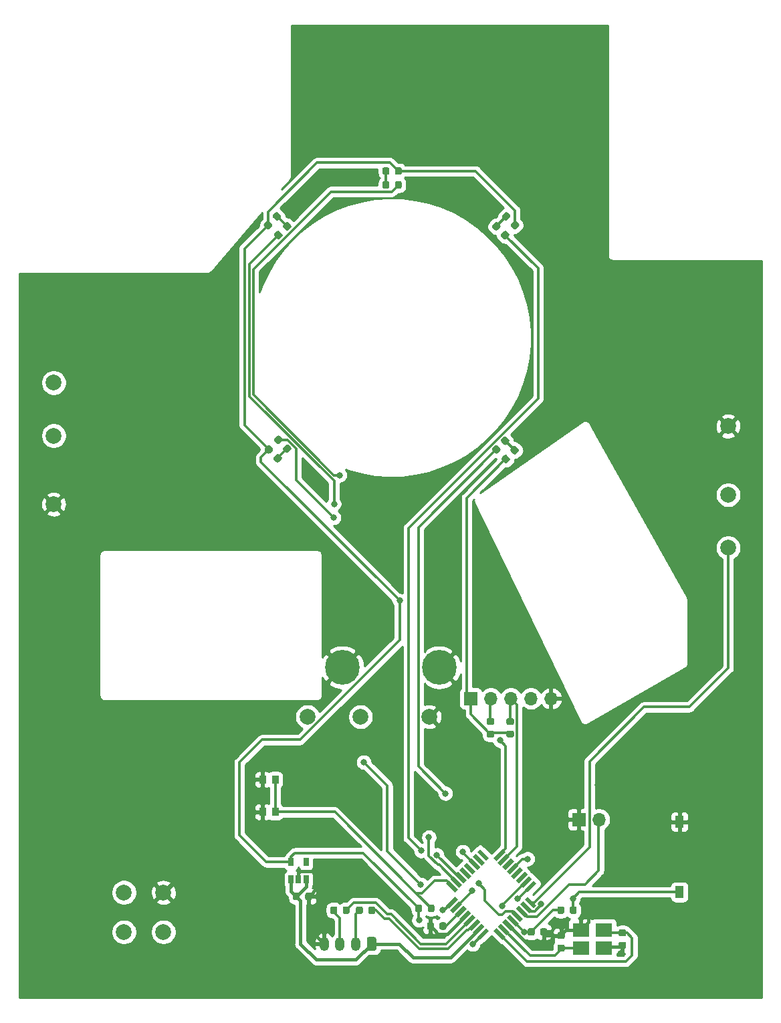
<source format=gbr>
G04 #@! TF.GenerationSoftware,KiCad,Pcbnew,5.1.7-a382d34a8~87~ubuntu20.04.1*
G04 #@! TF.CreationDate,2020-10-04T08:45:11+02:00*
G04 #@! TF.ProjectId,reform2-trackball,7265666f-726d-4322-9d74-7261636b6261,rev?*
G04 #@! TF.SameCoordinates,Original*
G04 #@! TF.FileFunction,Copper,L1,Top*
G04 #@! TF.FilePolarity,Positive*
%FSLAX46Y46*%
G04 Gerber Fmt 4.6, Leading zero omitted, Abs format (unit mm)*
G04 Created by KiCad (PCBNEW 5.1.7-a382d34a8~87~ubuntu20.04.1) date 2020-10-04 08:45:11*
%MOMM*%
%LPD*%
G01*
G04 APERTURE LIST*
G04 #@! TA.AperFunction,ComponentPad*
%ADD10O,1.200000X1.750000*%
G04 #@! TD*
G04 #@! TA.AperFunction,SMDPad,CuDef*
%ADD11R,0.650000X1.060000*%
G04 #@! TD*
G04 #@! TA.AperFunction,SMDPad,CuDef*
%ADD12R,1.100000X1.500000*%
G04 #@! TD*
G04 #@! TA.AperFunction,SMDPad,CuDef*
%ADD13R,0.900000X1.000000*%
G04 #@! TD*
G04 #@! TA.AperFunction,SMDPad,CuDef*
%ADD14R,2.100000X1.800000*%
G04 #@! TD*
G04 #@! TA.AperFunction,SMDPad,CuDef*
%ADD15C,0.100000*%
G04 #@! TD*
G04 #@! TA.AperFunction,ComponentPad*
%ADD16C,2.000000*%
G04 #@! TD*
G04 #@! TA.AperFunction,ComponentPad*
%ADD17R,1.700000X1.700000*%
G04 #@! TD*
G04 #@! TA.AperFunction,ComponentPad*
%ADD18O,1.700000X1.700000*%
G04 #@! TD*
G04 #@! TA.AperFunction,ComponentPad*
%ADD19C,4.400000*%
G04 #@! TD*
G04 #@! TA.AperFunction,ViaPad*
%ADD20C,0.800000*%
G04 #@! TD*
G04 #@! TA.AperFunction,Conductor*
%ADD21C,0.300000*%
G04 #@! TD*
G04 #@! TA.AperFunction,Conductor*
%ADD22C,0.400000*%
G04 #@! TD*
G04 #@! TA.AperFunction,Conductor*
%ADD23C,0.254000*%
G04 #@! TD*
G04 #@! TA.AperFunction,Conductor*
%ADD24C,0.100000*%
G04 #@! TD*
G04 APERTURE END LIST*
D10*
X103250000Y-160250000D03*
X105250000Y-160250000D03*
X107250000Y-160250000D03*
G04 #@! TA.AperFunction,ComponentPad*
G36*
G01*
X109850000Y-159624999D02*
X109850000Y-160875001D01*
G75*
G02*
X109600001Y-161125000I-249999J0D01*
G01*
X108899999Y-161125000D01*
G75*
G02*
X108650000Y-160875001I0J249999D01*
G01*
X108650000Y-159624999D01*
G75*
G02*
X108899999Y-159375000I249999J0D01*
G01*
X109600001Y-159375000D01*
G75*
G02*
X109850000Y-159624999I0J-249999D01*
G01*
G37*
G04 #@! TD.AperFunction*
G04 #@! TA.AperFunction,SMDPad,CuDef*
G36*
G01*
X126543750Y-133250000D02*
X127056250Y-133250000D01*
G75*
G02*
X127275000Y-133468750I0J-218750D01*
G01*
X127275000Y-133906250D01*
G75*
G02*
X127056250Y-134125000I-218750J0D01*
G01*
X126543750Y-134125000D01*
G75*
G02*
X126325000Y-133906250I0J218750D01*
G01*
X126325000Y-133468750D01*
G75*
G02*
X126543750Y-133250000I218750J0D01*
G01*
G37*
G04 #@! TD.AperFunction*
G04 #@! TA.AperFunction,SMDPad,CuDef*
G36*
G01*
X126543750Y-131675000D02*
X127056250Y-131675000D01*
G75*
G02*
X127275000Y-131893750I0J-218750D01*
G01*
X127275000Y-132331250D01*
G75*
G02*
X127056250Y-132550000I-218750J0D01*
G01*
X126543750Y-132550000D01*
G75*
G02*
X126325000Y-132331250I0J218750D01*
G01*
X126325000Y-131893750D01*
G75*
G02*
X126543750Y-131675000I218750J0D01*
G01*
G37*
G04 #@! TD.AperFunction*
G04 #@! TA.AperFunction,SMDPad,CuDef*
G36*
G01*
X124043750Y-133250000D02*
X124556250Y-133250000D01*
G75*
G02*
X124775000Y-133468750I0J-218750D01*
G01*
X124775000Y-133906250D01*
G75*
G02*
X124556250Y-134125000I-218750J0D01*
G01*
X124043750Y-134125000D01*
G75*
G02*
X123825000Y-133906250I0J218750D01*
G01*
X123825000Y-133468750D01*
G75*
G02*
X124043750Y-133250000I218750J0D01*
G01*
G37*
G04 #@! TD.AperFunction*
G04 #@! TA.AperFunction,SMDPad,CuDef*
G36*
G01*
X124043750Y-131675000D02*
X124556250Y-131675000D01*
G75*
G02*
X124775000Y-131893750I0J-218750D01*
G01*
X124775000Y-132331250D01*
G75*
G02*
X124556250Y-132550000I-218750J0D01*
G01*
X124043750Y-132550000D01*
G75*
G02*
X123825000Y-132331250I0J218750D01*
G01*
X123825000Y-131893750D01*
G75*
G02*
X124043750Y-131675000I218750J0D01*
G01*
G37*
G04 #@! TD.AperFunction*
G04 #@! TA.AperFunction,SMDPad,CuDef*
G36*
G01*
X108150000Y-155743750D02*
X108150000Y-156256250D01*
G75*
G02*
X107931250Y-156475000I-218750J0D01*
G01*
X107493750Y-156475000D01*
G75*
G02*
X107275000Y-156256250I0J218750D01*
G01*
X107275000Y-155743750D01*
G75*
G02*
X107493750Y-155525000I218750J0D01*
G01*
X107931250Y-155525000D01*
G75*
G02*
X108150000Y-155743750I0J-218750D01*
G01*
G37*
G04 #@! TD.AperFunction*
G04 #@! TA.AperFunction,SMDPad,CuDef*
G36*
G01*
X109725000Y-155743750D02*
X109725000Y-156256250D01*
G75*
G02*
X109506250Y-156475000I-218750J0D01*
G01*
X109068750Y-156475000D01*
G75*
G02*
X108850000Y-156256250I0J218750D01*
G01*
X108850000Y-155743750D01*
G75*
G02*
X109068750Y-155525000I218750J0D01*
G01*
X109506250Y-155525000D01*
G75*
G02*
X109725000Y-155743750I0J-218750D01*
G01*
G37*
G04 #@! TD.AperFunction*
G04 #@! TA.AperFunction,SMDPad,CuDef*
G36*
G01*
X105600000Y-156256250D02*
X105600000Y-155743750D01*
G75*
G02*
X105818750Y-155525000I218750J0D01*
G01*
X106256250Y-155525000D01*
G75*
G02*
X106475000Y-155743750I0J-218750D01*
G01*
X106475000Y-156256250D01*
G75*
G02*
X106256250Y-156475000I-218750J0D01*
G01*
X105818750Y-156475000D01*
G75*
G02*
X105600000Y-156256250I0J218750D01*
G01*
G37*
G04 #@! TD.AperFunction*
G04 #@! TA.AperFunction,SMDPad,CuDef*
G36*
G01*
X104025000Y-156256250D02*
X104025000Y-155743750D01*
G75*
G02*
X104243750Y-155525000I218750J0D01*
G01*
X104681250Y-155525000D01*
G75*
G02*
X104900000Y-155743750I0J-218750D01*
G01*
X104900000Y-156256250D01*
G75*
G02*
X104681250Y-156475000I-218750J0D01*
G01*
X104243750Y-156475000D01*
G75*
G02*
X104025000Y-156256250I0J218750D01*
G01*
G37*
G04 #@! TD.AperFunction*
D11*
X99050000Y-149900000D03*
X100950000Y-149900000D03*
X100950000Y-152100000D03*
X100000000Y-152100000D03*
X99050000Y-152100000D03*
G04 #@! TA.AperFunction,SMDPad,CuDef*
G36*
G01*
X100850000Y-154506250D02*
X100850000Y-153993750D01*
G75*
G02*
X101068750Y-153775000I218750J0D01*
G01*
X101506250Y-153775000D01*
G75*
G02*
X101725000Y-153993750I0J-218750D01*
G01*
X101725000Y-154506250D01*
G75*
G02*
X101506250Y-154725000I-218750J0D01*
G01*
X101068750Y-154725000D01*
G75*
G02*
X100850000Y-154506250I0J218750D01*
G01*
G37*
G04 #@! TD.AperFunction*
G04 #@! TA.AperFunction,SMDPad,CuDef*
G36*
G01*
X99275000Y-154506250D02*
X99275000Y-153993750D01*
G75*
G02*
X99493750Y-153775000I218750J0D01*
G01*
X99931250Y-153775000D01*
G75*
G02*
X100150000Y-153993750I0J-218750D01*
G01*
X100150000Y-154506250D01*
G75*
G02*
X99931250Y-154725000I-218750J0D01*
G01*
X99493750Y-154725000D01*
G75*
G02*
X99275000Y-154506250I0J218750D01*
G01*
G37*
G04 #@! TD.AperFunction*
G04 #@! TA.AperFunction,SMDPad,CuDef*
G36*
G01*
X126371316Y-98366291D02*
X126733709Y-98728684D01*
G75*
G02*
X126733709Y-99038044I-154680J-154680D01*
G01*
X126424350Y-99347403D01*
G75*
G02*
X126114990Y-99347403I-154680J154680D01*
G01*
X125752597Y-98985010D01*
G75*
G02*
X125752597Y-98675650I154680J154680D01*
G01*
X126061956Y-98366291D01*
G75*
G02*
X126371316Y-98366291I154680J-154680D01*
G01*
G37*
G04 #@! TD.AperFunction*
G04 #@! TA.AperFunction,SMDPad,CuDef*
G36*
G01*
X127485010Y-97252597D02*
X127847403Y-97614990D01*
G75*
G02*
X127847403Y-97924350I-154680J-154680D01*
G01*
X127538044Y-98233709D01*
G75*
G02*
X127228684Y-98233709I-154680J154680D01*
G01*
X126866291Y-97871316D01*
G75*
G02*
X126866291Y-97561956I154680J154680D01*
G01*
X127175650Y-97252597D01*
G75*
G02*
X127485010Y-97252597I154680J-154680D01*
G01*
G37*
G04 #@! TD.AperFunction*
G04 #@! TA.AperFunction,SMDPad,CuDef*
G36*
G01*
X126916291Y-69128684D02*
X127278684Y-68766291D01*
G75*
G02*
X127588044Y-68766291I154680J-154680D01*
G01*
X127897403Y-69075650D01*
G75*
G02*
X127897403Y-69385010I-154680J-154680D01*
G01*
X127535010Y-69747403D01*
G75*
G02*
X127225650Y-69747403I-154680J154680D01*
G01*
X126916291Y-69438044D01*
G75*
G02*
X126916291Y-69128684I154680J154680D01*
G01*
G37*
G04 #@! TD.AperFunction*
G04 #@! TA.AperFunction,SMDPad,CuDef*
G36*
G01*
X125802597Y-68014990D02*
X126164990Y-67652597D01*
G75*
G02*
X126474350Y-67652597I154680J-154680D01*
G01*
X126783709Y-67961956D01*
G75*
G02*
X126783709Y-68271316I-154680J-154680D01*
G01*
X126421316Y-68633709D01*
G75*
G02*
X126111956Y-68633709I-154680J154680D01*
G01*
X125802597Y-68324350D01*
G75*
G02*
X125802597Y-68014990I154680J154680D01*
G01*
G37*
G04 #@! TD.AperFunction*
G04 #@! TA.AperFunction,SMDPad,CuDef*
G36*
G01*
X112200000Y-62656250D02*
X112200000Y-62143750D01*
G75*
G02*
X112418750Y-61925000I218750J0D01*
G01*
X112856250Y-61925000D01*
G75*
G02*
X113075000Y-62143750I0J-218750D01*
G01*
X113075000Y-62656250D01*
G75*
G02*
X112856250Y-62875000I-218750J0D01*
G01*
X112418750Y-62875000D01*
G75*
G02*
X112200000Y-62656250I0J218750D01*
G01*
G37*
G04 #@! TD.AperFunction*
G04 #@! TA.AperFunction,SMDPad,CuDef*
G36*
G01*
X110625000Y-62656250D02*
X110625000Y-62143750D01*
G75*
G02*
X110843750Y-61925000I218750J0D01*
G01*
X111281250Y-61925000D01*
G75*
G02*
X111500000Y-62143750I0J-218750D01*
G01*
X111500000Y-62656250D01*
G75*
G02*
X111281250Y-62875000I-218750J0D01*
G01*
X110843750Y-62875000D01*
G75*
G02*
X110625000Y-62656250I0J218750D01*
G01*
G37*
G04 #@! TD.AperFunction*
G04 #@! TA.AperFunction,SMDPad,CuDef*
G36*
G01*
X96271316Y-68766291D02*
X96633709Y-69128684D01*
G75*
G02*
X96633709Y-69438044I-154680J-154680D01*
G01*
X96324350Y-69747403D01*
G75*
G02*
X96014990Y-69747403I-154680J154680D01*
G01*
X95652597Y-69385010D01*
G75*
G02*
X95652597Y-69075650I154680J154680D01*
G01*
X95961956Y-68766291D01*
G75*
G02*
X96271316Y-68766291I154680J-154680D01*
G01*
G37*
G04 #@! TD.AperFunction*
G04 #@! TA.AperFunction,SMDPad,CuDef*
G36*
G01*
X97385010Y-67652597D02*
X97747403Y-68014990D01*
G75*
G02*
X97747403Y-68324350I-154680J-154680D01*
G01*
X97438044Y-68633709D01*
G75*
G02*
X97128684Y-68633709I-154680J154680D01*
G01*
X96766291Y-68271316D01*
G75*
G02*
X96766291Y-67961956I154680J154680D01*
G01*
X97075650Y-67652597D01*
G75*
G02*
X97385010Y-67652597I154680J-154680D01*
G01*
G37*
G04 #@! TD.AperFunction*
G04 #@! TA.AperFunction,SMDPad,CuDef*
G36*
G01*
X96733709Y-97771316D02*
X96371316Y-98133709D01*
G75*
G02*
X96061956Y-98133709I-154680J154680D01*
G01*
X95752597Y-97824350D01*
G75*
G02*
X95752597Y-97514990I154680J154680D01*
G01*
X96114990Y-97152597D01*
G75*
G02*
X96424350Y-97152597I154680J-154680D01*
G01*
X96733709Y-97461956D01*
G75*
G02*
X96733709Y-97771316I-154680J-154680D01*
G01*
G37*
G04 #@! TD.AperFunction*
G04 #@! TA.AperFunction,SMDPad,CuDef*
G36*
G01*
X97847403Y-98885010D02*
X97485010Y-99247403D01*
G75*
G02*
X97175650Y-99247403I-154680J154680D01*
G01*
X96866291Y-98938044D01*
G75*
G02*
X96866291Y-98628684I154680J154680D01*
G01*
X97228684Y-98266291D01*
G75*
G02*
X97538044Y-98266291I154680J-154680D01*
G01*
X97847403Y-98575650D01*
G75*
G02*
X97847403Y-98885010I-154680J-154680D01*
G01*
G37*
G04 #@! TD.AperFunction*
G04 #@! TA.AperFunction,SMDPad,CuDef*
G36*
G01*
X133650000Y-155743750D02*
X133650000Y-156256250D01*
G75*
G02*
X133431250Y-156475000I-218750J0D01*
G01*
X132993750Y-156475000D01*
G75*
G02*
X132775000Y-156256250I0J218750D01*
G01*
X132775000Y-155743750D01*
G75*
G02*
X132993750Y-155525000I218750J0D01*
G01*
X133431250Y-155525000D01*
G75*
G02*
X133650000Y-155743750I0J-218750D01*
G01*
G37*
G04 #@! TD.AperFunction*
G04 #@! TA.AperFunction,SMDPad,CuDef*
G36*
G01*
X135225000Y-155743750D02*
X135225000Y-156256250D01*
G75*
G02*
X135006250Y-156475000I-218750J0D01*
G01*
X134568750Y-156475000D01*
G75*
G02*
X134350000Y-156256250I0J218750D01*
G01*
X134350000Y-155743750D01*
G75*
G02*
X134568750Y-155525000I218750J0D01*
G01*
X135006250Y-155525000D01*
G75*
G02*
X135225000Y-155743750I0J-218750D01*
G01*
G37*
G04 #@! TD.AperFunction*
G04 #@! TA.AperFunction,SMDPad,CuDef*
G36*
G01*
X116350000Y-156006250D02*
X116350000Y-155493750D01*
G75*
G02*
X116568750Y-155275000I218750J0D01*
G01*
X117006250Y-155275000D01*
G75*
G02*
X117225000Y-155493750I0J-218750D01*
G01*
X117225000Y-156006250D01*
G75*
G02*
X117006250Y-156225000I-218750J0D01*
G01*
X116568750Y-156225000D01*
G75*
G02*
X116350000Y-156006250I0J218750D01*
G01*
G37*
G04 #@! TD.AperFunction*
G04 #@! TA.AperFunction,SMDPad,CuDef*
G36*
G01*
X114775000Y-156006250D02*
X114775000Y-155493750D01*
G75*
G02*
X114993750Y-155275000I218750J0D01*
G01*
X115431250Y-155275000D01*
G75*
G02*
X115650000Y-155493750I0J-218750D01*
G01*
X115650000Y-156006250D01*
G75*
G02*
X115431250Y-156225000I-218750J0D01*
G01*
X114993750Y-156225000D01*
G75*
G02*
X114775000Y-156006250I0J218750D01*
G01*
G37*
G04 #@! TD.AperFunction*
G04 #@! TA.AperFunction,SMDPad,CuDef*
G36*
G01*
X117150000Y-157743750D02*
X117150000Y-158256250D01*
G75*
G02*
X116931250Y-158475000I-218750J0D01*
G01*
X116493750Y-158475000D01*
G75*
G02*
X116275000Y-158256250I0J218750D01*
G01*
X116275000Y-157743750D01*
G75*
G02*
X116493750Y-157525000I218750J0D01*
G01*
X116931250Y-157525000D01*
G75*
G02*
X117150000Y-157743750I0J-218750D01*
G01*
G37*
G04 #@! TD.AperFunction*
G04 #@! TA.AperFunction,SMDPad,CuDef*
G36*
G01*
X118725000Y-157743750D02*
X118725000Y-158256250D01*
G75*
G02*
X118506250Y-158475000I-218750J0D01*
G01*
X118068750Y-158475000D01*
G75*
G02*
X117850000Y-158256250I0J218750D01*
G01*
X117850000Y-157743750D01*
G75*
G02*
X118068750Y-157525000I218750J0D01*
G01*
X118506250Y-157525000D01*
G75*
G02*
X118725000Y-157743750I0J-218750D01*
G01*
G37*
G04 #@! TD.AperFunction*
G04 #@! TA.AperFunction,SMDPad,CuDef*
G36*
G01*
X130600000Y-159006250D02*
X130600000Y-158493750D01*
G75*
G02*
X130818750Y-158275000I218750J0D01*
G01*
X131256250Y-158275000D01*
G75*
G02*
X131475000Y-158493750I0J-218750D01*
G01*
X131475000Y-159006250D01*
G75*
G02*
X131256250Y-159225000I-218750J0D01*
G01*
X130818750Y-159225000D01*
G75*
G02*
X130600000Y-159006250I0J218750D01*
G01*
G37*
G04 #@! TD.AperFunction*
G04 #@! TA.AperFunction,SMDPad,CuDef*
G36*
G01*
X129025000Y-159006250D02*
X129025000Y-158493750D01*
G75*
G02*
X129243750Y-158275000I218750J0D01*
G01*
X129681250Y-158275000D01*
G75*
G02*
X129900000Y-158493750I0J-218750D01*
G01*
X129900000Y-159006250D01*
G75*
G02*
X129681250Y-159225000I-218750J0D01*
G01*
X129243750Y-159225000D01*
G75*
G02*
X129025000Y-159006250I0J218750D01*
G01*
G37*
G04 #@! TD.AperFunction*
G04 #@! TA.AperFunction,SMDPad,CuDef*
G36*
G01*
X132993750Y-160350000D02*
X133506250Y-160350000D01*
G75*
G02*
X133725000Y-160568750I0J-218750D01*
G01*
X133725000Y-161006250D01*
G75*
G02*
X133506250Y-161225000I-218750J0D01*
G01*
X132993750Y-161225000D01*
G75*
G02*
X132775000Y-161006250I0J218750D01*
G01*
X132775000Y-160568750D01*
G75*
G02*
X132993750Y-160350000I218750J0D01*
G01*
G37*
G04 #@! TD.AperFunction*
G04 #@! TA.AperFunction,SMDPad,CuDef*
G36*
G01*
X132993750Y-158775000D02*
X133506250Y-158775000D01*
G75*
G02*
X133725000Y-158993750I0J-218750D01*
G01*
X133725000Y-159431250D01*
G75*
G02*
X133506250Y-159650000I-218750J0D01*
G01*
X132993750Y-159650000D01*
G75*
G02*
X132775000Y-159431250I0J218750D01*
G01*
X132775000Y-158993750D01*
G75*
G02*
X132993750Y-158775000I218750J0D01*
G01*
G37*
G04 #@! TD.AperFunction*
G04 #@! TA.AperFunction,SMDPad,CuDef*
G36*
G01*
X140743750Y-160000000D02*
X141256250Y-160000000D01*
G75*
G02*
X141475000Y-160218750I0J-218750D01*
G01*
X141475000Y-160656250D01*
G75*
G02*
X141256250Y-160875000I-218750J0D01*
G01*
X140743750Y-160875000D01*
G75*
G02*
X140525000Y-160656250I0J218750D01*
G01*
X140525000Y-160218750D01*
G75*
G02*
X140743750Y-160000000I218750J0D01*
G01*
G37*
G04 #@! TD.AperFunction*
G04 #@! TA.AperFunction,SMDPad,CuDef*
G36*
G01*
X140743750Y-158425000D02*
X141256250Y-158425000D01*
G75*
G02*
X141475000Y-158643750I0J-218750D01*
G01*
X141475000Y-159081250D01*
G75*
G02*
X141256250Y-159300000I-218750J0D01*
G01*
X140743750Y-159300000D01*
G75*
G02*
X140525000Y-159081250I0J218750D01*
G01*
X140525000Y-158643750D01*
G75*
G02*
X140743750Y-158425000I218750J0D01*
G01*
G37*
G04 #@! TD.AperFunction*
D12*
X148250000Y-144800000D03*
X148250000Y-153700000D03*
D13*
X97050000Y-139450000D03*
X95450000Y-139450000D03*
X97050000Y-143550000D03*
X95450000Y-143550000D03*
G04 #@! TA.AperFunction,SMDPad,CuDef*
G36*
G01*
X126028684Y-97033709D02*
X125666291Y-96671316D01*
G75*
G02*
X125666291Y-96361956I154680J154680D01*
G01*
X125975650Y-96052597D01*
G75*
G02*
X126285010Y-96052597I154680J-154680D01*
G01*
X126647403Y-96414990D01*
G75*
G02*
X126647403Y-96724350I-154680J-154680D01*
G01*
X126338044Y-97033709D01*
G75*
G02*
X126028684Y-97033709I-154680J154680D01*
G01*
G37*
G04 #@! TD.AperFunction*
G04 #@! TA.AperFunction,SMDPad,CuDef*
G36*
G01*
X124914990Y-98147403D02*
X124552597Y-97785010D01*
G75*
G02*
X124552597Y-97475650I154680J154680D01*
G01*
X124861956Y-97166291D01*
G75*
G02*
X125171316Y-97166291I154680J-154680D01*
G01*
X125533709Y-97528684D01*
G75*
G02*
X125533709Y-97838044I-154680J-154680D01*
G01*
X125224350Y-98147403D01*
G75*
G02*
X124914990Y-98147403I-154680J154680D01*
G01*
G37*
G04 #@! TD.AperFunction*
G04 #@! TA.AperFunction,SMDPad,CuDef*
G36*
G01*
X125533709Y-69521316D02*
X125171316Y-69883709D01*
G75*
G02*
X124861956Y-69883709I-154680J154680D01*
G01*
X124552597Y-69574350D01*
G75*
G02*
X124552597Y-69264990I154680J154680D01*
G01*
X124914990Y-68902597D01*
G75*
G02*
X125224350Y-68902597I154680J-154680D01*
G01*
X125533709Y-69211956D01*
G75*
G02*
X125533709Y-69521316I-154680J-154680D01*
G01*
G37*
G04 #@! TD.AperFunction*
G04 #@! TA.AperFunction,SMDPad,CuDef*
G36*
G01*
X126647403Y-70635010D02*
X126285010Y-70997403D01*
G75*
G02*
X125975650Y-70997403I-154680J154680D01*
G01*
X125666291Y-70688044D01*
G75*
G02*
X125666291Y-70378684I154680J154680D01*
G01*
X126028684Y-70016291D01*
G75*
G02*
X126338044Y-70016291I154680J-154680D01*
G01*
X126647403Y-70325650D01*
G75*
G02*
X126647403Y-70635010I-154680J-154680D01*
G01*
G37*
G04 #@! TD.AperFunction*
G04 #@! TA.AperFunction,SMDPad,CuDef*
G36*
G01*
X111500000Y-63893750D02*
X111500000Y-64406250D01*
G75*
G02*
X111281250Y-64625000I-218750J0D01*
G01*
X110843750Y-64625000D01*
G75*
G02*
X110625000Y-64406250I0J218750D01*
G01*
X110625000Y-63893750D01*
G75*
G02*
X110843750Y-63675000I218750J0D01*
G01*
X111281250Y-63675000D01*
G75*
G02*
X111500000Y-63893750I0J-218750D01*
G01*
G37*
G04 #@! TD.AperFunction*
G04 #@! TA.AperFunction,SMDPad,CuDef*
G36*
G01*
X113075000Y-63893750D02*
X113075000Y-64406250D01*
G75*
G02*
X112856250Y-64625000I-218750J0D01*
G01*
X112418750Y-64625000D01*
G75*
G02*
X112200000Y-64406250I0J218750D01*
G01*
X112200000Y-63893750D01*
G75*
G02*
X112418750Y-63675000I218750J0D01*
G01*
X112856250Y-63675000D01*
G75*
G02*
X113075000Y-63893750I0J-218750D01*
G01*
G37*
G04 #@! TD.AperFunction*
G04 #@! TA.AperFunction,SMDPad,CuDef*
G36*
G01*
X98428684Y-69883709D02*
X98066291Y-69521316D01*
G75*
G02*
X98066291Y-69211956I154680J154680D01*
G01*
X98375650Y-68902597D01*
G75*
G02*
X98685010Y-68902597I154680J-154680D01*
G01*
X99047403Y-69264990D01*
G75*
G02*
X99047403Y-69574350I-154680J-154680D01*
G01*
X98738044Y-69883709D01*
G75*
G02*
X98428684Y-69883709I-154680J154680D01*
G01*
G37*
G04 #@! TD.AperFunction*
G04 #@! TA.AperFunction,SMDPad,CuDef*
G36*
G01*
X97314990Y-70997403D02*
X96952597Y-70635010D01*
G75*
G02*
X96952597Y-70325650I154680J154680D01*
G01*
X97261956Y-70016291D01*
G75*
G02*
X97571316Y-70016291I154680J-154680D01*
G01*
X97933709Y-70378684D01*
G75*
G02*
X97933709Y-70688044I-154680J-154680D01*
G01*
X97624350Y-70997403D01*
G75*
G02*
X97314990Y-70997403I-154680J154680D01*
G01*
G37*
G04 #@! TD.AperFunction*
G04 #@! TA.AperFunction,SMDPad,CuDef*
G36*
G01*
X98066291Y-97428684D02*
X98428684Y-97066291D01*
G75*
G02*
X98738044Y-97066291I154680J-154680D01*
G01*
X99047403Y-97375650D01*
G75*
G02*
X99047403Y-97685010I-154680J-154680D01*
G01*
X98685010Y-98047403D01*
G75*
G02*
X98375650Y-98047403I-154680J154680D01*
G01*
X98066291Y-97738044D01*
G75*
G02*
X98066291Y-97428684I154680J154680D01*
G01*
G37*
G04 #@! TD.AperFunction*
G04 #@! TA.AperFunction,SMDPad,CuDef*
G36*
G01*
X96952597Y-96314990D02*
X97314990Y-95952597D01*
G75*
G02*
X97624350Y-95952597I154680J-154680D01*
G01*
X97933709Y-96261956D01*
G75*
G02*
X97933709Y-96571316I-154680J-154680D01*
G01*
X97571316Y-96933709D01*
G75*
G02*
X97261956Y-96933709I-154680J154680D01*
G01*
X96952597Y-96624350D01*
G75*
G02*
X96952597Y-96314990I154680J154680D01*
G01*
G37*
G04 #@! TD.AperFunction*
D14*
X138650000Y-160800000D03*
X135750000Y-160800000D03*
X135750000Y-158500000D03*
X138650000Y-158500000D03*
G04 #@! TA.AperFunction,SMDPad,CuDef*
D15*
G36*
X126185445Y-159356334D02*
G01*
X125796536Y-159745243D01*
X124665165Y-158613872D01*
X125054074Y-158224963D01*
X126185445Y-159356334D01*
G37*
G04 #@! TD.AperFunction*
G04 #@! TA.AperFunction,SMDPad,CuDef*
G36*
X126751130Y-158790648D02*
G01*
X126362221Y-159179557D01*
X125230850Y-158048186D01*
X125619759Y-157659277D01*
X126751130Y-158790648D01*
G37*
G04 #@! TD.AperFunction*
G04 #@! TA.AperFunction,SMDPad,CuDef*
G36*
X127316816Y-158224963D02*
G01*
X126927907Y-158613872D01*
X125796536Y-157482501D01*
X126185445Y-157093592D01*
X127316816Y-158224963D01*
G37*
G04 #@! TD.AperFunction*
G04 #@! TA.AperFunction,SMDPad,CuDef*
G36*
X127882501Y-157659278D02*
G01*
X127493592Y-158048187D01*
X126362221Y-156916816D01*
X126751130Y-156527907D01*
X127882501Y-157659278D01*
G37*
G04 #@! TD.AperFunction*
G04 #@! TA.AperFunction,SMDPad,CuDef*
G36*
X128448187Y-157093592D02*
G01*
X128059278Y-157482501D01*
X126927907Y-156351130D01*
X127316816Y-155962221D01*
X128448187Y-157093592D01*
G37*
G04 #@! TD.AperFunction*
G04 #@! TA.AperFunction,SMDPad,CuDef*
G36*
X129013872Y-156527907D02*
G01*
X128624963Y-156916816D01*
X127493592Y-155785445D01*
X127882501Y-155396536D01*
X129013872Y-156527907D01*
G37*
G04 #@! TD.AperFunction*
G04 #@! TA.AperFunction,SMDPad,CuDef*
G36*
X129579557Y-155962221D02*
G01*
X129190648Y-156351130D01*
X128059277Y-155219759D01*
X128448186Y-154830850D01*
X129579557Y-155962221D01*
G37*
G04 #@! TD.AperFunction*
G04 #@! TA.AperFunction,SMDPad,CuDef*
G36*
X130145243Y-155396536D02*
G01*
X129756334Y-155785445D01*
X128624963Y-154654074D01*
X129013872Y-154265165D01*
X130145243Y-155396536D01*
G37*
G04 #@! TD.AperFunction*
G04 #@! TA.AperFunction,SMDPad,CuDef*
G36*
X129756334Y-152214555D02*
G01*
X130145243Y-152603464D01*
X129013872Y-153734835D01*
X128624963Y-153345926D01*
X129756334Y-152214555D01*
G37*
G04 #@! TD.AperFunction*
G04 #@! TA.AperFunction,SMDPad,CuDef*
G36*
X129190648Y-151648870D02*
G01*
X129579557Y-152037779D01*
X128448186Y-153169150D01*
X128059277Y-152780241D01*
X129190648Y-151648870D01*
G37*
G04 #@! TD.AperFunction*
G04 #@! TA.AperFunction,SMDPad,CuDef*
G36*
X128624963Y-151083184D02*
G01*
X129013872Y-151472093D01*
X127882501Y-152603464D01*
X127493592Y-152214555D01*
X128624963Y-151083184D01*
G37*
G04 #@! TD.AperFunction*
G04 #@! TA.AperFunction,SMDPad,CuDef*
G36*
X128059278Y-150517499D02*
G01*
X128448187Y-150906408D01*
X127316816Y-152037779D01*
X126927907Y-151648870D01*
X128059278Y-150517499D01*
G37*
G04 #@! TD.AperFunction*
G04 #@! TA.AperFunction,SMDPad,CuDef*
G36*
X127493592Y-149951813D02*
G01*
X127882501Y-150340722D01*
X126751130Y-151472093D01*
X126362221Y-151083184D01*
X127493592Y-149951813D01*
G37*
G04 #@! TD.AperFunction*
G04 #@! TA.AperFunction,SMDPad,CuDef*
G36*
X126927907Y-149386128D02*
G01*
X127316816Y-149775037D01*
X126185445Y-150906408D01*
X125796536Y-150517499D01*
X126927907Y-149386128D01*
G37*
G04 #@! TD.AperFunction*
G04 #@! TA.AperFunction,SMDPad,CuDef*
G36*
X126362221Y-148820443D02*
G01*
X126751130Y-149209352D01*
X125619759Y-150340723D01*
X125230850Y-149951814D01*
X126362221Y-148820443D01*
G37*
G04 #@! TD.AperFunction*
G04 #@! TA.AperFunction,SMDPad,CuDef*
G36*
X125796536Y-148254757D02*
G01*
X126185445Y-148643666D01*
X125054074Y-149775037D01*
X124665165Y-149386128D01*
X125796536Y-148254757D01*
G37*
G04 #@! TD.AperFunction*
G04 #@! TA.AperFunction,SMDPad,CuDef*
G36*
X124134835Y-149386128D02*
G01*
X123745926Y-149775037D01*
X122614555Y-148643666D01*
X123003464Y-148254757D01*
X124134835Y-149386128D01*
G37*
G04 #@! TD.AperFunction*
G04 #@! TA.AperFunction,SMDPad,CuDef*
G36*
X123569150Y-149951814D02*
G01*
X123180241Y-150340723D01*
X122048870Y-149209352D01*
X122437779Y-148820443D01*
X123569150Y-149951814D01*
G37*
G04 #@! TD.AperFunction*
G04 #@! TA.AperFunction,SMDPad,CuDef*
G36*
X123003464Y-150517499D02*
G01*
X122614555Y-150906408D01*
X121483184Y-149775037D01*
X121872093Y-149386128D01*
X123003464Y-150517499D01*
G37*
G04 #@! TD.AperFunction*
G04 #@! TA.AperFunction,SMDPad,CuDef*
G36*
X122437779Y-151083184D02*
G01*
X122048870Y-151472093D01*
X120917499Y-150340722D01*
X121306408Y-149951813D01*
X122437779Y-151083184D01*
G37*
G04 #@! TD.AperFunction*
G04 #@! TA.AperFunction,SMDPad,CuDef*
G36*
X121872093Y-151648870D02*
G01*
X121483184Y-152037779D01*
X120351813Y-150906408D01*
X120740722Y-150517499D01*
X121872093Y-151648870D01*
G37*
G04 #@! TD.AperFunction*
G04 #@! TA.AperFunction,SMDPad,CuDef*
G36*
X121306408Y-152214555D02*
G01*
X120917499Y-152603464D01*
X119786128Y-151472093D01*
X120175037Y-151083184D01*
X121306408Y-152214555D01*
G37*
G04 #@! TD.AperFunction*
G04 #@! TA.AperFunction,SMDPad,CuDef*
G36*
X120740723Y-152780241D02*
G01*
X120351814Y-153169150D01*
X119220443Y-152037779D01*
X119609352Y-151648870D01*
X120740723Y-152780241D01*
G37*
G04 #@! TD.AperFunction*
G04 #@! TA.AperFunction,SMDPad,CuDef*
G36*
X120175037Y-153345926D02*
G01*
X119786128Y-153734835D01*
X118654757Y-152603464D01*
X119043666Y-152214555D01*
X120175037Y-153345926D01*
G37*
G04 #@! TD.AperFunction*
G04 #@! TA.AperFunction,SMDPad,CuDef*
G36*
X119786128Y-154265165D02*
G01*
X120175037Y-154654074D01*
X119043666Y-155785445D01*
X118654757Y-155396536D01*
X119786128Y-154265165D01*
G37*
G04 #@! TD.AperFunction*
G04 #@! TA.AperFunction,SMDPad,CuDef*
G36*
X120351814Y-154830850D02*
G01*
X120740723Y-155219759D01*
X119609352Y-156351130D01*
X119220443Y-155962221D01*
X120351814Y-154830850D01*
G37*
G04 #@! TD.AperFunction*
G04 #@! TA.AperFunction,SMDPad,CuDef*
G36*
X120917499Y-155396536D02*
G01*
X121306408Y-155785445D01*
X120175037Y-156916816D01*
X119786128Y-156527907D01*
X120917499Y-155396536D01*
G37*
G04 #@! TD.AperFunction*
G04 #@! TA.AperFunction,SMDPad,CuDef*
G36*
X121483184Y-155962221D02*
G01*
X121872093Y-156351130D01*
X120740722Y-157482501D01*
X120351813Y-157093592D01*
X121483184Y-155962221D01*
G37*
G04 #@! TD.AperFunction*
G04 #@! TA.AperFunction,SMDPad,CuDef*
G36*
X122048870Y-156527907D02*
G01*
X122437779Y-156916816D01*
X121306408Y-158048187D01*
X120917499Y-157659278D01*
X122048870Y-156527907D01*
G37*
G04 #@! TD.AperFunction*
G04 #@! TA.AperFunction,SMDPad,CuDef*
G36*
X122614555Y-157093592D02*
G01*
X123003464Y-157482501D01*
X121872093Y-158613872D01*
X121483184Y-158224963D01*
X122614555Y-157093592D01*
G37*
G04 #@! TD.AperFunction*
G04 #@! TA.AperFunction,SMDPad,CuDef*
G36*
X123180241Y-157659277D02*
G01*
X123569150Y-158048186D01*
X122437779Y-159179557D01*
X122048870Y-158790648D01*
X123180241Y-157659277D01*
G37*
G04 #@! TD.AperFunction*
G04 #@! TA.AperFunction,SMDPad,CuDef*
G36*
X123745926Y-158224963D02*
G01*
X124134835Y-158613872D01*
X123003464Y-159745243D01*
X122614555Y-159356334D01*
X123745926Y-158224963D01*
G37*
G04 #@! TD.AperFunction*
D16*
X69000000Y-104600000D03*
X69000000Y-95900000D03*
X69000000Y-89200000D03*
X101150000Y-131500000D03*
X107850000Y-131500000D03*
X116550000Y-131500000D03*
X154400000Y-94700000D03*
X154400000Y-103400000D03*
X154400000Y-110100000D03*
X82900000Y-153750000D03*
X82900000Y-158750000D03*
X77900000Y-158750000D03*
X77900000Y-153750000D03*
D17*
X135500000Y-144500000D03*
D18*
X138040000Y-144500000D03*
D19*
X105550000Y-125250000D03*
X117800000Y-125250000D03*
D17*
X121800000Y-129200000D03*
D18*
X124340000Y-129200000D03*
X126880000Y-129200000D03*
X129420000Y-129200000D03*
X131960000Y-129200000D03*
D20*
X140750000Y-161500000D03*
X136750000Y-156500000D03*
X65899999Y-77171705D03*
X65899999Y-87171705D03*
X65899999Y-97171705D03*
X65899999Y-107171705D03*
X65899999Y-117171705D03*
X65899999Y-127171705D03*
X65899999Y-137171705D03*
X65899999Y-147171705D03*
X65899999Y-157171705D03*
X67899999Y-165171705D03*
X70899999Y-82171705D03*
X70899999Y-92171705D03*
X70899999Y-102171705D03*
X70899999Y-112171705D03*
X70899999Y-122171705D03*
X70899999Y-132171705D03*
X70899999Y-142171705D03*
X70899999Y-152171705D03*
X72899999Y-160171705D03*
X75899999Y-77171705D03*
X75899999Y-87171705D03*
X75899999Y-97171705D03*
X75899999Y-107171705D03*
X75899999Y-137171705D03*
X75899999Y-147171705D03*
X77899999Y-165171705D03*
X79899999Y-131171705D03*
X79899999Y-156171705D03*
X80899999Y-82171705D03*
X80899999Y-92171705D03*
X80899999Y-102171705D03*
X80899999Y-142171705D03*
X83899999Y-109171705D03*
X83899999Y-149171705D03*
X84899999Y-136171705D03*
X85899999Y-77171705D03*
X85899999Y-87171705D03*
X85899999Y-97171705D03*
X86899999Y-159171705D03*
X88899999Y-104171705D03*
X88899999Y-144171705D03*
X89899999Y-131171705D03*
X90899999Y-82171705D03*
X90899999Y-92171705D03*
X90899999Y-152171705D03*
X92899999Y-163171705D03*
X93899999Y-99171705D03*
X93899999Y-109171705D03*
X93899999Y-138171705D03*
X96899999Y-146171705D03*
X96899999Y-156171705D03*
X98899999Y-67171705D03*
X100899999Y-45171705D03*
X100899999Y-55171705D03*
X101899999Y-101171705D03*
X101899999Y-140171705D03*
X103899999Y-150171705D03*
X104899999Y-63171705D03*
X104899999Y-112171705D03*
X105899999Y-50171705D03*
X105899999Y-121171705D03*
X106899999Y-134171705D03*
X108899999Y-57171705D03*
X108899999Y-104171705D03*
X108899999Y-163171705D03*
X110899999Y-45171705D03*
X110899999Y-126171705D03*
X113899999Y-52171705D03*
X114899999Y-61171705D03*
X115899999Y-141171705D03*
X116899999Y-102171705D03*
X116899999Y-112171705D03*
X118899999Y-47171705D03*
X118899999Y-129171705D03*
X118899999Y-163171705D03*
X119899999Y-56171705D03*
X119899999Y-66171705D03*
X119899999Y-119171705D03*
X121899999Y-136171705D03*
X121899999Y-146171705D03*
X124899999Y-51171705D03*
X124899999Y-61171705D03*
X124899999Y-114171705D03*
X124899999Y-124171705D03*
X128899999Y-45171705D03*
X128899999Y-67171705D03*
X128899999Y-95171705D03*
X128899999Y-139171705D03*
X129899999Y-56171705D03*
X129899999Y-165171705D03*
X130899999Y-147171705D03*
X131899999Y-74171705D03*
X131899999Y-84171705D03*
X131899999Y-132171705D03*
X133899999Y-50171705D03*
X133899999Y-62171705D03*
X134899999Y-91171705D03*
X136899999Y-69171705D03*
X136899999Y-79171705D03*
X137899999Y-140171705D03*
X138899999Y-155171705D03*
X139899999Y-86171705D03*
X139899999Y-96171705D03*
X139899999Y-164171705D03*
X140899999Y-147171705D03*
X142899999Y-75171705D03*
X142899999Y-134171705D03*
X143899999Y-102171705D03*
X144899999Y-91171705D03*
X144899999Y-159171705D03*
X145899999Y-82171705D03*
X145899999Y-142171705D03*
X146899999Y-109171705D03*
X146899999Y-128171705D03*
X146899999Y-151171705D03*
X148899999Y-97171705D03*
X148899999Y-165171705D03*
X150899999Y-77171705D03*
X150899999Y-87171705D03*
X150899999Y-115171705D03*
X150899999Y-136171705D03*
X151899999Y-146171705D03*
X151899999Y-156171705D03*
X152899999Y-123171705D03*
X153899999Y-106171705D03*
X155899999Y-82171705D03*
X155899999Y-92171705D03*
X155899999Y-130171705D03*
X155899999Y-162171705D03*
X156899999Y-140171705D03*
X156899999Y-151171705D03*
X120800000Y-148600000D03*
X115250000Y-157250000D03*
X122054899Y-160304899D03*
X128584315Y-158749999D03*
X112800000Y-116800000D03*
X125500000Y-134500000D03*
X117500000Y-149000000D03*
X104434315Y-106275999D03*
X116500000Y-146750000D03*
X104500000Y-104550000D03*
X108250000Y-137250000D03*
X115500000Y-152750000D03*
X118250000Y-156000000D03*
X105200000Y-100900000D03*
X115530331Y-148469669D03*
X122000000Y-153500000D03*
X122800000Y-152600000D03*
X118600000Y-141200000D03*
X129000000Y-149500000D03*
X134750000Y-154500000D03*
X125750000Y-155500000D03*
X127750000Y-154500000D03*
X130733035Y-155233035D03*
D21*
X105250000Y-157000000D02*
X105250000Y-160250000D01*
X104462500Y-156000000D02*
X104462500Y-156212500D01*
X104462500Y-156212500D02*
X105250000Y-157000000D01*
X107250000Y-156462500D02*
X107712500Y-156000000D01*
X107250000Y-160250000D02*
X107250000Y-156462500D01*
D22*
X138850000Y-160600000D02*
X138650000Y-160800000D01*
X141000000Y-160600000D02*
X138850000Y-160600000D01*
X133800000Y-158500000D02*
X133250000Y-159050000D01*
X135750000Y-158500000D02*
X133800000Y-158500000D01*
X131500000Y-159212500D02*
X131037500Y-158750000D01*
X102430001Y-153107499D02*
X101287500Y-154250000D01*
X100000000Y-152100000D02*
X100000000Y-151294998D01*
X100000000Y-151294998D02*
X100224999Y-151069999D01*
X117687510Y-158975010D02*
X117174112Y-158461612D01*
X118859304Y-158975010D02*
X117687510Y-158975010D01*
X117174112Y-158461612D02*
X116712500Y-158000000D01*
X121111953Y-156722361D02*
X118859304Y-158975010D01*
X129602945Y-160900001D02*
X131349999Y-160900001D01*
X126556676Y-157853732D02*
X129602945Y-160900001D01*
X132212500Y-160037500D02*
X132212500Y-159212500D01*
X131349999Y-160900001D02*
X132212500Y-160037500D01*
X133250000Y-159212500D02*
X132212500Y-159212500D01*
X132212500Y-159212500D02*
X131500000Y-159212500D01*
X141000000Y-160437500D02*
X141000000Y-161250000D01*
X141000000Y-161250000D02*
X140750000Y-161500000D01*
X136750000Y-157500000D02*
X135750000Y-158500000D01*
X136750000Y-156500000D02*
X136750000Y-157500000D01*
X102430001Y-151569999D02*
X101930001Y-151069999D01*
X100224999Y-151069999D02*
X101930001Y-151069999D01*
X102430001Y-151569999D02*
X102430001Y-153107499D01*
X101287500Y-158287500D02*
X103250000Y-160250000D01*
X101287500Y-154250000D02*
X101287500Y-158287500D01*
X112750000Y-160250000D02*
X109250000Y-160250000D01*
X114500000Y-162000000D02*
X112750000Y-160250000D01*
X122809010Y-158419417D02*
X119228427Y-162000000D01*
X119228427Y-162000000D02*
X114500000Y-162000000D01*
X99050000Y-153587500D02*
X99712500Y-154250000D01*
X99050000Y-152100000D02*
X99050000Y-153587500D01*
X100950000Y-153012500D02*
X100950000Y-152100000D01*
X99712500Y-154250000D02*
X100950000Y-153012500D01*
X107250000Y-162250000D02*
X109250000Y-160250000D01*
X102250000Y-162250000D02*
X107250000Y-162250000D01*
X100250000Y-160250000D02*
X102250000Y-162250000D01*
X99712500Y-154250000D02*
X100250000Y-154787500D01*
X100250000Y-154787500D02*
X100250000Y-160250000D01*
D21*
X120800000Y-148702944D02*
X122243324Y-150146268D01*
X120800000Y-148600000D02*
X120800000Y-148702944D01*
X139012500Y-158862500D02*
X138650000Y-158500000D01*
X141000000Y-158862500D02*
X139012500Y-158862500D01*
X128940202Y-162500000D02*
X141442501Y-162500000D01*
X142250000Y-161692501D02*
X142250000Y-159500000D01*
X125425305Y-158985103D02*
X128940202Y-162500000D01*
X142250000Y-159500000D02*
X141612500Y-158862500D01*
X141612500Y-158862500D02*
X141000000Y-158862500D01*
X141442501Y-162500000D02*
X142250000Y-161692501D01*
X129321573Y-161750000D02*
X125990990Y-158419417D01*
X133250000Y-160950000D02*
X132450000Y-161750000D01*
X132450000Y-161750000D02*
X129321573Y-161750000D01*
X133262500Y-160800000D02*
X133250000Y-160787500D01*
X135750000Y-160800000D02*
X133262500Y-160800000D01*
X118702944Y-158000000D02*
X120546268Y-156156676D01*
X118450000Y-158000000D02*
X118702944Y-158000000D01*
X132212500Y-156000000D02*
X129462500Y-158750000D01*
X133212500Y-156000000D02*
X132212500Y-156000000D01*
X128584314Y-158750000D02*
X127122361Y-157288047D01*
X129462500Y-158750000D02*
X128584314Y-158750000D01*
X99050000Y-149900000D02*
X99050000Y-149200000D01*
X99050000Y-149200000D02*
X99500000Y-148750000D01*
X108212500Y-148750000D02*
X115212500Y-155750000D01*
X99500000Y-148750000D02*
X108212500Y-148750000D01*
X115212500Y-157212500D02*
X115250000Y-157250000D01*
X115212500Y-155750000D02*
X115212500Y-157212500D01*
X122054899Y-160304899D02*
X123374695Y-158985103D01*
X95900000Y-149900000D02*
X99050000Y-149900000D01*
X92500000Y-146500000D02*
X95900000Y-149900000D01*
X121800000Y-131187500D02*
X124300000Y-133687500D01*
X121800000Y-129200000D02*
X121800000Y-131187500D01*
X112800000Y-116800000D02*
X112800000Y-121800000D01*
X112800000Y-121800000D02*
X100200000Y-134400000D01*
X100200000Y-134400000D02*
X95400000Y-134400000D01*
X92500000Y-137300000D02*
X92500000Y-146500000D01*
X95400000Y-134400000D02*
X92500000Y-137300000D01*
X121300000Y-103800000D02*
X126243153Y-98856847D01*
X112800000Y-116800000D02*
X95250000Y-99250000D01*
X95250000Y-98636306D02*
X96243153Y-97643153D01*
X95250000Y-99250000D02*
X95250000Y-98636306D01*
X96243153Y-97643153D02*
X93150000Y-94550000D01*
X93150000Y-72250000D02*
X96143153Y-69256847D01*
X93150000Y-94550000D02*
X93150000Y-72250000D01*
X96143153Y-69256847D02*
X96143153Y-67556847D01*
X96143153Y-67556847D02*
X102350000Y-61350000D01*
X111587500Y-61350000D02*
X112637500Y-62400000D01*
X102350000Y-61350000D02*
X111587500Y-61350000D01*
X112637500Y-62400000D02*
X122400000Y-62400000D01*
X127406847Y-67406847D02*
X127406847Y-69256847D01*
X122400000Y-62400000D02*
X127406847Y-67406847D01*
X121300000Y-128700000D02*
X121800000Y-129200000D01*
X121300000Y-103800000D02*
X121300000Y-128700000D01*
X124592888Y-133499992D02*
X126612492Y-133499992D01*
X124405380Y-133687500D02*
X124592888Y-133499992D01*
X126612492Y-133499992D02*
X126800000Y-133687500D01*
X124300000Y-133687500D02*
X124405380Y-133687500D01*
X124300000Y-132112500D02*
X124300000Y-129240000D01*
X125425305Y-149014897D02*
X125425305Y-148974695D01*
X125425305Y-148974695D02*
X126200000Y-148200000D01*
X126200000Y-148200000D02*
X126200000Y-135400000D01*
X126200000Y-135200000D02*
X125500000Y-134500000D01*
X126200000Y-135400000D02*
X126200000Y-135200000D01*
X126800000Y-132112500D02*
X126800000Y-129280000D01*
X127625010Y-129945010D02*
X126880000Y-129200000D01*
X127625010Y-147946563D02*
X127625010Y-129945010D01*
X125990990Y-149580583D02*
X127625010Y-147946563D01*
X97356847Y-98756847D02*
X98556847Y-97556847D01*
X120343324Y-151843324D02*
X120546268Y-151843324D01*
X117500000Y-149000000D02*
X120343324Y-151843324D01*
X98609897Y-96443153D02*
X99700000Y-97533256D01*
X97443153Y-96443153D02*
X98609897Y-96443153D01*
X99700000Y-101541684D02*
X104434315Y-106275999D01*
X99700000Y-97533256D02*
X99700000Y-101541684D01*
X97306847Y-68143153D02*
X98556847Y-69393153D01*
X97256847Y-68143153D02*
X97306847Y-68143153D01*
X116500000Y-149110002D02*
X117639998Y-150250000D01*
X116500000Y-146750000D02*
X116500000Y-149110002D01*
X117821573Y-150250000D02*
X119980583Y-152409010D01*
X117639998Y-150250000D02*
X117821573Y-150250000D01*
X93800000Y-90926136D02*
X93800000Y-74150000D01*
X93800000Y-74150000D02*
X97443153Y-70506847D01*
X104500000Y-101626136D02*
X93800000Y-90926136D01*
X104500000Y-104550000D02*
X104500000Y-101626136D01*
X111062500Y-62400000D02*
X111062500Y-64150000D01*
X108250000Y-137250000D02*
X111250000Y-140250000D01*
X111250000Y-148500000D02*
X115500000Y-152750000D01*
X111250000Y-140250000D02*
X111250000Y-148500000D01*
X118440202Y-156000000D02*
X119414897Y-155025305D01*
X118250000Y-156000000D02*
X118440202Y-156000000D01*
X104480984Y-100900000D02*
X105200000Y-100900000D01*
X94300010Y-74816734D02*
X94300010Y-90719026D01*
X104116744Y-65000000D02*
X94300010Y-74816734D01*
X111787500Y-65000000D02*
X104116744Y-65000000D01*
X94300010Y-90719026D02*
X104480984Y-100900000D01*
X112637500Y-64150000D02*
X111787500Y-65000000D01*
X126293153Y-68143153D02*
X125043153Y-69393153D01*
X122000000Y-153571573D02*
X119980583Y-155590990D01*
X122000000Y-153500000D02*
X122000000Y-153571573D01*
X130350000Y-74700000D02*
X126156847Y-70506847D01*
X130350000Y-91183256D02*
X130350000Y-74700000D01*
X113919999Y-107613257D02*
X130350000Y-91183256D01*
X113919999Y-146859337D02*
X113919999Y-107613257D01*
X115530331Y-148469669D02*
X113919999Y-146859337D01*
X126156847Y-96543153D02*
X127356847Y-97743153D01*
X126182105Y-156177897D02*
X125760002Y-156600000D01*
X127143583Y-156177897D02*
X126182105Y-156177897D01*
X127688047Y-156722361D02*
X127143583Y-156177897D01*
X125760002Y-156600000D02*
X125400000Y-156600000D01*
X125400000Y-156600000D02*
X123600000Y-154800000D01*
X123600000Y-153400000D02*
X122800000Y-152600000D01*
X123600000Y-154800000D02*
X123600000Y-153400000D01*
X115199999Y-137799999D02*
X118600000Y-141200000D01*
X115199999Y-107500001D02*
X115199999Y-137799999D01*
X125043153Y-97656847D02*
X115199999Y-107500001D01*
X97050000Y-139450000D02*
X97050000Y-143550000D01*
X97050000Y-143550000D02*
X104587500Y-143550000D01*
X119414897Y-152974695D02*
X119414897Y-152914897D01*
X119414897Y-152914897D02*
X118750000Y-152250000D01*
X118750000Y-152250000D02*
X117250000Y-152250000D01*
X115643750Y-153856250D02*
X114893750Y-153856250D01*
X117250000Y-152250000D02*
X115643750Y-153856250D01*
X114893750Y-153856250D02*
X116787500Y-155750000D01*
X104587500Y-143550000D02*
X114893750Y-153856250D01*
X128334314Y-149500000D02*
X129000000Y-149500000D01*
X127122361Y-150711953D02*
X128334314Y-149500000D01*
X134750000Y-155962500D02*
X134787500Y-156000000D01*
X134750000Y-154500000D02*
X134750000Y-155962500D01*
X135550000Y-153700000D02*
X134750000Y-154500000D01*
X148250000Y-153700000D02*
X135550000Y-153700000D01*
X118715686Y-160250000D02*
X115500000Y-160250000D01*
X115500000Y-160250000D02*
X111750000Y-156500000D01*
X121677639Y-157288047D02*
X118715686Y-160250000D01*
X106499112Y-155538388D02*
X106037500Y-156000000D01*
X109783262Y-155074990D02*
X106962510Y-155074990D01*
X106962510Y-155074990D02*
X106499112Y-155538388D01*
X111208272Y-156500000D02*
X109783262Y-155074990D01*
X111750000Y-156500000D02*
X111208272Y-156500000D01*
X110850010Y-157100010D02*
X109750000Y-156000000D01*
X111501468Y-157100010D02*
X110850010Y-157100010D01*
X122137274Y-157853732D02*
X121492809Y-158498197D01*
X121492809Y-158498197D02*
X121316031Y-158498197D01*
X109750000Y-156000000D02*
X109287500Y-156000000D01*
X122243324Y-157853732D02*
X122137274Y-157853732D01*
X121316031Y-158498197D02*
X118964219Y-160850009D01*
X115251467Y-160850009D02*
X111501468Y-157100010D01*
X118964219Y-160850009D02*
X115251467Y-160850009D01*
X128730988Y-152409010D02*
X128819417Y-152409010D01*
X125750000Y-155389998D02*
X128730988Y-152409010D01*
X125750000Y-155500000D02*
X125750000Y-155389998D01*
X127859798Y-154500000D02*
X129385103Y-152974695D01*
X127750000Y-154500000D02*
X127859798Y-154500000D01*
X136839999Y-137147161D02*
X136839999Y-148016069D01*
X136852839Y-137147161D02*
X136839999Y-137147161D01*
X143750000Y-130250000D02*
X136852839Y-137147161D01*
X129830763Y-155025305D02*
X129385103Y-155025305D01*
X136839999Y-148016069D02*
X129830763Y-155025305D01*
X149500000Y-130250000D02*
X143750000Y-130250000D01*
X154400000Y-125350000D02*
X149500000Y-130250000D01*
X154400000Y-110100000D02*
X154400000Y-125350000D01*
X130733035Y-155303735D02*
X130733035Y-155233035D01*
X129901315Y-156135455D02*
X130733035Y-155303735D01*
X129363882Y-156135455D02*
X129901315Y-156135455D01*
X128819417Y-155590990D02*
X129363882Y-156135455D01*
X138000000Y-151000000D02*
X138000000Y-144540000D01*
X136250000Y-152750000D02*
X138000000Y-151000000D01*
X134276732Y-152750000D02*
X136250000Y-152750000D01*
X130191267Y-156835465D02*
X134276732Y-152750000D01*
X138000000Y-144540000D02*
X138040000Y-144500000D01*
X128932521Y-156835465D02*
X130191267Y-156835465D01*
X128253732Y-156156676D02*
X128932521Y-156835465D01*
D23*
X139155000Y-73036353D02*
X139151686Y-73070000D01*
X139164912Y-73204283D01*
X139204081Y-73333406D01*
X139267688Y-73452407D01*
X139353289Y-73556711D01*
X139433072Y-73622188D01*
X139457593Y-73642312D01*
X139576594Y-73705919D01*
X139705717Y-73745088D01*
X139840000Y-73758314D01*
X139873647Y-73755000D01*
X158615001Y-73755000D01*
X158615000Y-167065000D01*
X64685000Y-167065000D01*
X64685000Y-158588967D01*
X76265000Y-158588967D01*
X76265000Y-158911033D01*
X76327832Y-159226912D01*
X76451082Y-159524463D01*
X76630013Y-159792252D01*
X76857748Y-160019987D01*
X77125537Y-160198918D01*
X77423088Y-160322168D01*
X77738967Y-160385000D01*
X78061033Y-160385000D01*
X78376912Y-160322168D01*
X78674463Y-160198918D01*
X78942252Y-160019987D01*
X79169987Y-159792252D01*
X79348918Y-159524463D01*
X79472168Y-159226912D01*
X79535000Y-158911033D01*
X79535000Y-158588967D01*
X81265000Y-158588967D01*
X81265000Y-158911033D01*
X81327832Y-159226912D01*
X81451082Y-159524463D01*
X81630013Y-159792252D01*
X81857748Y-160019987D01*
X82125537Y-160198918D01*
X82423088Y-160322168D01*
X82738967Y-160385000D01*
X83061033Y-160385000D01*
X83376912Y-160322168D01*
X83674463Y-160198918D01*
X83942252Y-160019987D01*
X84169987Y-159792252D01*
X84348918Y-159524463D01*
X84472168Y-159226912D01*
X84535000Y-158911033D01*
X84535000Y-158588967D01*
X84472168Y-158273088D01*
X84348918Y-157975537D01*
X84169987Y-157707748D01*
X83942252Y-157480013D01*
X83674463Y-157301082D01*
X83376912Y-157177832D01*
X83061033Y-157115000D01*
X82738967Y-157115000D01*
X82423088Y-157177832D01*
X82125537Y-157301082D01*
X81857748Y-157480013D01*
X81630013Y-157707748D01*
X81451082Y-157975537D01*
X81327832Y-158273088D01*
X81265000Y-158588967D01*
X79535000Y-158588967D01*
X79472168Y-158273088D01*
X79348918Y-157975537D01*
X79169987Y-157707748D01*
X78942252Y-157480013D01*
X78674463Y-157301082D01*
X78376912Y-157177832D01*
X78061033Y-157115000D01*
X77738967Y-157115000D01*
X77423088Y-157177832D01*
X77125537Y-157301082D01*
X76857748Y-157480013D01*
X76630013Y-157707748D01*
X76451082Y-157975537D01*
X76327832Y-158273088D01*
X76265000Y-158588967D01*
X64685000Y-158588967D01*
X64685000Y-153588967D01*
X76265000Y-153588967D01*
X76265000Y-153911033D01*
X76327832Y-154226912D01*
X76451082Y-154524463D01*
X76630013Y-154792252D01*
X76857748Y-155019987D01*
X77125537Y-155198918D01*
X77423088Y-155322168D01*
X77738967Y-155385000D01*
X78061033Y-155385000D01*
X78376912Y-155322168D01*
X78674463Y-155198918D01*
X78942252Y-155019987D01*
X79076826Y-154885413D01*
X81944192Y-154885413D01*
X82039956Y-155149814D01*
X82329571Y-155290704D01*
X82641108Y-155372384D01*
X82962595Y-155391718D01*
X83281675Y-155347961D01*
X83586088Y-155242795D01*
X83760044Y-155149814D01*
X83855808Y-154885413D01*
X82900000Y-153929605D01*
X81944192Y-154885413D01*
X79076826Y-154885413D01*
X79169987Y-154792252D01*
X79348918Y-154524463D01*
X79472168Y-154226912D01*
X79535000Y-153911033D01*
X79535000Y-153812595D01*
X81258282Y-153812595D01*
X81302039Y-154131675D01*
X81407205Y-154436088D01*
X81500186Y-154610044D01*
X81764587Y-154705808D01*
X82720395Y-153750000D01*
X83079605Y-153750000D01*
X84035413Y-154705808D01*
X84299814Y-154610044D01*
X84440704Y-154320429D01*
X84522384Y-154008892D01*
X84541718Y-153687405D01*
X84497961Y-153368325D01*
X84392795Y-153063912D01*
X84299814Y-152889956D01*
X84035413Y-152794192D01*
X83079605Y-153750000D01*
X82720395Y-153750000D01*
X81764587Y-152794192D01*
X81500186Y-152889956D01*
X81359296Y-153179571D01*
X81277616Y-153491108D01*
X81258282Y-153812595D01*
X79535000Y-153812595D01*
X79535000Y-153588967D01*
X79472168Y-153273088D01*
X79348918Y-152975537D01*
X79169987Y-152707748D01*
X79076826Y-152614587D01*
X81944192Y-152614587D01*
X82900000Y-153570395D01*
X83855808Y-152614587D01*
X83760044Y-152350186D01*
X83470429Y-152209296D01*
X83158892Y-152127616D01*
X82837405Y-152108282D01*
X82518325Y-152152039D01*
X82213912Y-152257205D01*
X82039956Y-152350186D01*
X81944192Y-152614587D01*
X79076826Y-152614587D01*
X78942252Y-152480013D01*
X78674463Y-152301082D01*
X78376912Y-152177832D01*
X78061033Y-152115000D01*
X77738967Y-152115000D01*
X77423088Y-152177832D01*
X77125537Y-152301082D01*
X76857748Y-152480013D01*
X76630013Y-152707748D01*
X76451082Y-152975537D01*
X76327832Y-153273088D01*
X76265000Y-153588967D01*
X64685000Y-153588967D01*
X64685000Y-111020000D01*
X74771686Y-111020000D01*
X74775000Y-111053647D01*
X74775001Y-128766343D01*
X74771686Y-128800000D01*
X74784912Y-128934283D01*
X74824081Y-129063406D01*
X74887688Y-129182407D01*
X74973289Y-129286711D01*
X75077593Y-129372312D01*
X75196594Y-129435919D01*
X75325717Y-129475088D01*
X75426353Y-129485000D01*
X75460000Y-129488314D01*
X75493647Y-129485000D01*
X102286353Y-129485000D01*
X102320000Y-129488314D01*
X102454283Y-129475088D01*
X102583406Y-129435919D01*
X102702407Y-129372312D01*
X102806711Y-129286711D01*
X102892312Y-129182407D01*
X102955919Y-129063406D01*
X102995088Y-128934283D01*
X103005000Y-128833647D01*
X103008314Y-128800000D01*
X103005000Y-128766353D01*
X103005000Y-126505753D01*
X103172982Y-126820024D01*
X103560225Y-127060170D01*
X105370395Y-125250000D01*
X103560225Y-123439830D01*
X103172982Y-123679976D01*
X103005000Y-123998315D01*
X103005000Y-123260225D01*
X103739830Y-123260225D01*
X105550000Y-125070395D01*
X107360170Y-123260225D01*
X107120024Y-122872982D01*
X106626123Y-122612359D01*
X106090867Y-122453099D01*
X105534826Y-122401322D01*
X104979368Y-122459019D01*
X104445839Y-122623972D01*
X103979976Y-122872982D01*
X103739830Y-123260225D01*
X103005000Y-123260225D01*
X103005000Y-111053647D01*
X103008314Y-111020000D01*
X102995088Y-110885717D01*
X102955919Y-110756594D01*
X102892312Y-110637593D01*
X102806711Y-110533289D01*
X102702407Y-110447688D01*
X102583406Y-110384081D01*
X102454283Y-110344912D01*
X102353647Y-110335000D01*
X102320000Y-110331686D01*
X102286353Y-110335000D01*
X75493647Y-110335000D01*
X75460000Y-110331686D01*
X75426353Y-110335000D01*
X75325717Y-110344912D01*
X75196594Y-110384081D01*
X75077593Y-110447688D01*
X74973289Y-110533289D01*
X74887688Y-110637593D01*
X74824081Y-110756594D01*
X74784912Y-110885717D01*
X74771686Y-111020000D01*
X64685000Y-111020000D01*
X64685000Y-105735413D01*
X68044192Y-105735413D01*
X68139956Y-105999814D01*
X68429571Y-106140704D01*
X68741108Y-106222384D01*
X69062595Y-106241718D01*
X69381675Y-106197961D01*
X69686088Y-106092795D01*
X69860044Y-105999814D01*
X69955808Y-105735413D01*
X69000000Y-104779605D01*
X68044192Y-105735413D01*
X64685000Y-105735413D01*
X64685000Y-104662595D01*
X67358282Y-104662595D01*
X67402039Y-104981675D01*
X67507205Y-105286088D01*
X67600186Y-105460044D01*
X67864587Y-105555808D01*
X68820395Y-104600000D01*
X69179605Y-104600000D01*
X70135413Y-105555808D01*
X70399814Y-105460044D01*
X70540704Y-105170429D01*
X70622384Y-104858892D01*
X70641718Y-104537405D01*
X70597961Y-104218325D01*
X70492795Y-103913912D01*
X70399814Y-103739956D01*
X70135413Y-103644192D01*
X69179605Y-104600000D01*
X68820395Y-104600000D01*
X67864587Y-103644192D01*
X67600186Y-103739956D01*
X67459296Y-104029571D01*
X67377616Y-104341108D01*
X67358282Y-104662595D01*
X64685000Y-104662595D01*
X64685000Y-103464587D01*
X68044192Y-103464587D01*
X69000000Y-104420395D01*
X69955808Y-103464587D01*
X69860044Y-103200186D01*
X69570429Y-103059296D01*
X69258892Y-102977616D01*
X68937405Y-102958282D01*
X68618325Y-103002039D01*
X68313912Y-103107205D01*
X68139956Y-103200186D01*
X68044192Y-103464587D01*
X64685000Y-103464587D01*
X64685000Y-95738967D01*
X67365000Y-95738967D01*
X67365000Y-96061033D01*
X67427832Y-96376912D01*
X67551082Y-96674463D01*
X67730013Y-96942252D01*
X67957748Y-97169987D01*
X68225537Y-97348918D01*
X68523088Y-97472168D01*
X68838967Y-97535000D01*
X69161033Y-97535000D01*
X69476912Y-97472168D01*
X69774463Y-97348918D01*
X70042252Y-97169987D01*
X70269987Y-96942252D01*
X70448918Y-96674463D01*
X70572168Y-96376912D01*
X70635000Y-96061033D01*
X70635000Y-95738967D01*
X70572168Y-95423088D01*
X70448918Y-95125537D01*
X70269987Y-94857748D01*
X70042252Y-94630013D01*
X69774463Y-94451082D01*
X69476912Y-94327832D01*
X69161033Y-94265000D01*
X68838967Y-94265000D01*
X68523088Y-94327832D01*
X68225537Y-94451082D01*
X67957748Y-94630013D01*
X67730013Y-94857748D01*
X67551082Y-95125537D01*
X67427832Y-95423088D01*
X67365000Y-95738967D01*
X64685000Y-95738967D01*
X64685000Y-89038967D01*
X67365000Y-89038967D01*
X67365000Y-89361033D01*
X67427832Y-89676912D01*
X67551082Y-89974463D01*
X67730013Y-90242252D01*
X67957748Y-90469987D01*
X68225537Y-90648918D01*
X68523088Y-90772168D01*
X68838967Y-90835000D01*
X69161033Y-90835000D01*
X69476912Y-90772168D01*
X69774463Y-90648918D01*
X70042252Y-90469987D01*
X70269987Y-90242252D01*
X70448918Y-89974463D01*
X70572168Y-89676912D01*
X70635000Y-89361033D01*
X70635000Y-89038967D01*
X70572168Y-88723088D01*
X70448918Y-88425537D01*
X70269987Y-88157748D01*
X70042252Y-87930013D01*
X69774463Y-87751082D01*
X69476912Y-87627832D01*
X69161033Y-87565000D01*
X68838967Y-87565000D01*
X68523088Y-87627832D01*
X68225537Y-87751082D01*
X67957748Y-87930013D01*
X67730013Y-88157748D01*
X67551082Y-88425537D01*
X67427832Y-88723088D01*
X67365000Y-89038967D01*
X64685000Y-89038967D01*
X64685000Y-75405000D01*
X88392849Y-75405000D01*
X88452984Y-75406270D01*
X88493403Y-75399114D01*
X88534283Y-75395088D01*
X88559703Y-75387377D01*
X88585850Y-75382748D01*
X88624103Y-75367841D01*
X88663406Y-75355919D01*
X88686837Y-75343395D01*
X88711575Y-75333755D01*
X88746179Y-75311676D01*
X88782407Y-75292312D01*
X88802943Y-75275458D01*
X88825326Y-75261177D01*
X88854965Y-75232764D01*
X88886711Y-75206711D01*
X88924914Y-75160161D01*
X95358154Y-67650443D01*
X95358153Y-68467724D01*
X95201412Y-68624465D01*
X95094856Y-68754305D01*
X95015677Y-68902438D01*
X94966919Y-69063172D01*
X94950455Y-69230330D01*
X94960233Y-69329610D01*
X92622185Y-71667658D01*
X92592237Y-71692236D01*
X92567659Y-71722184D01*
X92567655Y-71722188D01*
X92545312Y-71749413D01*
X92494139Y-71811767D01*
X92455177Y-71884660D01*
X92421246Y-71948141D01*
X92376359Y-72096114D01*
X92361203Y-72250000D01*
X92365001Y-72288563D01*
X92365000Y-94511447D01*
X92361203Y-94550000D01*
X92365000Y-94588553D01*
X92365000Y-94588560D01*
X92376359Y-94703886D01*
X92421246Y-94851859D01*
X92494138Y-94988232D01*
X92592236Y-95107764D01*
X92622190Y-95132347D01*
X95060233Y-97570391D01*
X95050455Y-97669670D01*
X95055478Y-97720670D01*
X94722185Y-98053964D01*
X94692237Y-98078542D01*
X94667659Y-98108490D01*
X94667655Y-98108494D01*
X94654548Y-98124465D01*
X94594139Y-98198073D01*
X94521246Y-98334446D01*
X94476359Y-98482419D01*
X94465000Y-98597745D01*
X94465000Y-98597753D01*
X94461203Y-98636306D01*
X94465000Y-98674859D01*
X94465000Y-99211447D01*
X94461203Y-99250000D01*
X94465000Y-99288553D01*
X94465000Y-99288560D01*
X94476359Y-99403886D01*
X94521246Y-99551859D01*
X94594138Y-99688232D01*
X94692236Y-99807764D01*
X94722190Y-99832347D01*
X111765000Y-116875158D01*
X111765000Y-116901939D01*
X111804774Y-117101898D01*
X111882795Y-117290256D01*
X111996063Y-117459774D01*
X112015000Y-117478711D01*
X112015001Y-121474842D01*
X108385160Y-125104683D01*
X108340981Y-124679368D01*
X108176028Y-124145839D01*
X107927018Y-123679976D01*
X107539775Y-123439830D01*
X105729605Y-125250000D01*
X105743748Y-125264143D01*
X105564143Y-125443748D01*
X105550000Y-125429605D01*
X103739830Y-127239775D01*
X103979976Y-127627018D01*
X104473877Y-127887641D01*
X105009133Y-128046901D01*
X105405988Y-128083855D01*
X102647359Y-130842484D01*
X102598918Y-130725537D01*
X102419987Y-130457748D01*
X102192252Y-130230013D01*
X101924463Y-130051082D01*
X101626912Y-129927832D01*
X101311033Y-129865000D01*
X100988967Y-129865000D01*
X100673088Y-129927832D01*
X100375537Y-130051082D01*
X100107748Y-130230013D01*
X99880013Y-130457748D01*
X99701082Y-130725537D01*
X99577832Y-131023088D01*
X99515000Y-131338967D01*
X99515000Y-131661033D01*
X99577832Y-131976912D01*
X99701082Y-132274463D01*
X99880013Y-132542252D01*
X100107748Y-132769987D01*
X100375537Y-132948918D01*
X100492484Y-132997359D01*
X99874843Y-133615000D01*
X95438552Y-133615000D01*
X95399999Y-133611203D01*
X95361446Y-133615000D01*
X95361439Y-133615000D01*
X95260490Y-133624943D01*
X95246112Y-133626359D01*
X95211672Y-133636806D01*
X95098140Y-133671246D01*
X94961767Y-133744138D01*
X94901559Y-133793550D01*
X94872187Y-133817655D01*
X94872184Y-133817658D01*
X94842236Y-133842236D01*
X94817658Y-133872184D01*
X91972190Y-136717653D01*
X91942236Y-136742236D01*
X91844138Y-136861768D01*
X91771246Y-136998141D01*
X91726359Y-137146114D01*
X91715000Y-137261440D01*
X91715000Y-137261447D01*
X91711203Y-137300000D01*
X91715000Y-137338553D01*
X91715001Y-146461437D01*
X91711203Y-146500000D01*
X91726359Y-146653886D01*
X91771246Y-146801859D01*
X91771247Y-146801860D01*
X91844139Y-146938233D01*
X91884690Y-146987644D01*
X91917655Y-147027812D01*
X91917659Y-147027816D01*
X91942237Y-147057764D01*
X91972185Y-147082342D01*
X95317658Y-150427816D01*
X95342236Y-150457764D01*
X95372184Y-150482342D01*
X95372187Y-150482345D01*
X95387883Y-150495226D01*
X95461767Y-150555862D01*
X95598140Y-150628754D01*
X95746112Y-150673641D01*
X95751585Y-150674180D01*
X95861439Y-150685000D01*
X95861446Y-150685000D01*
X95899999Y-150688797D01*
X95938552Y-150685000D01*
X98141282Y-150685000D01*
X98194463Y-150784494D01*
X98273815Y-150881185D01*
X98370506Y-150960537D01*
X98444335Y-151000000D01*
X98370506Y-151039463D01*
X98273815Y-151118815D01*
X98194463Y-151215506D01*
X98135498Y-151325820D01*
X98099188Y-151445518D01*
X98086928Y-151570000D01*
X98086928Y-152630000D01*
X98099188Y-152754482D01*
X98135498Y-152874180D01*
X98194463Y-152984494D01*
X98215001Y-153009519D01*
X98215001Y-153546472D01*
X98210960Y-153587500D01*
X98227082Y-153751188D01*
X98274828Y-153908586D01*
X98352364Y-154053645D01*
X98366809Y-154071246D01*
X98456710Y-154180791D01*
X98488574Y-154206941D01*
X98636928Y-154355295D01*
X98636928Y-154506250D01*
X98653392Y-154673408D01*
X98702150Y-154834142D01*
X98781329Y-154982275D01*
X98887885Y-155112115D01*
X99017725Y-155218671D01*
X99165858Y-155297850D01*
X99326592Y-155346608D01*
X99415000Y-155355316D01*
X99415001Y-160208972D01*
X99410960Y-160250000D01*
X99427082Y-160413688D01*
X99474828Y-160571086D01*
X99541662Y-160696123D01*
X99552365Y-160716146D01*
X99656710Y-160843291D01*
X99688574Y-160869441D01*
X101630559Y-162811427D01*
X101656709Y-162843291D01*
X101772395Y-162938232D01*
X101783854Y-162947636D01*
X101928913Y-163025172D01*
X102086311Y-163072918D01*
X102249999Y-163089040D01*
X102291018Y-163085000D01*
X107208982Y-163085000D01*
X107250000Y-163089040D01*
X107291018Y-163085000D01*
X107291019Y-163085000D01*
X107413689Y-163072918D01*
X107571087Y-163025172D01*
X107716146Y-162947636D01*
X107843291Y-162843291D01*
X107869446Y-162811421D01*
X108917796Y-161763072D01*
X109600001Y-161763072D01*
X109773255Y-161746008D01*
X109939851Y-161695472D01*
X110093387Y-161613405D01*
X110227962Y-161502962D01*
X110338405Y-161368387D01*
X110420472Y-161214851D01*
X110459862Y-161085000D01*
X112404133Y-161085000D01*
X113880563Y-162561432D01*
X113906709Y-162593291D01*
X113938568Y-162619437D01*
X113938570Y-162619439D01*
X114033854Y-162697636D01*
X114178913Y-162775172D01*
X114336311Y-162822918D01*
X114458981Y-162835000D01*
X114458982Y-162835000D01*
X114500000Y-162839040D01*
X114541018Y-162835000D01*
X119187409Y-162835000D01*
X119228427Y-162839040D01*
X119269445Y-162835000D01*
X119269446Y-162835000D01*
X119392116Y-162822918D01*
X119549514Y-162775172D01*
X119694573Y-162697636D01*
X119821718Y-162593291D01*
X119847873Y-162561421D01*
X121347792Y-161061503D01*
X121395125Y-161108836D01*
X121564643Y-161222104D01*
X121753001Y-161300125D01*
X121952960Y-161339899D01*
X122156838Y-161339899D01*
X122356797Y-161300125D01*
X122545155Y-161222104D01*
X122714673Y-161108836D01*
X122858836Y-160964673D01*
X122972104Y-160795155D01*
X123050125Y-160606797D01*
X123089899Y-160406838D01*
X123089899Y-160380056D01*
X123095727Y-160374228D01*
X123127946Y-160371055D01*
X123247644Y-160334745D01*
X123357958Y-160275780D01*
X123454649Y-160196428D01*
X124400000Y-159251077D01*
X125345351Y-160196428D01*
X125442042Y-160275780D01*
X125552356Y-160334745D01*
X125672054Y-160371055D01*
X125704273Y-160374228D01*
X128357860Y-163027816D01*
X128382438Y-163057764D01*
X128412386Y-163082342D01*
X128412389Y-163082345D01*
X128420547Y-163089040D01*
X128501969Y-163155862D01*
X128638342Y-163228754D01*
X128786315Y-163273641D01*
X128901641Y-163285000D01*
X128901648Y-163285000D01*
X128940201Y-163288797D01*
X128978754Y-163285000D01*
X141403948Y-163285000D01*
X141442501Y-163288797D01*
X141481054Y-163285000D01*
X141481062Y-163285000D01*
X141596388Y-163273641D01*
X141744361Y-163228754D01*
X141880734Y-163155862D01*
X142000265Y-163057764D01*
X142024848Y-163027810D01*
X142777817Y-162274842D01*
X142807764Y-162250265D01*
X142905862Y-162130734D01*
X142978754Y-161994361D01*
X143023641Y-161846388D01*
X143035000Y-161731062D01*
X143035000Y-161731055D01*
X143038797Y-161692502D01*
X143035000Y-161653949D01*
X143035000Y-159538552D01*
X143038797Y-159499999D01*
X143035000Y-159461446D01*
X143035000Y-159461439D01*
X143023641Y-159346113D01*
X143012838Y-159310498D01*
X142978754Y-159198140D01*
X142973458Y-159188232D01*
X142905862Y-159061767D01*
X142852740Y-158997038D01*
X142832345Y-158972187D01*
X142832342Y-158972184D01*
X142807764Y-158942236D01*
X142777815Y-158917657D01*
X142194845Y-158334688D01*
X142170264Y-158304736D01*
X142050733Y-158206638D01*
X141961435Y-158158908D01*
X141862115Y-158037885D01*
X141732275Y-157931329D01*
X141584142Y-157852150D01*
X141423408Y-157803392D01*
X141256250Y-157786928D01*
X140743750Y-157786928D01*
X140576592Y-157803392D01*
X140415858Y-157852150D01*
X140338072Y-157893728D01*
X140338072Y-157600000D01*
X140325812Y-157475518D01*
X140289502Y-157355820D01*
X140230537Y-157245506D01*
X140151185Y-157148815D01*
X140054494Y-157069463D01*
X139944180Y-157010498D01*
X139824482Y-156974188D01*
X139700000Y-156961928D01*
X137600000Y-156961928D01*
X137475518Y-156974188D01*
X137355820Y-157010498D01*
X137245506Y-157069463D01*
X137200000Y-157106809D01*
X137154494Y-157069463D01*
X137044180Y-157010498D01*
X136924482Y-156974188D01*
X136800000Y-156961928D01*
X136035750Y-156965000D01*
X135877000Y-157123750D01*
X135877000Y-158373000D01*
X135897000Y-158373000D01*
X135897000Y-158627000D01*
X135877000Y-158627000D01*
X135877000Y-158647000D01*
X135623000Y-158647000D01*
X135623000Y-158627000D01*
X135603000Y-158627000D01*
X135603000Y-158373000D01*
X135623000Y-158373000D01*
X135623000Y-157123750D01*
X135472921Y-156973671D01*
X135482275Y-156968671D01*
X135612115Y-156862115D01*
X135718671Y-156732275D01*
X135797850Y-156584142D01*
X135846608Y-156423408D01*
X135863072Y-156256250D01*
X135863072Y-155743750D01*
X135846608Y-155576592D01*
X135797850Y-155415858D01*
X135718671Y-155267725D01*
X135612115Y-155137885D01*
X135583987Y-155114801D01*
X135667205Y-154990256D01*
X135745226Y-154801898D01*
X135785000Y-154601939D01*
X135785000Y-154575157D01*
X135875157Y-154485000D01*
X147065375Y-154485000D01*
X147074188Y-154574482D01*
X147110498Y-154694180D01*
X147169463Y-154804494D01*
X147248815Y-154901185D01*
X147345506Y-154980537D01*
X147455820Y-155039502D01*
X147575518Y-155075812D01*
X147700000Y-155088072D01*
X148800000Y-155088072D01*
X148924482Y-155075812D01*
X149044180Y-155039502D01*
X149154494Y-154980537D01*
X149251185Y-154901185D01*
X149330537Y-154804494D01*
X149389502Y-154694180D01*
X149425812Y-154574482D01*
X149438072Y-154450000D01*
X149438072Y-152950000D01*
X149425812Y-152825518D01*
X149389502Y-152705820D01*
X149330537Y-152595506D01*
X149251185Y-152498815D01*
X149154494Y-152419463D01*
X149044180Y-152360498D01*
X148924482Y-152324188D01*
X148800000Y-152311928D01*
X147700000Y-152311928D01*
X147575518Y-152324188D01*
X147455820Y-152360498D01*
X147345506Y-152419463D01*
X147248815Y-152498815D01*
X147169463Y-152595506D01*
X147110498Y-152705820D01*
X147074188Y-152825518D01*
X147065375Y-152915000D01*
X137195157Y-152915000D01*
X138527811Y-151582346D01*
X138557764Y-151557764D01*
X138655862Y-151438233D01*
X138728754Y-151301860D01*
X138736270Y-151277082D01*
X138773642Y-151153887D01*
X138782093Y-151068072D01*
X138785000Y-151038561D01*
X138785000Y-151038556D01*
X138788797Y-151000000D01*
X138785000Y-150961444D01*
X138785000Y-145788201D01*
X138986632Y-145653475D01*
X139090107Y-145550000D01*
X147061928Y-145550000D01*
X147074188Y-145674482D01*
X147110498Y-145794180D01*
X147169463Y-145904494D01*
X147248815Y-146001185D01*
X147345506Y-146080537D01*
X147455820Y-146139502D01*
X147575518Y-146175812D01*
X147700000Y-146188072D01*
X147964250Y-146185000D01*
X148123000Y-146026250D01*
X148123000Y-144927000D01*
X148377000Y-144927000D01*
X148377000Y-146026250D01*
X148535750Y-146185000D01*
X148800000Y-146188072D01*
X148924482Y-146175812D01*
X149044180Y-146139502D01*
X149154494Y-146080537D01*
X149251185Y-146001185D01*
X149330537Y-145904494D01*
X149389502Y-145794180D01*
X149425812Y-145674482D01*
X149438072Y-145550000D01*
X149435000Y-145085750D01*
X149276250Y-144927000D01*
X148377000Y-144927000D01*
X148123000Y-144927000D01*
X147223750Y-144927000D01*
X147065000Y-145085750D01*
X147061928Y-145550000D01*
X139090107Y-145550000D01*
X139193475Y-145446632D01*
X139355990Y-145203411D01*
X139467932Y-144933158D01*
X139525000Y-144646260D01*
X139525000Y-144353740D01*
X139467932Y-144066842D01*
X139460956Y-144050000D01*
X147061928Y-144050000D01*
X147065000Y-144514250D01*
X147223750Y-144673000D01*
X148123000Y-144673000D01*
X148123000Y-143573750D01*
X148377000Y-143573750D01*
X148377000Y-144673000D01*
X149276250Y-144673000D01*
X149435000Y-144514250D01*
X149438072Y-144050000D01*
X149425812Y-143925518D01*
X149389502Y-143805820D01*
X149330537Y-143695506D01*
X149251185Y-143598815D01*
X149154494Y-143519463D01*
X149044180Y-143460498D01*
X148924482Y-143424188D01*
X148800000Y-143411928D01*
X148535750Y-143415000D01*
X148377000Y-143573750D01*
X148123000Y-143573750D01*
X147964250Y-143415000D01*
X147700000Y-143411928D01*
X147575518Y-143424188D01*
X147455820Y-143460498D01*
X147345506Y-143519463D01*
X147248815Y-143598815D01*
X147169463Y-143695506D01*
X147110498Y-143805820D01*
X147074188Y-143925518D01*
X147061928Y-144050000D01*
X139460956Y-144050000D01*
X139355990Y-143796589D01*
X139193475Y-143553368D01*
X138986632Y-143346525D01*
X138743411Y-143184010D01*
X138473158Y-143072068D01*
X138186260Y-143015000D01*
X137893740Y-143015000D01*
X137624999Y-143068456D01*
X137624999Y-137485158D01*
X144075157Y-131035000D01*
X149461447Y-131035000D01*
X149500000Y-131038797D01*
X149538553Y-131035000D01*
X149538561Y-131035000D01*
X149653887Y-131023641D01*
X149801860Y-130978754D01*
X149938233Y-130905862D01*
X150057764Y-130807764D01*
X150082347Y-130777810D01*
X154927816Y-125932342D01*
X154957764Y-125907764D01*
X155055862Y-125788233D01*
X155128754Y-125651860D01*
X155173641Y-125503887D01*
X155185000Y-125388561D01*
X155185000Y-125388554D01*
X155188797Y-125350001D01*
X155185000Y-125311448D01*
X155185000Y-111541877D01*
X155442252Y-111369987D01*
X155669987Y-111142252D01*
X155848918Y-110874463D01*
X155972168Y-110576912D01*
X156035000Y-110261033D01*
X156035000Y-109938967D01*
X155972168Y-109623088D01*
X155848918Y-109325537D01*
X155669987Y-109057748D01*
X155442252Y-108830013D01*
X155174463Y-108651082D01*
X154876912Y-108527832D01*
X154561033Y-108465000D01*
X154238967Y-108465000D01*
X153923088Y-108527832D01*
X153625537Y-108651082D01*
X153357748Y-108830013D01*
X153130013Y-109057748D01*
X152951082Y-109325537D01*
X152827832Y-109623088D01*
X152765000Y-109938967D01*
X152765000Y-110261033D01*
X152827832Y-110576912D01*
X152951082Y-110874463D01*
X153130013Y-111142252D01*
X153357748Y-111369987D01*
X153615000Y-111541877D01*
X153615001Y-125024841D01*
X149174843Y-129465000D01*
X143788556Y-129465000D01*
X143750000Y-129461203D01*
X143711444Y-129465000D01*
X143711439Y-129465000D01*
X143671026Y-129468980D01*
X143596113Y-129476358D01*
X143448140Y-129521246D01*
X143311767Y-129594138D01*
X143192236Y-129692236D01*
X143167655Y-129722188D01*
X136383797Y-136506046D01*
X136282235Y-136589397D01*
X136184137Y-136708928D01*
X136111245Y-136845301D01*
X136066358Y-136993274D01*
X136051201Y-137147161D01*
X136054999Y-137185722D01*
X136055000Y-143013534D01*
X135785750Y-143015000D01*
X135627000Y-143173750D01*
X135627000Y-144373000D01*
X135647000Y-144373000D01*
X135647000Y-144627000D01*
X135627000Y-144627000D01*
X135627000Y-145826250D01*
X135785750Y-145985000D01*
X136055000Y-145986466D01*
X136055000Y-147690911D01*
X129698494Y-154047417D01*
X129651077Y-154000000D01*
X130596428Y-153054649D01*
X130675780Y-152957958D01*
X130734745Y-152847644D01*
X130771055Y-152727946D01*
X130783315Y-152603464D01*
X130771055Y-152478982D01*
X130734745Y-152359284D01*
X130675780Y-152248970D01*
X130596428Y-152152279D01*
X130207519Y-151763370D01*
X130110828Y-151684018D01*
X130110349Y-151683762D01*
X130110094Y-151683285D01*
X130030742Y-151586594D01*
X129641833Y-151197685D01*
X129545142Y-151118333D01*
X129544665Y-151118078D01*
X129544409Y-151117599D01*
X129465057Y-151020908D01*
X129076148Y-150631999D01*
X128979457Y-150552647D01*
X128978979Y-150552392D01*
X128978724Y-150551914D01*
X128964843Y-150535000D01*
X129101939Y-150535000D01*
X129301898Y-150495226D01*
X129490256Y-150417205D01*
X129659774Y-150303937D01*
X129803937Y-150159774D01*
X129917205Y-149990256D01*
X129995226Y-149801898D01*
X130035000Y-149601939D01*
X130035000Y-149398061D01*
X129995226Y-149198102D01*
X129917205Y-149009744D01*
X129803937Y-148840226D01*
X129659774Y-148696063D01*
X129490256Y-148582795D01*
X129301898Y-148504774D01*
X129101939Y-148465000D01*
X128898061Y-148465000D01*
X128698102Y-148504774D01*
X128509744Y-148582795D01*
X128340226Y-148696063D01*
X128324078Y-148712211D01*
X128295760Y-148715000D01*
X128295753Y-148715000D01*
X128194804Y-148724943D01*
X128180426Y-148726359D01*
X128162068Y-148731928D01*
X128032454Y-148771246D01*
X127896081Y-148844138D01*
X127835873Y-148893550D01*
X127806501Y-148917655D01*
X127806498Y-148917658D01*
X127776550Y-148942236D01*
X127751972Y-148972185D01*
X127584153Y-149140004D01*
X127562940Y-149118791D01*
X128152827Y-148528904D01*
X128182774Y-148504327D01*
X128209924Y-148471246D01*
X128231460Y-148445004D01*
X128280872Y-148384796D01*
X128353764Y-148248423D01*
X128398651Y-148100450D01*
X128410010Y-147985124D01*
X128410010Y-147985117D01*
X128413807Y-147946564D01*
X128410010Y-147908011D01*
X128410010Y-145350000D01*
X134011928Y-145350000D01*
X134024188Y-145474482D01*
X134060498Y-145594180D01*
X134119463Y-145704494D01*
X134198815Y-145801185D01*
X134295506Y-145880537D01*
X134405820Y-145939502D01*
X134525518Y-145975812D01*
X134650000Y-145988072D01*
X135214250Y-145985000D01*
X135373000Y-145826250D01*
X135373000Y-144627000D01*
X134173750Y-144627000D01*
X134015000Y-144785750D01*
X134011928Y-145350000D01*
X128410010Y-145350000D01*
X128410010Y-143650000D01*
X134011928Y-143650000D01*
X134015000Y-144214250D01*
X134173750Y-144373000D01*
X135373000Y-144373000D01*
X135373000Y-143173750D01*
X135214250Y-143015000D01*
X134650000Y-143011928D01*
X134525518Y-143024188D01*
X134405820Y-143060498D01*
X134295506Y-143119463D01*
X134198815Y-143198815D01*
X134119463Y-143295506D01*
X134060498Y-143405820D01*
X134024188Y-143525518D01*
X134011928Y-143650000D01*
X128410010Y-143650000D01*
X128410010Y-130290117D01*
X128473368Y-130353475D01*
X128716589Y-130515990D01*
X128986842Y-130627932D01*
X129273740Y-130685000D01*
X129566260Y-130685000D01*
X129853158Y-130627932D01*
X130123411Y-130515990D01*
X130366632Y-130353475D01*
X130573475Y-130146632D01*
X130695195Y-129964466D01*
X130764822Y-130081355D01*
X130959731Y-130297588D01*
X131193080Y-130471641D01*
X131455901Y-130596825D01*
X131603110Y-130641476D01*
X131833000Y-130520155D01*
X131833000Y-129327000D01*
X132087000Y-129327000D01*
X132087000Y-130520155D01*
X132316890Y-130641476D01*
X132464099Y-130596825D01*
X132726920Y-130471641D01*
X132960269Y-130297588D01*
X133155178Y-130081355D01*
X133304157Y-129831252D01*
X133401481Y-129556891D01*
X133280814Y-129327000D01*
X132087000Y-129327000D01*
X131833000Y-129327000D01*
X131813000Y-129327000D01*
X131813000Y-129073000D01*
X131833000Y-129073000D01*
X131833000Y-127879845D01*
X132087000Y-127879845D01*
X132087000Y-129073000D01*
X133280814Y-129073000D01*
X133401481Y-128843109D01*
X133304157Y-128568748D01*
X133155178Y-128318645D01*
X132960269Y-128102412D01*
X132726920Y-127928359D01*
X132464099Y-127803175D01*
X132316890Y-127758524D01*
X132087000Y-127879845D01*
X131833000Y-127879845D01*
X131603110Y-127758524D01*
X131455901Y-127803175D01*
X131193080Y-127928359D01*
X130959731Y-128102412D01*
X130764822Y-128318645D01*
X130695195Y-128435534D01*
X130573475Y-128253368D01*
X130366632Y-128046525D01*
X130123411Y-127884010D01*
X129853158Y-127772068D01*
X129566260Y-127715000D01*
X129273740Y-127715000D01*
X128986842Y-127772068D01*
X128716589Y-127884010D01*
X128473368Y-128046525D01*
X128266525Y-128253368D01*
X128150000Y-128427760D01*
X128033475Y-128253368D01*
X127826632Y-128046525D01*
X127583411Y-127884010D01*
X127313158Y-127772068D01*
X127026260Y-127715000D01*
X126733740Y-127715000D01*
X126446842Y-127772068D01*
X126176589Y-127884010D01*
X125933368Y-128046525D01*
X125726525Y-128253368D01*
X125610000Y-128427760D01*
X125493475Y-128253368D01*
X125286632Y-128046525D01*
X125043411Y-127884010D01*
X124773158Y-127772068D01*
X124486260Y-127715000D01*
X124193740Y-127715000D01*
X123906842Y-127772068D01*
X123636589Y-127884010D01*
X123393368Y-128046525D01*
X123261513Y-128178380D01*
X123239502Y-128105820D01*
X123180537Y-127995506D01*
X123101185Y-127898815D01*
X123004494Y-127819463D01*
X122894180Y-127760498D01*
X122774482Y-127724188D01*
X122650000Y-127711928D01*
X122085000Y-127711928D01*
X122085000Y-104125157D01*
X122191304Y-104018853D01*
X122190913Y-104024198D01*
X122188220Y-104035391D01*
X122185995Y-104091387D01*
X122181904Y-104147286D01*
X122183320Y-104158713D01*
X122182863Y-104170217D01*
X122191605Y-104225572D01*
X122198498Y-104281195D01*
X122202116Y-104292126D01*
X122203912Y-104303498D01*
X122223290Y-104356095D01*
X122240898Y-104409294D01*
X122263221Y-104448646D01*
X135679554Y-132140441D01*
X135703511Y-132193477D01*
X135728534Y-132228480D01*
X135751009Y-132265192D01*
X135767689Y-132283253D01*
X135781982Y-132303246D01*
X135813354Y-132332697D01*
X135842558Y-132364317D01*
X135862441Y-132378776D01*
X135880359Y-132395597D01*
X135916870Y-132418359D01*
X135951686Y-132443678D01*
X135974012Y-132453982D01*
X135994864Y-132466982D01*
X136035112Y-132482183D01*
X136074199Y-132500223D01*
X136098105Y-132505974D01*
X136121094Y-132514656D01*
X136163536Y-132521713D01*
X136205390Y-132531781D01*
X136229957Y-132532757D01*
X136254199Y-132536788D01*
X136297204Y-132535429D01*
X136340217Y-132537138D01*
X136364504Y-132533302D01*
X136389065Y-132532526D01*
X136430981Y-132522803D01*
X136473498Y-132516088D01*
X136496565Y-132507590D01*
X136520508Y-132502036D01*
X136559724Y-132484321D01*
X136600112Y-132469442D01*
X136649798Y-132439025D01*
X148962485Y-125348995D01*
X149012406Y-125322312D01*
X149046912Y-125293993D01*
X149083245Y-125268020D01*
X149098966Y-125251274D01*
X149116710Y-125236711D01*
X149145032Y-125202202D01*
X149175597Y-125169642D01*
X149187744Y-125150158D01*
X149202312Y-125132407D01*
X149223361Y-125093027D01*
X149246982Y-125055138D01*
X149255094Y-125033657D01*
X149265919Y-125013406D01*
X149278884Y-124970667D01*
X149294655Y-124928907D01*
X149298420Y-124906264D01*
X149305088Y-124884283D01*
X149309465Y-124839839D01*
X149316788Y-124795802D01*
X149315000Y-124739223D01*
X149315000Y-116811167D01*
X149316115Y-116804974D01*
X149315000Y-116743800D01*
X149315000Y-116716353D01*
X149314386Y-116710120D01*
X149313656Y-116670063D01*
X149307789Y-116643142D01*
X149305088Y-116615717D01*
X149293457Y-116577374D01*
X149284925Y-116538224D01*
X149273918Y-116512962D01*
X149265919Y-116486594D01*
X149247032Y-116451258D01*
X149244531Y-116445519D01*
X149231158Y-116421561D01*
X149202312Y-116367593D01*
X149198320Y-116362728D01*
X141873016Y-103238967D01*
X152765000Y-103238967D01*
X152765000Y-103561033D01*
X152827832Y-103876912D01*
X152951082Y-104174463D01*
X153130013Y-104442252D01*
X153357748Y-104669987D01*
X153625537Y-104848918D01*
X153923088Y-104972168D01*
X154238967Y-105035000D01*
X154561033Y-105035000D01*
X154876912Y-104972168D01*
X155174463Y-104848918D01*
X155442252Y-104669987D01*
X155669987Y-104442252D01*
X155848918Y-104174463D01*
X155972168Y-103876912D01*
X156035000Y-103561033D01*
X156035000Y-103238967D01*
X155972168Y-102923088D01*
X155848918Y-102625537D01*
X155669987Y-102357748D01*
X155442252Y-102130013D01*
X155174463Y-101951082D01*
X154876912Y-101827832D01*
X154561033Y-101765000D01*
X154238967Y-101765000D01*
X153923088Y-101827832D01*
X153625537Y-101951082D01*
X153357748Y-102130013D01*
X153130013Y-102357748D01*
X152951082Y-102625537D01*
X152827832Y-102923088D01*
X152765000Y-103238967D01*
X141873016Y-103238967D01*
X137740566Y-95835413D01*
X153444192Y-95835413D01*
X153539956Y-96099814D01*
X153829571Y-96240704D01*
X154141108Y-96322384D01*
X154462595Y-96341718D01*
X154781675Y-96297961D01*
X155086088Y-96192795D01*
X155260044Y-96099814D01*
X155355808Y-95835413D01*
X154400000Y-94879605D01*
X153444192Y-95835413D01*
X137740566Y-95835413D01*
X137141749Y-94762595D01*
X152758282Y-94762595D01*
X152802039Y-95081675D01*
X152907205Y-95386088D01*
X153000186Y-95560044D01*
X153264587Y-95655808D01*
X154220395Y-94700000D01*
X154579605Y-94700000D01*
X155535413Y-95655808D01*
X155799814Y-95560044D01*
X155940704Y-95270429D01*
X156022384Y-94958892D01*
X156041718Y-94637405D01*
X155997961Y-94318325D01*
X155892795Y-94013912D01*
X155799814Y-93839956D01*
X155535413Y-93744192D01*
X154579605Y-94700000D01*
X154220395Y-94700000D01*
X153264587Y-93744192D01*
X153000186Y-93839956D01*
X152859296Y-94129571D01*
X152777616Y-94441108D01*
X152758282Y-94762595D01*
X137141749Y-94762595D01*
X136929849Y-94382963D01*
X136929102Y-94380706D01*
X136897055Y-94324211D01*
X136881733Y-94296760D01*
X136880376Y-94294808D01*
X136862527Y-94263341D01*
X136841974Y-94239543D01*
X136824029Y-94213717D01*
X136797981Y-94188601D01*
X136774334Y-94161220D01*
X136749534Y-94141889D01*
X136726894Y-94120059D01*
X136696448Y-94100509D01*
X136667912Y-94078265D01*
X136639815Y-94064142D01*
X136613354Y-94047151D01*
X136579679Y-94033916D01*
X136547351Y-94017667D01*
X136517038Y-94009297D01*
X136487772Y-93997795D01*
X136452159Y-93991383D01*
X136417286Y-93981754D01*
X136385933Y-93979459D01*
X136354974Y-93973885D01*
X136318789Y-93974545D01*
X136282713Y-93971904D01*
X136251508Y-93975771D01*
X136220064Y-93976344D01*
X136184711Y-93984048D01*
X136148803Y-93988498D01*
X136118950Y-93998379D01*
X136088225Y-94005075D01*
X136055052Y-94019529D01*
X136020705Y-94030898D01*
X135993355Y-94046412D01*
X135964525Y-94058974D01*
X135934815Y-94079618D01*
X135932748Y-94080791D01*
X135907056Y-94098908D01*
X135853717Y-94135971D01*
X135852067Y-94137682D01*
X123033902Y-103176255D01*
X126170391Y-100039767D01*
X126269670Y-100049545D01*
X126436828Y-100033081D01*
X126597562Y-99984323D01*
X126745695Y-99905144D01*
X126875535Y-99798588D01*
X127184894Y-99489229D01*
X127291450Y-99359389D01*
X127370629Y-99211256D01*
X127419387Y-99050522D01*
X127431145Y-98931145D01*
X127550522Y-98919387D01*
X127711256Y-98870629D01*
X127859389Y-98791450D01*
X127989229Y-98684894D01*
X128298588Y-98375535D01*
X128405144Y-98245695D01*
X128484323Y-98097562D01*
X128533081Y-97936828D01*
X128549545Y-97769670D01*
X128533081Y-97602512D01*
X128484323Y-97441778D01*
X128405144Y-97293645D01*
X128298588Y-97163805D01*
X127936195Y-96801412D01*
X127806355Y-96694856D01*
X127658222Y-96615677D01*
X127497488Y-96566919D01*
X127347822Y-96552178D01*
X127333081Y-96402512D01*
X127284323Y-96241778D01*
X127205144Y-96093645D01*
X127098588Y-95963805D01*
X126889098Y-95754315D01*
X129078826Y-93564587D01*
X153444192Y-93564587D01*
X154400000Y-94520395D01*
X155355808Y-93564587D01*
X155260044Y-93300186D01*
X154970429Y-93159296D01*
X154658892Y-93077616D01*
X154337405Y-93058282D01*
X154018325Y-93102039D01*
X153713912Y-93207205D01*
X153539956Y-93300186D01*
X153444192Y-93564587D01*
X129078826Y-93564587D01*
X130877817Y-91765597D01*
X130907764Y-91741020D01*
X131005862Y-91621489D01*
X131078754Y-91485116D01*
X131123641Y-91337143D01*
X131135000Y-91221817D01*
X131135000Y-91221810D01*
X131138797Y-91183257D01*
X131135000Y-91144704D01*
X131135000Y-74738556D01*
X131138797Y-74700000D01*
X131135000Y-74661444D01*
X131135000Y-74661439D01*
X131131020Y-74621026D01*
X131123642Y-74546113D01*
X131078754Y-74398140D01*
X131005862Y-74261767D01*
X130907764Y-74142236D01*
X130877810Y-74117653D01*
X127339767Y-70579610D01*
X127349545Y-70480330D01*
X127346182Y-70446182D01*
X127380330Y-70449545D01*
X127547488Y-70433081D01*
X127708222Y-70384323D01*
X127856355Y-70305144D01*
X127986195Y-70198588D01*
X128348588Y-69836195D01*
X128455144Y-69706355D01*
X128534323Y-69558222D01*
X128583081Y-69397488D01*
X128599545Y-69230330D01*
X128583081Y-69063172D01*
X128534323Y-68902438D01*
X128455144Y-68754305D01*
X128348588Y-68624465D01*
X128191847Y-68467724D01*
X128191847Y-67445402D01*
X128195644Y-67406847D01*
X128191847Y-67368287D01*
X128191847Y-67368286D01*
X128181004Y-67258194D01*
X128180489Y-67252960D01*
X128135601Y-67104987D01*
X128087864Y-67015677D01*
X128062709Y-66968614D01*
X128013297Y-66908406D01*
X127989192Y-66879034D01*
X127989189Y-66879031D01*
X127964611Y-66849083D01*
X127934664Y-66824506D01*
X122982347Y-61872190D01*
X122957764Y-61842236D01*
X122838233Y-61744138D01*
X122701860Y-61671246D01*
X122553887Y-61626359D01*
X122438561Y-61615000D01*
X122438553Y-61615000D01*
X122400000Y-61611203D01*
X122361447Y-61615000D01*
X113525401Y-61615000D01*
X113462115Y-61537885D01*
X113332275Y-61431329D01*
X113184142Y-61352150D01*
X113023408Y-61303392D01*
X112856250Y-61286928D01*
X112634585Y-61286928D01*
X112169847Y-60822190D01*
X112145264Y-60792236D01*
X112025733Y-60694138D01*
X111889360Y-60621246D01*
X111741387Y-60576359D01*
X111626061Y-60565000D01*
X111626053Y-60565000D01*
X111587500Y-60561203D01*
X111548947Y-60565000D01*
X102388552Y-60565000D01*
X102349999Y-60561203D01*
X102311446Y-60565000D01*
X102311439Y-60565000D01*
X102210490Y-60574943D01*
X102196112Y-60576359D01*
X102048140Y-60621246D01*
X101911767Y-60694138D01*
X101851559Y-60743550D01*
X101822187Y-60767655D01*
X101822184Y-60767658D01*
X101792236Y-60792236D01*
X101767658Y-60822184D01*
X97860711Y-64729132D01*
X98921074Y-63491337D01*
X98926711Y-63486711D01*
X98964903Y-63440175D01*
X98982105Y-63420094D01*
X98986260Y-63414151D01*
X99012312Y-63382407D01*
X99024834Y-63358979D01*
X99040049Y-63337218D01*
X99056557Y-63299630D01*
X99075919Y-63263406D01*
X99083630Y-63237986D01*
X99094307Y-63213675D01*
X99103165Y-63173588D01*
X99115088Y-63134283D01*
X99117692Y-63107846D01*
X99123421Y-63081919D01*
X99124288Y-63040879D01*
X99125000Y-63033647D01*
X99125000Y-63007152D01*
X99126270Y-62947017D01*
X99125000Y-62939843D01*
X99125000Y-43915000D01*
X139155001Y-43915000D01*
X139155000Y-73036353D01*
G04 #@! TA.AperFunction,Conductor*
D24*
G36*
X139155000Y-73036353D02*
G01*
X139151686Y-73070000D01*
X139164912Y-73204283D01*
X139204081Y-73333406D01*
X139267688Y-73452407D01*
X139353289Y-73556711D01*
X139433072Y-73622188D01*
X139457593Y-73642312D01*
X139576594Y-73705919D01*
X139705717Y-73745088D01*
X139840000Y-73758314D01*
X139873647Y-73755000D01*
X158615001Y-73755000D01*
X158615000Y-167065000D01*
X64685000Y-167065000D01*
X64685000Y-158588967D01*
X76265000Y-158588967D01*
X76265000Y-158911033D01*
X76327832Y-159226912D01*
X76451082Y-159524463D01*
X76630013Y-159792252D01*
X76857748Y-160019987D01*
X77125537Y-160198918D01*
X77423088Y-160322168D01*
X77738967Y-160385000D01*
X78061033Y-160385000D01*
X78376912Y-160322168D01*
X78674463Y-160198918D01*
X78942252Y-160019987D01*
X79169987Y-159792252D01*
X79348918Y-159524463D01*
X79472168Y-159226912D01*
X79535000Y-158911033D01*
X79535000Y-158588967D01*
X81265000Y-158588967D01*
X81265000Y-158911033D01*
X81327832Y-159226912D01*
X81451082Y-159524463D01*
X81630013Y-159792252D01*
X81857748Y-160019987D01*
X82125537Y-160198918D01*
X82423088Y-160322168D01*
X82738967Y-160385000D01*
X83061033Y-160385000D01*
X83376912Y-160322168D01*
X83674463Y-160198918D01*
X83942252Y-160019987D01*
X84169987Y-159792252D01*
X84348918Y-159524463D01*
X84472168Y-159226912D01*
X84535000Y-158911033D01*
X84535000Y-158588967D01*
X84472168Y-158273088D01*
X84348918Y-157975537D01*
X84169987Y-157707748D01*
X83942252Y-157480013D01*
X83674463Y-157301082D01*
X83376912Y-157177832D01*
X83061033Y-157115000D01*
X82738967Y-157115000D01*
X82423088Y-157177832D01*
X82125537Y-157301082D01*
X81857748Y-157480013D01*
X81630013Y-157707748D01*
X81451082Y-157975537D01*
X81327832Y-158273088D01*
X81265000Y-158588967D01*
X79535000Y-158588967D01*
X79472168Y-158273088D01*
X79348918Y-157975537D01*
X79169987Y-157707748D01*
X78942252Y-157480013D01*
X78674463Y-157301082D01*
X78376912Y-157177832D01*
X78061033Y-157115000D01*
X77738967Y-157115000D01*
X77423088Y-157177832D01*
X77125537Y-157301082D01*
X76857748Y-157480013D01*
X76630013Y-157707748D01*
X76451082Y-157975537D01*
X76327832Y-158273088D01*
X76265000Y-158588967D01*
X64685000Y-158588967D01*
X64685000Y-153588967D01*
X76265000Y-153588967D01*
X76265000Y-153911033D01*
X76327832Y-154226912D01*
X76451082Y-154524463D01*
X76630013Y-154792252D01*
X76857748Y-155019987D01*
X77125537Y-155198918D01*
X77423088Y-155322168D01*
X77738967Y-155385000D01*
X78061033Y-155385000D01*
X78376912Y-155322168D01*
X78674463Y-155198918D01*
X78942252Y-155019987D01*
X79076826Y-154885413D01*
X81944192Y-154885413D01*
X82039956Y-155149814D01*
X82329571Y-155290704D01*
X82641108Y-155372384D01*
X82962595Y-155391718D01*
X83281675Y-155347961D01*
X83586088Y-155242795D01*
X83760044Y-155149814D01*
X83855808Y-154885413D01*
X82900000Y-153929605D01*
X81944192Y-154885413D01*
X79076826Y-154885413D01*
X79169987Y-154792252D01*
X79348918Y-154524463D01*
X79472168Y-154226912D01*
X79535000Y-153911033D01*
X79535000Y-153812595D01*
X81258282Y-153812595D01*
X81302039Y-154131675D01*
X81407205Y-154436088D01*
X81500186Y-154610044D01*
X81764587Y-154705808D01*
X82720395Y-153750000D01*
X83079605Y-153750000D01*
X84035413Y-154705808D01*
X84299814Y-154610044D01*
X84440704Y-154320429D01*
X84522384Y-154008892D01*
X84541718Y-153687405D01*
X84497961Y-153368325D01*
X84392795Y-153063912D01*
X84299814Y-152889956D01*
X84035413Y-152794192D01*
X83079605Y-153750000D01*
X82720395Y-153750000D01*
X81764587Y-152794192D01*
X81500186Y-152889956D01*
X81359296Y-153179571D01*
X81277616Y-153491108D01*
X81258282Y-153812595D01*
X79535000Y-153812595D01*
X79535000Y-153588967D01*
X79472168Y-153273088D01*
X79348918Y-152975537D01*
X79169987Y-152707748D01*
X79076826Y-152614587D01*
X81944192Y-152614587D01*
X82900000Y-153570395D01*
X83855808Y-152614587D01*
X83760044Y-152350186D01*
X83470429Y-152209296D01*
X83158892Y-152127616D01*
X82837405Y-152108282D01*
X82518325Y-152152039D01*
X82213912Y-152257205D01*
X82039956Y-152350186D01*
X81944192Y-152614587D01*
X79076826Y-152614587D01*
X78942252Y-152480013D01*
X78674463Y-152301082D01*
X78376912Y-152177832D01*
X78061033Y-152115000D01*
X77738967Y-152115000D01*
X77423088Y-152177832D01*
X77125537Y-152301082D01*
X76857748Y-152480013D01*
X76630013Y-152707748D01*
X76451082Y-152975537D01*
X76327832Y-153273088D01*
X76265000Y-153588967D01*
X64685000Y-153588967D01*
X64685000Y-111020000D01*
X74771686Y-111020000D01*
X74775000Y-111053647D01*
X74775001Y-128766343D01*
X74771686Y-128800000D01*
X74784912Y-128934283D01*
X74824081Y-129063406D01*
X74887688Y-129182407D01*
X74973289Y-129286711D01*
X75077593Y-129372312D01*
X75196594Y-129435919D01*
X75325717Y-129475088D01*
X75426353Y-129485000D01*
X75460000Y-129488314D01*
X75493647Y-129485000D01*
X102286353Y-129485000D01*
X102320000Y-129488314D01*
X102454283Y-129475088D01*
X102583406Y-129435919D01*
X102702407Y-129372312D01*
X102806711Y-129286711D01*
X102892312Y-129182407D01*
X102955919Y-129063406D01*
X102995088Y-128934283D01*
X103005000Y-128833647D01*
X103008314Y-128800000D01*
X103005000Y-128766353D01*
X103005000Y-126505753D01*
X103172982Y-126820024D01*
X103560225Y-127060170D01*
X105370395Y-125250000D01*
X103560225Y-123439830D01*
X103172982Y-123679976D01*
X103005000Y-123998315D01*
X103005000Y-123260225D01*
X103739830Y-123260225D01*
X105550000Y-125070395D01*
X107360170Y-123260225D01*
X107120024Y-122872982D01*
X106626123Y-122612359D01*
X106090867Y-122453099D01*
X105534826Y-122401322D01*
X104979368Y-122459019D01*
X104445839Y-122623972D01*
X103979976Y-122872982D01*
X103739830Y-123260225D01*
X103005000Y-123260225D01*
X103005000Y-111053647D01*
X103008314Y-111020000D01*
X102995088Y-110885717D01*
X102955919Y-110756594D01*
X102892312Y-110637593D01*
X102806711Y-110533289D01*
X102702407Y-110447688D01*
X102583406Y-110384081D01*
X102454283Y-110344912D01*
X102353647Y-110335000D01*
X102320000Y-110331686D01*
X102286353Y-110335000D01*
X75493647Y-110335000D01*
X75460000Y-110331686D01*
X75426353Y-110335000D01*
X75325717Y-110344912D01*
X75196594Y-110384081D01*
X75077593Y-110447688D01*
X74973289Y-110533289D01*
X74887688Y-110637593D01*
X74824081Y-110756594D01*
X74784912Y-110885717D01*
X74771686Y-111020000D01*
X64685000Y-111020000D01*
X64685000Y-105735413D01*
X68044192Y-105735413D01*
X68139956Y-105999814D01*
X68429571Y-106140704D01*
X68741108Y-106222384D01*
X69062595Y-106241718D01*
X69381675Y-106197961D01*
X69686088Y-106092795D01*
X69860044Y-105999814D01*
X69955808Y-105735413D01*
X69000000Y-104779605D01*
X68044192Y-105735413D01*
X64685000Y-105735413D01*
X64685000Y-104662595D01*
X67358282Y-104662595D01*
X67402039Y-104981675D01*
X67507205Y-105286088D01*
X67600186Y-105460044D01*
X67864587Y-105555808D01*
X68820395Y-104600000D01*
X69179605Y-104600000D01*
X70135413Y-105555808D01*
X70399814Y-105460044D01*
X70540704Y-105170429D01*
X70622384Y-104858892D01*
X70641718Y-104537405D01*
X70597961Y-104218325D01*
X70492795Y-103913912D01*
X70399814Y-103739956D01*
X70135413Y-103644192D01*
X69179605Y-104600000D01*
X68820395Y-104600000D01*
X67864587Y-103644192D01*
X67600186Y-103739956D01*
X67459296Y-104029571D01*
X67377616Y-104341108D01*
X67358282Y-104662595D01*
X64685000Y-104662595D01*
X64685000Y-103464587D01*
X68044192Y-103464587D01*
X69000000Y-104420395D01*
X69955808Y-103464587D01*
X69860044Y-103200186D01*
X69570429Y-103059296D01*
X69258892Y-102977616D01*
X68937405Y-102958282D01*
X68618325Y-103002039D01*
X68313912Y-103107205D01*
X68139956Y-103200186D01*
X68044192Y-103464587D01*
X64685000Y-103464587D01*
X64685000Y-95738967D01*
X67365000Y-95738967D01*
X67365000Y-96061033D01*
X67427832Y-96376912D01*
X67551082Y-96674463D01*
X67730013Y-96942252D01*
X67957748Y-97169987D01*
X68225537Y-97348918D01*
X68523088Y-97472168D01*
X68838967Y-97535000D01*
X69161033Y-97535000D01*
X69476912Y-97472168D01*
X69774463Y-97348918D01*
X70042252Y-97169987D01*
X70269987Y-96942252D01*
X70448918Y-96674463D01*
X70572168Y-96376912D01*
X70635000Y-96061033D01*
X70635000Y-95738967D01*
X70572168Y-95423088D01*
X70448918Y-95125537D01*
X70269987Y-94857748D01*
X70042252Y-94630013D01*
X69774463Y-94451082D01*
X69476912Y-94327832D01*
X69161033Y-94265000D01*
X68838967Y-94265000D01*
X68523088Y-94327832D01*
X68225537Y-94451082D01*
X67957748Y-94630013D01*
X67730013Y-94857748D01*
X67551082Y-95125537D01*
X67427832Y-95423088D01*
X67365000Y-95738967D01*
X64685000Y-95738967D01*
X64685000Y-89038967D01*
X67365000Y-89038967D01*
X67365000Y-89361033D01*
X67427832Y-89676912D01*
X67551082Y-89974463D01*
X67730013Y-90242252D01*
X67957748Y-90469987D01*
X68225537Y-90648918D01*
X68523088Y-90772168D01*
X68838967Y-90835000D01*
X69161033Y-90835000D01*
X69476912Y-90772168D01*
X69774463Y-90648918D01*
X70042252Y-90469987D01*
X70269987Y-90242252D01*
X70448918Y-89974463D01*
X70572168Y-89676912D01*
X70635000Y-89361033D01*
X70635000Y-89038967D01*
X70572168Y-88723088D01*
X70448918Y-88425537D01*
X70269987Y-88157748D01*
X70042252Y-87930013D01*
X69774463Y-87751082D01*
X69476912Y-87627832D01*
X69161033Y-87565000D01*
X68838967Y-87565000D01*
X68523088Y-87627832D01*
X68225537Y-87751082D01*
X67957748Y-87930013D01*
X67730013Y-88157748D01*
X67551082Y-88425537D01*
X67427832Y-88723088D01*
X67365000Y-89038967D01*
X64685000Y-89038967D01*
X64685000Y-75405000D01*
X88392849Y-75405000D01*
X88452984Y-75406270D01*
X88493403Y-75399114D01*
X88534283Y-75395088D01*
X88559703Y-75387377D01*
X88585850Y-75382748D01*
X88624103Y-75367841D01*
X88663406Y-75355919D01*
X88686837Y-75343395D01*
X88711575Y-75333755D01*
X88746179Y-75311676D01*
X88782407Y-75292312D01*
X88802943Y-75275458D01*
X88825326Y-75261177D01*
X88854965Y-75232764D01*
X88886711Y-75206711D01*
X88924914Y-75160161D01*
X95358154Y-67650443D01*
X95358153Y-68467724D01*
X95201412Y-68624465D01*
X95094856Y-68754305D01*
X95015677Y-68902438D01*
X94966919Y-69063172D01*
X94950455Y-69230330D01*
X94960233Y-69329610D01*
X92622185Y-71667658D01*
X92592237Y-71692236D01*
X92567659Y-71722184D01*
X92567655Y-71722188D01*
X92545312Y-71749413D01*
X92494139Y-71811767D01*
X92455177Y-71884660D01*
X92421246Y-71948141D01*
X92376359Y-72096114D01*
X92361203Y-72250000D01*
X92365001Y-72288563D01*
X92365000Y-94511447D01*
X92361203Y-94550000D01*
X92365000Y-94588553D01*
X92365000Y-94588560D01*
X92376359Y-94703886D01*
X92421246Y-94851859D01*
X92494138Y-94988232D01*
X92592236Y-95107764D01*
X92622190Y-95132347D01*
X95060233Y-97570391D01*
X95050455Y-97669670D01*
X95055478Y-97720670D01*
X94722185Y-98053964D01*
X94692237Y-98078542D01*
X94667659Y-98108490D01*
X94667655Y-98108494D01*
X94654548Y-98124465D01*
X94594139Y-98198073D01*
X94521246Y-98334446D01*
X94476359Y-98482419D01*
X94465000Y-98597745D01*
X94465000Y-98597753D01*
X94461203Y-98636306D01*
X94465000Y-98674859D01*
X94465000Y-99211447D01*
X94461203Y-99250000D01*
X94465000Y-99288553D01*
X94465000Y-99288560D01*
X94476359Y-99403886D01*
X94521246Y-99551859D01*
X94594138Y-99688232D01*
X94692236Y-99807764D01*
X94722190Y-99832347D01*
X111765000Y-116875158D01*
X111765000Y-116901939D01*
X111804774Y-117101898D01*
X111882795Y-117290256D01*
X111996063Y-117459774D01*
X112015000Y-117478711D01*
X112015001Y-121474842D01*
X108385160Y-125104683D01*
X108340981Y-124679368D01*
X108176028Y-124145839D01*
X107927018Y-123679976D01*
X107539775Y-123439830D01*
X105729605Y-125250000D01*
X105743748Y-125264143D01*
X105564143Y-125443748D01*
X105550000Y-125429605D01*
X103739830Y-127239775D01*
X103979976Y-127627018D01*
X104473877Y-127887641D01*
X105009133Y-128046901D01*
X105405988Y-128083855D01*
X102647359Y-130842484D01*
X102598918Y-130725537D01*
X102419987Y-130457748D01*
X102192252Y-130230013D01*
X101924463Y-130051082D01*
X101626912Y-129927832D01*
X101311033Y-129865000D01*
X100988967Y-129865000D01*
X100673088Y-129927832D01*
X100375537Y-130051082D01*
X100107748Y-130230013D01*
X99880013Y-130457748D01*
X99701082Y-130725537D01*
X99577832Y-131023088D01*
X99515000Y-131338967D01*
X99515000Y-131661033D01*
X99577832Y-131976912D01*
X99701082Y-132274463D01*
X99880013Y-132542252D01*
X100107748Y-132769987D01*
X100375537Y-132948918D01*
X100492484Y-132997359D01*
X99874843Y-133615000D01*
X95438552Y-133615000D01*
X95399999Y-133611203D01*
X95361446Y-133615000D01*
X95361439Y-133615000D01*
X95260490Y-133624943D01*
X95246112Y-133626359D01*
X95211672Y-133636806D01*
X95098140Y-133671246D01*
X94961767Y-133744138D01*
X94901559Y-133793550D01*
X94872187Y-133817655D01*
X94872184Y-133817658D01*
X94842236Y-133842236D01*
X94817658Y-133872184D01*
X91972190Y-136717653D01*
X91942236Y-136742236D01*
X91844138Y-136861768D01*
X91771246Y-136998141D01*
X91726359Y-137146114D01*
X91715000Y-137261440D01*
X91715000Y-137261447D01*
X91711203Y-137300000D01*
X91715000Y-137338553D01*
X91715001Y-146461437D01*
X91711203Y-146500000D01*
X91726359Y-146653886D01*
X91771246Y-146801859D01*
X91771247Y-146801860D01*
X91844139Y-146938233D01*
X91884690Y-146987644D01*
X91917655Y-147027812D01*
X91917659Y-147027816D01*
X91942237Y-147057764D01*
X91972185Y-147082342D01*
X95317658Y-150427816D01*
X95342236Y-150457764D01*
X95372184Y-150482342D01*
X95372187Y-150482345D01*
X95387883Y-150495226D01*
X95461767Y-150555862D01*
X95598140Y-150628754D01*
X95746112Y-150673641D01*
X95751585Y-150674180D01*
X95861439Y-150685000D01*
X95861446Y-150685000D01*
X95899999Y-150688797D01*
X95938552Y-150685000D01*
X98141282Y-150685000D01*
X98194463Y-150784494D01*
X98273815Y-150881185D01*
X98370506Y-150960537D01*
X98444335Y-151000000D01*
X98370506Y-151039463D01*
X98273815Y-151118815D01*
X98194463Y-151215506D01*
X98135498Y-151325820D01*
X98099188Y-151445518D01*
X98086928Y-151570000D01*
X98086928Y-152630000D01*
X98099188Y-152754482D01*
X98135498Y-152874180D01*
X98194463Y-152984494D01*
X98215001Y-153009519D01*
X98215001Y-153546472D01*
X98210960Y-153587500D01*
X98227082Y-153751188D01*
X98274828Y-153908586D01*
X98352364Y-154053645D01*
X98366809Y-154071246D01*
X98456710Y-154180791D01*
X98488574Y-154206941D01*
X98636928Y-154355295D01*
X98636928Y-154506250D01*
X98653392Y-154673408D01*
X98702150Y-154834142D01*
X98781329Y-154982275D01*
X98887885Y-155112115D01*
X99017725Y-155218671D01*
X99165858Y-155297850D01*
X99326592Y-155346608D01*
X99415000Y-155355316D01*
X99415001Y-160208972D01*
X99410960Y-160250000D01*
X99427082Y-160413688D01*
X99474828Y-160571086D01*
X99541662Y-160696123D01*
X99552365Y-160716146D01*
X99656710Y-160843291D01*
X99688574Y-160869441D01*
X101630559Y-162811427D01*
X101656709Y-162843291D01*
X101772395Y-162938232D01*
X101783854Y-162947636D01*
X101928913Y-163025172D01*
X102086311Y-163072918D01*
X102249999Y-163089040D01*
X102291018Y-163085000D01*
X107208982Y-163085000D01*
X107250000Y-163089040D01*
X107291018Y-163085000D01*
X107291019Y-163085000D01*
X107413689Y-163072918D01*
X107571087Y-163025172D01*
X107716146Y-162947636D01*
X107843291Y-162843291D01*
X107869446Y-162811421D01*
X108917796Y-161763072D01*
X109600001Y-161763072D01*
X109773255Y-161746008D01*
X109939851Y-161695472D01*
X110093387Y-161613405D01*
X110227962Y-161502962D01*
X110338405Y-161368387D01*
X110420472Y-161214851D01*
X110459862Y-161085000D01*
X112404133Y-161085000D01*
X113880563Y-162561432D01*
X113906709Y-162593291D01*
X113938568Y-162619437D01*
X113938570Y-162619439D01*
X114033854Y-162697636D01*
X114178913Y-162775172D01*
X114336311Y-162822918D01*
X114458981Y-162835000D01*
X114458982Y-162835000D01*
X114500000Y-162839040D01*
X114541018Y-162835000D01*
X119187409Y-162835000D01*
X119228427Y-162839040D01*
X119269445Y-162835000D01*
X119269446Y-162835000D01*
X119392116Y-162822918D01*
X119549514Y-162775172D01*
X119694573Y-162697636D01*
X119821718Y-162593291D01*
X119847873Y-162561421D01*
X121347792Y-161061503D01*
X121395125Y-161108836D01*
X121564643Y-161222104D01*
X121753001Y-161300125D01*
X121952960Y-161339899D01*
X122156838Y-161339899D01*
X122356797Y-161300125D01*
X122545155Y-161222104D01*
X122714673Y-161108836D01*
X122858836Y-160964673D01*
X122972104Y-160795155D01*
X123050125Y-160606797D01*
X123089899Y-160406838D01*
X123089899Y-160380056D01*
X123095727Y-160374228D01*
X123127946Y-160371055D01*
X123247644Y-160334745D01*
X123357958Y-160275780D01*
X123454649Y-160196428D01*
X124400000Y-159251077D01*
X125345351Y-160196428D01*
X125442042Y-160275780D01*
X125552356Y-160334745D01*
X125672054Y-160371055D01*
X125704273Y-160374228D01*
X128357860Y-163027816D01*
X128382438Y-163057764D01*
X128412386Y-163082342D01*
X128412389Y-163082345D01*
X128420547Y-163089040D01*
X128501969Y-163155862D01*
X128638342Y-163228754D01*
X128786315Y-163273641D01*
X128901641Y-163285000D01*
X128901648Y-163285000D01*
X128940201Y-163288797D01*
X128978754Y-163285000D01*
X141403948Y-163285000D01*
X141442501Y-163288797D01*
X141481054Y-163285000D01*
X141481062Y-163285000D01*
X141596388Y-163273641D01*
X141744361Y-163228754D01*
X141880734Y-163155862D01*
X142000265Y-163057764D01*
X142024848Y-163027810D01*
X142777817Y-162274842D01*
X142807764Y-162250265D01*
X142905862Y-162130734D01*
X142978754Y-161994361D01*
X143023641Y-161846388D01*
X143035000Y-161731062D01*
X143035000Y-161731055D01*
X143038797Y-161692502D01*
X143035000Y-161653949D01*
X143035000Y-159538552D01*
X143038797Y-159499999D01*
X143035000Y-159461446D01*
X143035000Y-159461439D01*
X143023641Y-159346113D01*
X143012838Y-159310498D01*
X142978754Y-159198140D01*
X142973458Y-159188232D01*
X142905862Y-159061767D01*
X142852740Y-158997038D01*
X142832345Y-158972187D01*
X142832342Y-158972184D01*
X142807764Y-158942236D01*
X142777815Y-158917657D01*
X142194845Y-158334688D01*
X142170264Y-158304736D01*
X142050733Y-158206638D01*
X141961435Y-158158908D01*
X141862115Y-158037885D01*
X141732275Y-157931329D01*
X141584142Y-157852150D01*
X141423408Y-157803392D01*
X141256250Y-157786928D01*
X140743750Y-157786928D01*
X140576592Y-157803392D01*
X140415858Y-157852150D01*
X140338072Y-157893728D01*
X140338072Y-157600000D01*
X140325812Y-157475518D01*
X140289502Y-157355820D01*
X140230537Y-157245506D01*
X140151185Y-157148815D01*
X140054494Y-157069463D01*
X139944180Y-157010498D01*
X139824482Y-156974188D01*
X139700000Y-156961928D01*
X137600000Y-156961928D01*
X137475518Y-156974188D01*
X137355820Y-157010498D01*
X137245506Y-157069463D01*
X137200000Y-157106809D01*
X137154494Y-157069463D01*
X137044180Y-157010498D01*
X136924482Y-156974188D01*
X136800000Y-156961928D01*
X136035750Y-156965000D01*
X135877000Y-157123750D01*
X135877000Y-158373000D01*
X135897000Y-158373000D01*
X135897000Y-158627000D01*
X135877000Y-158627000D01*
X135877000Y-158647000D01*
X135623000Y-158647000D01*
X135623000Y-158627000D01*
X135603000Y-158627000D01*
X135603000Y-158373000D01*
X135623000Y-158373000D01*
X135623000Y-157123750D01*
X135472921Y-156973671D01*
X135482275Y-156968671D01*
X135612115Y-156862115D01*
X135718671Y-156732275D01*
X135797850Y-156584142D01*
X135846608Y-156423408D01*
X135863072Y-156256250D01*
X135863072Y-155743750D01*
X135846608Y-155576592D01*
X135797850Y-155415858D01*
X135718671Y-155267725D01*
X135612115Y-155137885D01*
X135583987Y-155114801D01*
X135667205Y-154990256D01*
X135745226Y-154801898D01*
X135785000Y-154601939D01*
X135785000Y-154575157D01*
X135875157Y-154485000D01*
X147065375Y-154485000D01*
X147074188Y-154574482D01*
X147110498Y-154694180D01*
X147169463Y-154804494D01*
X147248815Y-154901185D01*
X147345506Y-154980537D01*
X147455820Y-155039502D01*
X147575518Y-155075812D01*
X147700000Y-155088072D01*
X148800000Y-155088072D01*
X148924482Y-155075812D01*
X149044180Y-155039502D01*
X149154494Y-154980537D01*
X149251185Y-154901185D01*
X149330537Y-154804494D01*
X149389502Y-154694180D01*
X149425812Y-154574482D01*
X149438072Y-154450000D01*
X149438072Y-152950000D01*
X149425812Y-152825518D01*
X149389502Y-152705820D01*
X149330537Y-152595506D01*
X149251185Y-152498815D01*
X149154494Y-152419463D01*
X149044180Y-152360498D01*
X148924482Y-152324188D01*
X148800000Y-152311928D01*
X147700000Y-152311928D01*
X147575518Y-152324188D01*
X147455820Y-152360498D01*
X147345506Y-152419463D01*
X147248815Y-152498815D01*
X147169463Y-152595506D01*
X147110498Y-152705820D01*
X147074188Y-152825518D01*
X147065375Y-152915000D01*
X137195157Y-152915000D01*
X138527811Y-151582346D01*
X138557764Y-151557764D01*
X138655862Y-151438233D01*
X138728754Y-151301860D01*
X138736270Y-151277082D01*
X138773642Y-151153887D01*
X138782093Y-151068072D01*
X138785000Y-151038561D01*
X138785000Y-151038556D01*
X138788797Y-151000000D01*
X138785000Y-150961444D01*
X138785000Y-145788201D01*
X138986632Y-145653475D01*
X139090107Y-145550000D01*
X147061928Y-145550000D01*
X147074188Y-145674482D01*
X147110498Y-145794180D01*
X147169463Y-145904494D01*
X147248815Y-146001185D01*
X147345506Y-146080537D01*
X147455820Y-146139502D01*
X147575518Y-146175812D01*
X147700000Y-146188072D01*
X147964250Y-146185000D01*
X148123000Y-146026250D01*
X148123000Y-144927000D01*
X148377000Y-144927000D01*
X148377000Y-146026250D01*
X148535750Y-146185000D01*
X148800000Y-146188072D01*
X148924482Y-146175812D01*
X149044180Y-146139502D01*
X149154494Y-146080537D01*
X149251185Y-146001185D01*
X149330537Y-145904494D01*
X149389502Y-145794180D01*
X149425812Y-145674482D01*
X149438072Y-145550000D01*
X149435000Y-145085750D01*
X149276250Y-144927000D01*
X148377000Y-144927000D01*
X148123000Y-144927000D01*
X147223750Y-144927000D01*
X147065000Y-145085750D01*
X147061928Y-145550000D01*
X139090107Y-145550000D01*
X139193475Y-145446632D01*
X139355990Y-145203411D01*
X139467932Y-144933158D01*
X139525000Y-144646260D01*
X139525000Y-144353740D01*
X139467932Y-144066842D01*
X139460956Y-144050000D01*
X147061928Y-144050000D01*
X147065000Y-144514250D01*
X147223750Y-144673000D01*
X148123000Y-144673000D01*
X148123000Y-143573750D01*
X148377000Y-143573750D01*
X148377000Y-144673000D01*
X149276250Y-144673000D01*
X149435000Y-144514250D01*
X149438072Y-144050000D01*
X149425812Y-143925518D01*
X149389502Y-143805820D01*
X149330537Y-143695506D01*
X149251185Y-143598815D01*
X149154494Y-143519463D01*
X149044180Y-143460498D01*
X148924482Y-143424188D01*
X148800000Y-143411928D01*
X148535750Y-143415000D01*
X148377000Y-143573750D01*
X148123000Y-143573750D01*
X147964250Y-143415000D01*
X147700000Y-143411928D01*
X147575518Y-143424188D01*
X147455820Y-143460498D01*
X147345506Y-143519463D01*
X147248815Y-143598815D01*
X147169463Y-143695506D01*
X147110498Y-143805820D01*
X147074188Y-143925518D01*
X147061928Y-144050000D01*
X139460956Y-144050000D01*
X139355990Y-143796589D01*
X139193475Y-143553368D01*
X138986632Y-143346525D01*
X138743411Y-143184010D01*
X138473158Y-143072068D01*
X138186260Y-143015000D01*
X137893740Y-143015000D01*
X137624999Y-143068456D01*
X137624999Y-137485158D01*
X144075157Y-131035000D01*
X149461447Y-131035000D01*
X149500000Y-131038797D01*
X149538553Y-131035000D01*
X149538561Y-131035000D01*
X149653887Y-131023641D01*
X149801860Y-130978754D01*
X149938233Y-130905862D01*
X150057764Y-130807764D01*
X150082347Y-130777810D01*
X154927816Y-125932342D01*
X154957764Y-125907764D01*
X155055862Y-125788233D01*
X155128754Y-125651860D01*
X155173641Y-125503887D01*
X155185000Y-125388561D01*
X155185000Y-125388554D01*
X155188797Y-125350001D01*
X155185000Y-125311448D01*
X155185000Y-111541877D01*
X155442252Y-111369987D01*
X155669987Y-111142252D01*
X155848918Y-110874463D01*
X155972168Y-110576912D01*
X156035000Y-110261033D01*
X156035000Y-109938967D01*
X155972168Y-109623088D01*
X155848918Y-109325537D01*
X155669987Y-109057748D01*
X155442252Y-108830013D01*
X155174463Y-108651082D01*
X154876912Y-108527832D01*
X154561033Y-108465000D01*
X154238967Y-108465000D01*
X153923088Y-108527832D01*
X153625537Y-108651082D01*
X153357748Y-108830013D01*
X153130013Y-109057748D01*
X152951082Y-109325537D01*
X152827832Y-109623088D01*
X152765000Y-109938967D01*
X152765000Y-110261033D01*
X152827832Y-110576912D01*
X152951082Y-110874463D01*
X153130013Y-111142252D01*
X153357748Y-111369987D01*
X153615000Y-111541877D01*
X153615001Y-125024841D01*
X149174843Y-129465000D01*
X143788556Y-129465000D01*
X143750000Y-129461203D01*
X143711444Y-129465000D01*
X143711439Y-129465000D01*
X143671026Y-129468980D01*
X143596113Y-129476358D01*
X143448140Y-129521246D01*
X143311767Y-129594138D01*
X143192236Y-129692236D01*
X143167655Y-129722188D01*
X136383797Y-136506046D01*
X136282235Y-136589397D01*
X136184137Y-136708928D01*
X136111245Y-136845301D01*
X136066358Y-136993274D01*
X136051201Y-137147161D01*
X136054999Y-137185722D01*
X136055000Y-143013534D01*
X135785750Y-143015000D01*
X135627000Y-143173750D01*
X135627000Y-144373000D01*
X135647000Y-144373000D01*
X135647000Y-144627000D01*
X135627000Y-144627000D01*
X135627000Y-145826250D01*
X135785750Y-145985000D01*
X136055000Y-145986466D01*
X136055000Y-147690911D01*
X129698494Y-154047417D01*
X129651077Y-154000000D01*
X130596428Y-153054649D01*
X130675780Y-152957958D01*
X130734745Y-152847644D01*
X130771055Y-152727946D01*
X130783315Y-152603464D01*
X130771055Y-152478982D01*
X130734745Y-152359284D01*
X130675780Y-152248970D01*
X130596428Y-152152279D01*
X130207519Y-151763370D01*
X130110828Y-151684018D01*
X130110349Y-151683762D01*
X130110094Y-151683285D01*
X130030742Y-151586594D01*
X129641833Y-151197685D01*
X129545142Y-151118333D01*
X129544665Y-151118078D01*
X129544409Y-151117599D01*
X129465057Y-151020908D01*
X129076148Y-150631999D01*
X128979457Y-150552647D01*
X128978979Y-150552392D01*
X128978724Y-150551914D01*
X128964843Y-150535000D01*
X129101939Y-150535000D01*
X129301898Y-150495226D01*
X129490256Y-150417205D01*
X129659774Y-150303937D01*
X129803937Y-150159774D01*
X129917205Y-149990256D01*
X129995226Y-149801898D01*
X130035000Y-149601939D01*
X130035000Y-149398061D01*
X129995226Y-149198102D01*
X129917205Y-149009744D01*
X129803937Y-148840226D01*
X129659774Y-148696063D01*
X129490256Y-148582795D01*
X129301898Y-148504774D01*
X129101939Y-148465000D01*
X128898061Y-148465000D01*
X128698102Y-148504774D01*
X128509744Y-148582795D01*
X128340226Y-148696063D01*
X128324078Y-148712211D01*
X128295760Y-148715000D01*
X128295753Y-148715000D01*
X128194804Y-148724943D01*
X128180426Y-148726359D01*
X128162068Y-148731928D01*
X128032454Y-148771246D01*
X127896081Y-148844138D01*
X127835873Y-148893550D01*
X127806501Y-148917655D01*
X127806498Y-148917658D01*
X127776550Y-148942236D01*
X127751972Y-148972185D01*
X127584153Y-149140004D01*
X127562940Y-149118791D01*
X128152827Y-148528904D01*
X128182774Y-148504327D01*
X128209924Y-148471246D01*
X128231460Y-148445004D01*
X128280872Y-148384796D01*
X128353764Y-148248423D01*
X128398651Y-148100450D01*
X128410010Y-147985124D01*
X128410010Y-147985117D01*
X128413807Y-147946564D01*
X128410010Y-147908011D01*
X128410010Y-145350000D01*
X134011928Y-145350000D01*
X134024188Y-145474482D01*
X134060498Y-145594180D01*
X134119463Y-145704494D01*
X134198815Y-145801185D01*
X134295506Y-145880537D01*
X134405820Y-145939502D01*
X134525518Y-145975812D01*
X134650000Y-145988072D01*
X135214250Y-145985000D01*
X135373000Y-145826250D01*
X135373000Y-144627000D01*
X134173750Y-144627000D01*
X134015000Y-144785750D01*
X134011928Y-145350000D01*
X128410010Y-145350000D01*
X128410010Y-143650000D01*
X134011928Y-143650000D01*
X134015000Y-144214250D01*
X134173750Y-144373000D01*
X135373000Y-144373000D01*
X135373000Y-143173750D01*
X135214250Y-143015000D01*
X134650000Y-143011928D01*
X134525518Y-143024188D01*
X134405820Y-143060498D01*
X134295506Y-143119463D01*
X134198815Y-143198815D01*
X134119463Y-143295506D01*
X134060498Y-143405820D01*
X134024188Y-143525518D01*
X134011928Y-143650000D01*
X128410010Y-143650000D01*
X128410010Y-130290117D01*
X128473368Y-130353475D01*
X128716589Y-130515990D01*
X128986842Y-130627932D01*
X129273740Y-130685000D01*
X129566260Y-130685000D01*
X129853158Y-130627932D01*
X130123411Y-130515990D01*
X130366632Y-130353475D01*
X130573475Y-130146632D01*
X130695195Y-129964466D01*
X130764822Y-130081355D01*
X130959731Y-130297588D01*
X131193080Y-130471641D01*
X131455901Y-130596825D01*
X131603110Y-130641476D01*
X131833000Y-130520155D01*
X131833000Y-129327000D01*
X132087000Y-129327000D01*
X132087000Y-130520155D01*
X132316890Y-130641476D01*
X132464099Y-130596825D01*
X132726920Y-130471641D01*
X132960269Y-130297588D01*
X133155178Y-130081355D01*
X133304157Y-129831252D01*
X133401481Y-129556891D01*
X133280814Y-129327000D01*
X132087000Y-129327000D01*
X131833000Y-129327000D01*
X131813000Y-129327000D01*
X131813000Y-129073000D01*
X131833000Y-129073000D01*
X131833000Y-127879845D01*
X132087000Y-127879845D01*
X132087000Y-129073000D01*
X133280814Y-129073000D01*
X133401481Y-128843109D01*
X133304157Y-128568748D01*
X133155178Y-128318645D01*
X132960269Y-128102412D01*
X132726920Y-127928359D01*
X132464099Y-127803175D01*
X132316890Y-127758524D01*
X132087000Y-127879845D01*
X131833000Y-127879845D01*
X131603110Y-127758524D01*
X131455901Y-127803175D01*
X131193080Y-127928359D01*
X130959731Y-128102412D01*
X130764822Y-128318645D01*
X130695195Y-128435534D01*
X130573475Y-128253368D01*
X130366632Y-128046525D01*
X130123411Y-127884010D01*
X129853158Y-127772068D01*
X129566260Y-127715000D01*
X129273740Y-127715000D01*
X128986842Y-127772068D01*
X128716589Y-127884010D01*
X128473368Y-128046525D01*
X128266525Y-128253368D01*
X128150000Y-128427760D01*
X128033475Y-128253368D01*
X127826632Y-128046525D01*
X127583411Y-127884010D01*
X127313158Y-127772068D01*
X127026260Y-127715000D01*
X126733740Y-127715000D01*
X126446842Y-127772068D01*
X126176589Y-127884010D01*
X125933368Y-128046525D01*
X125726525Y-128253368D01*
X125610000Y-128427760D01*
X125493475Y-128253368D01*
X125286632Y-128046525D01*
X125043411Y-127884010D01*
X124773158Y-127772068D01*
X124486260Y-127715000D01*
X124193740Y-127715000D01*
X123906842Y-127772068D01*
X123636589Y-127884010D01*
X123393368Y-128046525D01*
X123261513Y-128178380D01*
X123239502Y-128105820D01*
X123180537Y-127995506D01*
X123101185Y-127898815D01*
X123004494Y-127819463D01*
X122894180Y-127760498D01*
X122774482Y-127724188D01*
X122650000Y-127711928D01*
X122085000Y-127711928D01*
X122085000Y-104125157D01*
X122191304Y-104018853D01*
X122190913Y-104024198D01*
X122188220Y-104035391D01*
X122185995Y-104091387D01*
X122181904Y-104147286D01*
X122183320Y-104158713D01*
X122182863Y-104170217D01*
X122191605Y-104225572D01*
X122198498Y-104281195D01*
X122202116Y-104292126D01*
X122203912Y-104303498D01*
X122223290Y-104356095D01*
X122240898Y-104409294D01*
X122263221Y-104448646D01*
X135679554Y-132140441D01*
X135703511Y-132193477D01*
X135728534Y-132228480D01*
X135751009Y-132265192D01*
X135767689Y-132283253D01*
X135781982Y-132303246D01*
X135813354Y-132332697D01*
X135842558Y-132364317D01*
X135862441Y-132378776D01*
X135880359Y-132395597D01*
X135916870Y-132418359D01*
X135951686Y-132443678D01*
X135974012Y-132453982D01*
X135994864Y-132466982D01*
X136035112Y-132482183D01*
X136074199Y-132500223D01*
X136098105Y-132505974D01*
X136121094Y-132514656D01*
X136163536Y-132521713D01*
X136205390Y-132531781D01*
X136229957Y-132532757D01*
X136254199Y-132536788D01*
X136297204Y-132535429D01*
X136340217Y-132537138D01*
X136364504Y-132533302D01*
X136389065Y-132532526D01*
X136430981Y-132522803D01*
X136473498Y-132516088D01*
X136496565Y-132507590D01*
X136520508Y-132502036D01*
X136559724Y-132484321D01*
X136600112Y-132469442D01*
X136649798Y-132439025D01*
X148962485Y-125348995D01*
X149012406Y-125322312D01*
X149046912Y-125293993D01*
X149083245Y-125268020D01*
X149098966Y-125251274D01*
X149116710Y-125236711D01*
X149145032Y-125202202D01*
X149175597Y-125169642D01*
X149187744Y-125150158D01*
X149202312Y-125132407D01*
X149223361Y-125093027D01*
X149246982Y-125055138D01*
X149255094Y-125033657D01*
X149265919Y-125013406D01*
X149278884Y-124970667D01*
X149294655Y-124928907D01*
X149298420Y-124906264D01*
X149305088Y-124884283D01*
X149309465Y-124839839D01*
X149316788Y-124795802D01*
X149315000Y-124739223D01*
X149315000Y-116811167D01*
X149316115Y-116804974D01*
X149315000Y-116743800D01*
X149315000Y-116716353D01*
X149314386Y-116710120D01*
X149313656Y-116670063D01*
X149307789Y-116643142D01*
X149305088Y-116615717D01*
X149293457Y-116577374D01*
X149284925Y-116538224D01*
X149273918Y-116512962D01*
X149265919Y-116486594D01*
X149247032Y-116451258D01*
X149244531Y-116445519D01*
X149231158Y-116421561D01*
X149202312Y-116367593D01*
X149198320Y-116362728D01*
X141873016Y-103238967D01*
X152765000Y-103238967D01*
X152765000Y-103561033D01*
X152827832Y-103876912D01*
X152951082Y-104174463D01*
X153130013Y-104442252D01*
X153357748Y-104669987D01*
X153625537Y-104848918D01*
X153923088Y-104972168D01*
X154238967Y-105035000D01*
X154561033Y-105035000D01*
X154876912Y-104972168D01*
X155174463Y-104848918D01*
X155442252Y-104669987D01*
X155669987Y-104442252D01*
X155848918Y-104174463D01*
X155972168Y-103876912D01*
X156035000Y-103561033D01*
X156035000Y-103238967D01*
X155972168Y-102923088D01*
X155848918Y-102625537D01*
X155669987Y-102357748D01*
X155442252Y-102130013D01*
X155174463Y-101951082D01*
X154876912Y-101827832D01*
X154561033Y-101765000D01*
X154238967Y-101765000D01*
X153923088Y-101827832D01*
X153625537Y-101951082D01*
X153357748Y-102130013D01*
X153130013Y-102357748D01*
X152951082Y-102625537D01*
X152827832Y-102923088D01*
X152765000Y-103238967D01*
X141873016Y-103238967D01*
X137740566Y-95835413D01*
X153444192Y-95835413D01*
X153539956Y-96099814D01*
X153829571Y-96240704D01*
X154141108Y-96322384D01*
X154462595Y-96341718D01*
X154781675Y-96297961D01*
X155086088Y-96192795D01*
X155260044Y-96099814D01*
X155355808Y-95835413D01*
X154400000Y-94879605D01*
X153444192Y-95835413D01*
X137740566Y-95835413D01*
X137141749Y-94762595D01*
X152758282Y-94762595D01*
X152802039Y-95081675D01*
X152907205Y-95386088D01*
X153000186Y-95560044D01*
X153264587Y-95655808D01*
X154220395Y-94700000D01*
X154579605Y-94700000D01*
X155535413Y-95655808D01*
X155799814Y-95560044D01*
X155940704Y-95270429D01*
X156022384Y-94958892D01*
X156041718Y-94637405D01*
X155997961Y-94318325D01*
X155892795Y-94013912D01*
X155799814Y-93839956D01*
X155535413Y-93744192D01*
X154579605Y-94700000D01*
X154220395Y-94700000D01*
X153264587Y-93744192D01*
X153000186Y-93839956D01*
X152859296Y-94129571D01*
X152777616Y-94441108D01*
X152758282Y-94762595D01*
X137141749Y-94762595D01*
X136929849Y-94382963D01*
X136929102Y-94380706D01*
X136897055Y-94324211D01*
X136881733Y-94296760D01*
X136880376Y-94294808D01*
X136862527Y-94263341D01*
X136841974Y-94239543D01*
X136824029Y-94213717D01*
X136797981Y-94188601D01*
X136774334Y-94161220D01*
X136749534Y-94141889D01*
X136726894Y-94120059D01*
X136696448Y-94100509D01*
X136667912Y-94078265D01*
X136639815Y-94064142D01*
X136613354Y-94047151D01*
X136579679Y-94033916D01*
X136547351Y-94017667D01*
X136517038Y-94009297D01*
X136487772Y-93997795D01*
X136452159Y-93991383D01*
X136417286Y-93981754D01*
X136385933Y-93979459D01*
X136354974Y-93973885D01*
X136318789Y-93974545D01*
X136282713Y-93971904D01*
X136251508Y-93975771D01*
X136220064Y-93976344D01*
X136184711Y-93984048D01*
X136148803Y-93988498D01*
X136118950Y-93998379D01*
X136088225Y-94005075D01*
X136055052Y-94019529D01*
X136020705Y-94030898D01*
X135993355Y-94046412D01*
X135964525Y-94058974D01*
X135934815Y-94079618D01*
X135932748Y-94080791D01*
X135907056Y-94098908D01*
X135853717Y-94135971D01*
X135852067Y-94137682D01*
X123033902Y-103176255D01*
X126170391Y-100039767D01*
X126269670Y-100049545D01*
X126436828Y-100033081D01*
X126597562Y-99984323D01*
X126745695Y-99905144D01*
X126875535Y-99798588D01*
X127184894Y-99489229D01*
X127291450Y-99359389D01*
X127370629Y-99211256D01*
X127419387Y-99050522D01*
X127431145Y-98931145D01*
X127550522Y-98919387D01*
X127711256Y-98870629D01*
X127859389Y-98791450D01*
X127989229Y-98684894D01*
X128298588Y-98375535D01*
X128405144Y-98245695D01*
X128484323Y-98097562D01*
X128533081Y-97936828D01*
X128549545Y-97769670D01*
X128533081Y-97602512D01*
X128484323Y-97441778D01*
X128405144Y-97293645D01*
X128298588Y-97163805D01*
X127936195Y-96801412D01*
X127806355Y-96694856D01*
X127658222Y-96615677D01*
X127497488Y-96566919D01*
X127347822Y-96552178D01*
X127333081Y-96402512D01*
X127284323Y-96241778D01*
X127205144Y-96093645D01*
X127098588Y-95963805D01*
X126889098Y-95754315D01*
X129078826Y-93564587D01*
X153444192Y-93564587D01*
X154400000Y-94520395D01*
X155355808Y-93564587D01*
X155260044Y-93300186D01*
X154970429Y-93159296D01*
X154658892Y-93077616D01*
X154337405Y-93058282D01*
X154018325Y-93102039D01*
X153713912Y-93207205D01*
X153539956Y-93300186D01*
X153444192Y-93564587D01*
X129078826Y-93564587D01*
X130877817Y-91765597D01*
X130907764Y-91741020D01*
X131005862Y-91621489D01*
X131078754Y-91485116D01*
X131123641Y-91337143D01*
X131135000Y-91221817D01*
X131135000Y-91221810D01*
X131138797Y-91183257D01*
X131135000Y-91144704D01*
X131135000Y-74738556D01*
X131138797Y-74700000D01*
X131135000Y-74661444D01*
X131135000Y-74661439D01*
X131131020Y-74621026D01*
X131123642Y-74546113D01*
X131078754Y-74398140D01*
X131005862Y-74261767D01*
X130907764Y-74142236D01*
X130877810Y-74117653D01*
X127339767Y-70579610D01*
X127349545Y-70480330D01*
X127346182Y-70446182D01*
X127380330Y-70449545D01*
X127547488Y-70433081D01*
X127708222Y-70384323D01*
X127856355Y-70305144D01*
X127986195Y-70198588D01*
X128348588Y-69836195D01*
X128455144Y-69706355D01*
X128534323Y-69558222D01*
X128583081Y-69397488D01*
X128599545Y-69230330D01*
X128583081Y-69063172D01*
X128534323Y-68902438D01*
X128455144Y-68754305D01*
X128348588Y-68624465D01*
X128191847Y-68467724D01*
X128191847Y-67445402D01*
X128195644Y-67406847D01*
X128191847Y-67368287D01*
X128191847Y-67368286D01*
X128181004Y-67258194D01*
X128180489Y-67252960D01*
X128135601Y-67104987D01*
X128087864Y-67015677D01*
X128062709Y-66968614D01*
X128013297Y-66908406D01*
X127989192Y-66879034D01*
X127989189Y-66879031D01*
X127964611Y-66849083D01*
X127934664Y-66824506D01*
X122982347Y-61872190D01*
X122957764Y-61842236D01*
X122838233Y-61744138D01*
X122701860Y-61671246D01*
X122553887Y-61626359D01*
X122438561Y-61615000D01*
X122438553Y-61615000D01*
X122400000Y-61611203D01*
X122361447Y-61615000D01*
X113525401Y-61615000D01*
X113462115Y-61537885D01*
X113332275Y-61431329D01*
X113184142Y-61352150D01*
X113023408Y-61303392D01*
X112856250Y-61286928D01*
X112634585Y-61286928D01*
X112169847Y-60822190D01*
X112145264Y-60792236D01*
X112025733Y-60694138D01*
X111889360Y-60621246D01*
X111741387Y-60576359D01*
X111626061Y-60565000D01*
X111626053Y-60565000D01*
X111587500Y-60561203D01*
X111548947Y-60565000D01*
X102388552Y-60565000D01*
X102349999Y-60561203D01*
X102311446Y-60565000D01*
X102311439Y-60565000D01*
X102210490Y-60574943D01*
X102196112Y-60576359D01*
X102048140Y-60621246D01*
X101911767Y-60694138D01*
X101851559Y-60743550D01*
X101822187Y-60767655D01*
X101822184Y-60767658D01*
X101792236Y-60792236D01*
X101767658Y-60822184D01*
X97860711Y-64729132D01*
X98921074Y-63491337D01*
X98926711Y-63486711D01*
X98964903Y-63440175D01*
X98982105Y-63420094D01*
X98986260Y-63414151D01*
X99012312Y-63382407D01*
X99024834Y-63358979D01*
X99040049Y-63337218D01*
X99056557Y-63299630D01*
X99075919Y-63263406D01*
X99083630Y-63237986D01*
X99094307Y-63213675D01*
X99103165Y-63173588D01*
X99115088Y-63134283D01*
X99117692Y-63107846D01*
X99123421Y-63081919D01*
X99124288Y-63040879D01*
X99125000Y-63033647D01*
X99125000Y-63007152D01*
X99126270Y-62947017D01*
X99125000Y-62939843D01*
X99125000Y-43915000D01*
X139155001Y-43915000D01*
X139155000Y-73036353D01*
G37*
G04 #@! TD.AperFunction*
D23*
X141127000Y-160310500D02*
X141147000Y-160310500D01*
X141147000Y-160564500D01*
X141127000Y-160564500D01*
X141127000Y-161351250D01*
X141285750Y-161510000D01*
X141321759Y-161510585D01*
X141117344Y-161715000D01*
X140336595Y-161715000D01*
X140338072Y-161700000D01*
X140336979Y-161481538D01*
X140400518Y-161500812D01*
X140525000Y-161513072D01*
X140714250Y-161510000D01*
X140873000Y-161351250D01*
X140873000Y-160564500D01*
X140853000Y-160564500D01*
X140853000Y-160310500D01*
X140873000Y-160310500D01*
X140873000Y-160290500D01*
X141127000Y-160290500D01*
X141127000Y-160310500D01*
G04 #@! TA.AperFunction,Conductor*
D24*
G36*
X141127000Y-160310500D02*
G01*
X141147000Y-160310500D01*
X141147000Y-160564500D01*
X141127000Y-160564500D01*
X141127000Y-161351250D01*
X141285750Y-161510000D01*
X141321759Y-161510585D01*
X141117344Y-161715000D01*
X140336595Y-161715000D01*
X140338072Y-161700000D01*
X140336979Y-161481538D01*
X140400518Y-161500812D01*
X140525000Y-161513072D01*
X140714250Y-161510000D01*
X140873000Y-161351250D01*
X140873000Y-160564500D01*
X140853000Y-160564500D01*
X140853000Y-160310500D01*
X140873000Y-160310500D01*
X140873000Y-160290500D01*
X141127000Y-160290500D01*
X141127000Y-160310500D01*
G37*
G04 #@! TD.AperFunction*
D23*
X134092725Y-156968671D02*
X134240858Y-157047850D01*
X134336492Y-157076860D01*
X134248815Y-157148815D01*
X134169463Y-157245506D01*
X134110498Y-157355820D01*
X134074188Y-157475518D01*
X134061928Y-157600000D01*
X134065000Y-158214250D01*
X134167151Y-158316401D01*
X134079494Y-158244463D01*
X133969180Y-158185498D01*
X133849482Y-158149188D01*
X133725000Y-158136928D01*
X133535750Y-158140000D01*
X133377000Y-158298750D01*
X133377000Y-159085500D01*
X133397000Y-159085500D01*
X133397000Y-159339500D01*
X133377000Y-159339500D01*
X133377000Y-159359500D01*
X133123000Y-159359500D01*
X133123000Y-159339500D01*
X132298750Y-159339500D01*
X132140000Y-159498250D01*
X132136928Y-159650000D01*
X132149188Y-159774482D01*
X132185498Y-159894180D01*
X132244463Y-160004494D01*
X132299100Y-160071070D01*
X132281329Y-160092725D01*
X132202150Y-160240858D01*
X132153392Y-160401592D01*
X132136928Y-160568750D01*
X132136928Y-160952915D01*
X132124843Y-160965000D01*
X129646730Y-160965000D01*
X128462844Y-159781114D01*
X128482376Y-159784999D01*
X128686254Y-159784999D01*
X128836065Y-159755200D01*
X128915858Y-159797850D01*
X129076592Y-159846608D01*
X129243750Y-159863072D01*
X129681250Y-159863072D01*
X129848408Y-159846608D01*
X130009142Y-159797850D01*
X130157275Y-159718671D01*
X130178930Y-159700900D01*
X130245506Y-159755537D01*
X130355820Y-159814502D01*
X130475518Y-159850812D01*
X130600000Y-159863072D01*
X130751750Y-159860000D01*
X130910500Y-159701250D01*
X130910500Y-158877000D01*
X131164500Y-158877000D01*
X131164500Y-159701250D01*
X131323250Y-159860000D01*
X131475000Y-159863072D01*
X131599482Y-159850812D01*
X131719180Y-159814502D01*
X131829494Y-159755537D01*
X131926185Y-159676185D01*
X132005537Y-159579494D01*
X132064502Y-159469180D01*
X132100812Y-159349482D01*
X132113072Y-159225000D01*
X132110000Y-159035750D01*
X131951250Y-158877000D01*
X131164500Y-158877000D01*
X130910500Y-158877000D01*
X130890500Y-158877000D01*
X130890500Y-158775000D01*
X132136928Y-158775000D01*
X132140000Y-158926750D01*
X132298750Y-159085500D01*
X133123000Y-159085500D01*
X133123000Y-158298750D01*
X132964250Y-158140000D01*
X132775000Y-158136928D01*
X132650518Y-158149188D01*
X132530820Y-158185498D01*
X132420506Y-158244463D01*
X132323815Y-158323815D01*
X132244463Y-158420506D01*
X132185498Y-158530820D01*
X132149188Y-158650518D01*
X132136928Y-158775000D01*
X130890500Y-158775000D01*
X130890500Y-158623000D01*
X130910500Y-158623000D01*
X130910500Y-158603000D01*
X131164500Y-158603000D01*
X131164500Y-158623000D01*
X131951250Y-158623000D01*
X132110000Y-158464250D01*
X132113072Y-158275000D01*
X132100812Y-158150518D01*
X132064502Y-158030820D01*
X132005537Y-157920506D01*
X131926185Y-157823815D01*
X131829494Y-157744463D01*
X131719180Y-157685498D01*
X131656249Y-157666408D01*
X132427792Y-156894866D01*
X132517725Y-156968671D01*
X132665858Y-157047850D01*
X132826592Y-157096608D01*
X132993750Y-157113072D01*
X133431250Y-157113072D01*
X133598408Y-157096608D01*
X133759142Y-157047850D01*
X133907275Y-156968671D01*
X134000000Y-156892574D01*
X134092725Y-156968671D01*
G04 #@! TA.AperFunction,Conductor*
D24*
G36*
X134092725Y-156968671D02*
G01*
X134240858Y-157047850D01*
X134336492Y-157076860D01*
X134248815Y-157148815D01*
X134169463Y-157245506D01*
X134110498Y-157355820D01*
X134074188Y-157475518D01*
X134061928Y-157600000D01*
X134065000Y-158214250D01*
X134167151Y-158316401D01*
X134079494Y-158244463D01*
X133969180Y-158185498D01*
X133849482Y-158149188D01*
X133725000Y-158136928D01*
X133535750Y-158140000D01*
X133377000Y-158298750D01*
X133377000Y-159085500D01*
X133397000Y-159085500D01*
X133397000Y-159339500D01*
X133377000Y-159339500D01*
X133377000Y-159359500D01*
X133123000Y-159359500D01*
X133123000Y-159339500D01*
X132298750Y-159339500D01*
X132140000Y-159498250D01*
X132136928Y-159650000D01*
X132149188Y-159774482D01*
X132185498Y-159894180D01*
X132244463Y-160004494D01*
X132299100Y-160071070D01*
X132281329Y-160092725D01*
X132202150Y-160240858D01*
X132153392Y-160401592D01*
X132136928Y-160568750D01*
X132136928Y-160952915D01*
X132124843Y-160965000D01*
X129646730Y-160965000D01*
X128462844Y-159781114D01*
X128482376Y-159784999D01*
X128686254Y-159784999D01*
X128836065Y-159755200D01*
X128915858Y-159797850D01*
X129076592Y-159846608D01*
X129243750Y-159863072D01*
X129681250Y-159863072D01*
X129848408Y-159846608D01*
X130009142Y-159797850D01*
X130157275Y-159718671D01*
X130178930Y-159700900D01*
X130245506Y-159755537D01*
X130355820Y-159814502D01*
X130475518Y-159850812D01*
X130600000Y-159863072D01*
X130751750Y-159860000D01*
X130910500Y-159701250D01*
X130910500Y-158877000D01*
X131164500Y-158877000D01*
X131164500Y-159701250D01*
X131323250Y-159860000D01*
X131475000Y-159863072D01*
X131599482Y-159850812D01*
X131719180Y-159814502D01*
X131829494Y-159755537D01*
X131926185Y-159676185D01*
X132005537Y-159579494D01*
X132064502Y-159469180D01*
X132100812Y-159349482D01*
X132113072Y-159225000D01*
X132110000Y-159035750D01*
X131951250Y-158877000D01*
X131164500Y-158877000D01*
X130910500Y-158877000D01*
X130890500Y-158877000D01*
X130890500Y-158775000D01*
X132136928Y-158775000D01*
X132140000Y-158926750D01*
X132298750Y-159085500D01*
X133123000Y-159085500D01*
X133123000Y-158298750D01*
X132964250Y-158140000D01*
X132775000Y-158136928D01*
X132650518Y-158149188D01*
X132530820Y-158185498D01*
X132420506Y-158244463D01*
X132323815Y-158323815D01*
X132244463Y-158420506D01*
X132185498Y-158530820D01*
X132149188Y-158650518D01*
X132136928Y-158775000D01*
X130890500Y-158775000D01*
X130890500Y-158623000D01*
X130910500Y-158623000D01*
X130910500Y-158603000D01*
X131164500Y-158603000D01*
X131164500Y-158623000D01*
X131951250Y-158623000D01*
X132110000Y-158464250D01*
X132113072Y-158275000D01*
X132100812Y-158150518D01*
X132064502Y-158030820D01*
X132005537Y-157920506D01*
X131926185Y-157823815D01*
X131829494Y-157744463D01*
X131719180Y-157685498D01*
X131656249Y-157666408D01*
X132427792Y-156894866D01*
X132517725Y-156968671D01*
X132665858Y-157047850D01*
X132826592Y-157096608D01*
X132993750Y-157113072D01*
X133431250Y-157113072D01*
X133598408Y-157096608D01*
X133759142Y-157047850D01*
X133907275Y-156968671D01*
X134000000Y-156892574D01*
X134092725Y-156968671D01*
G37*
G04 #@! TD.AperFunction*
D23*
X138777000Y-160673000D02*
X138797000Y-160673000D01*
X138797000Y-160927000D01*
X138777000Y-160927000D01*
X138777000Y-160947000D01*
X138523000Y-160947000D01*
X138523000Y-160927000D01*
X138503000Y-160927000D01*
X138503000Y-160673000D01*
X138523000Y-160673000D01*
X138523000Y-160653000D01*
X138777000Y-160653000D01*
X138777000Y-160673000D01*
G04 #@! TA.AperFunction,Conductor*
D24*
G36*
X138777000Y-160673000D02*
G01*
X138797000Y-160673000D01*
X138797000Y-160927000D01*
X138777000Y-160927000D01*
X138777000Y-160947000D01*
X138523000Y-160947000D01*
X138523000Y-160927000D01*
X138503000Y-160927000D01*
X138503000Y-160673000D01*
X138523000Y-160673000D01*
X138523000Y-160653000D01*
X138777000Y-160653000D01*
X138777000Y-160673000D01*
G37*
G04 #@! TD.AperFunction*
D23*
X114136928Y-155784586D02*
X114136928Y-156006250D01*
X114153392Y-156173408D01*
X114202150Y-156334142D01*
X114281329Y-156482275D01*
X114387885Y-156612115D01*
X114416013Y-156635199D01*
X114332795Y-156759744D01*
X114254774Y-156948102D01*
X114215000Y-157148061D01*
X114215000Y-157351939D01*
X114254774Y-157551898D01*
X114332795Y-157740256D01*
X114446063Y-157909774D01*
X114590226Y-158053937D01*
X114759744Y-158167205D01*
X114948102Y-158245226D01*
X115148061Y-158285000D01*
X115351939Y-158285000D01*
X115551898Y-158245226D01*
X115740256Y-158167205D01*
X115795373Y-158130377D01*
X115640000Y-158285750D01*
X115636928Y-158475000D01*
X115649188Y-158599482D01*
X115685498Y-158719180D01*
X115744463Y-158829494D01*
X115823815Y-158926185D01*
X115920506Y-159005537D01*
X116030820Y-159064502D01*
X116150518Y-159100812D01*
X116275000Y-159113072D01*
X116426750Y-159110000D01*
X116585500Y-158951250D01*
X116585500Y-158127000D01*
X116565500Y-158127000D01*
X116565500Y-157873000D01*
X116585500Y-157873000D01*
X116585500Y-157048750D01*
X116426750Y-156890000D01*
X116275000Y-156886928D01*
X116222047Y-156892143D01*
X116167205Y-156759744D01*
X116165893Y-156757780D01*
X116240858Y-156797850D01*
X116401592Y-156846608D01*
X116568750Y-156863072D01*
X117006250Y-156863072D01*
X117173408Y-156846608D01*
X117334142Y-156797850D01*
X117482275Y-156718671D01*
X117494735Y-156708446D01*
X117590226Y-156803937D01*
X117759744Y-156917205D01*
X117800460Y-156934070D01*
X117740858Y-156952150D01*
X117592725Y-157031329D01*
X117571070Y-157049100D01*
X117504494Y-156994463D01*
X117394180Y-156935498D01*
X117274482Y-156899188D01*
X117150000Y-156886928D01*
X116998250Y-156890000D01*
X116839500Y-157048750D01*
X116839500Y-157873000D01*
X116859500Y-157873000D01*
X116859500Y-158127000D01*
X116839500Y-158127000D01*
X116839500Y-158951250D01*
X116998250Y-159110000D01*
X117150000Y-159113072D01*
X117274482Y-159100812D01*
X117394180Y-159064502D01*
X117504494Y-159005537D01*
X117571070Y-158950900D01*
X117592725Y-158968671D01*
X117740858Y-159047850D01*
X117901592Y-159096608D01*
X118068750Y-159113072D01*
X118506250Y-159113072D01*
X118673408Y-159096608D01*
X118796156Y-159059373D01*
X118390529Y-159465000D01*
X115825157Y-159465000D01*
X112332347Y-155972190D01*
X112307764Y-155942236D01*
X112188233Y-155844138D01*
X112051860Y-155771246D01*
X111903887Y-155726359D01*
X111788561Y-155715000D01*
X111788553Y-155715000D01*
X111750000Y-155711203D01*
X111711447Y-155715000D01*
X111533430Y-155715000D01*
X110365609Y-154547180D01*
X110341026Y-154517226D01*
X110221495Y-154419128D01*
X110085122Y-154346236D01*
X109937149Y-154301349D01*
X109821823Y-154289990D01*
X109821815Y-154289990D01*
X109783262Y-154286193D01*
X109744709Y-154289990D01*
X107001066Y-154289990D01*
X106962510Y-154286193D01*
X106923954Y-154289990D01*
X106923949Y-154289990D01*
X106883536Y-154293970D01*
X106808623Y-154301348D01*
X106664019Y-154345214D01*
X106660650Y-154346236D01*
X106524277Y-154419128D01*
X106404746Y-154517226D01*
X106380159Y-154547185D01*
X106040415Y-154886928D01*
X105818750Y-154886928D01*
X105651592Y-154903392D01*
X105490858Y-154952150D01*
X105342725Y-155031329D01*
X105250000Y-155107426D01*
X105157275Y-155031329D01*
X105009142Y-154952150D01*
X104848408Y-154903392D01*
X104681250Y-154886928D01*
X104243750Y-154886928D01*
X104076592Y-154903392D01*
X103915858Y-154952150D01*
X103767725Y-155031329D01*
X103637885Y-155137885D01*
X103531329Y-155267725D01*
X103452150Y-155415858D01*
X103403392Y-155576592D01*
X103386928Y-155743750D01*
X103386928Y-156256250D01*
X103403392Y-156423408D01*
X103452150Y-156584142D01*
X103531329Y-156732275D01*
X103637885Y-156862115D01*
X103767725Y-156968671D01*
X103915858Y-157047850D01*
X104076592Y-157096608D01*
X104243750Y-157113072D01*
X104252915Y-157113072D01*
X104465000Y-157325158D01*
X104465001Y-159021584D01*
X104372499Y-159097498D01*
X104249520Y-159247349D01*
X104206307Y-159183275D01*
X104033474Y-159011922D01*
X103830533Y-158877579D01*
X103605282Y-158785409D01*
X103567609Y-158781538D01*
X103377000Y-158906269D01*
X103377000Y-160123000D01*
X103397000Y-160123000D01*
X103397000Y-160377000D01*
X103377000Y-160377000D01*
X103377000Y-160397000D01*
X103123000Y-160397000D01*
X103123000Y-160377000D01*
X102015000Y-160377000D01*
X102015000Y-160652000D01*
X102061501Y-160880633D01*
X101085000Y-159904133D01*
X101085000Y-159848000D01*
X102015000Y-159848000D01*
X102015000Y-160123000D01*
X103123000Y-160123000D01*
X103123000Y-158906269D01*
X102932391Y-158781538D01*
X102894718Y-158785409D01*
X102669467Y-158877579D01*
X102466526Y-159011922D01*
X102293693Y-159183275D01*
X102157610Y-159385054D01*
X102063507Y-159609504D01*
X102015000Y-159848000D01*
X101085000Y-159848000D01*
X101085000Y-155276750D01*
X101160500Y-155201250D01*
X101160500Y-154377000D01*
X101414500Y-154377000D01*
X101414500Y-155201250D01*
X101573250Y-155360000D01*
X101725000Y-155363072D01*
X101849482Y-155350812D01*
X101969180Y-155314502D01*
X102079494Y-155255537D01*
X102176185Y-155176185D01*
X102255537Y-155079494D01*
X102314502Y-154969180D01*
X102350812Y-154849482D01*
X102363072Y-154725000D01*
X102360000Y-154535750D01*
X102201250Y-154377000D01*
X101414500Y-154377000D01*
X101160500Y-154377000D01*
X101140500Y-154377000D01*
X101140500Y-154123000D01*
X101160500Y-154123000D01*
X101160500Y-154103000D01*
X101414500Y-154103000D01*
X101414500Y-154123000D01*
X102201250Y-154123000D01*
X102360000Y-153964250D01*
X102363072Y-153775000D01*
X102350812Y-153650518D01*
X102314502Y-153530820D01*
X102255537Y-153420506D01*
X102176185Y-153323815D01*
X102079494Y-153244463D01*
X101969180Y-153185498D01*
X101849482Y-153149188D01*
X101776287Y-153141979D01*
X101785000Y-153053519D01*
X101785000Y-153053509D01*
X101789039Y-153012501D01*
X101788344Y-153005444D01*
X101805537Y-152984494D01*
X101864502Y-152874180D01*
X101900812Y-152754482D01*
X101913072Y-152630000D01*
X101913072Y-151570000D01*
X101900812Y-151445518D01*
X101864502Y-151325820D01*
X101805537Y-151215506D01*
X101726185Y-151118815D01*
X101629494Y-151039463D01*
X101555665Y-151000000D01*
X101629494Y-150960537D01*
X101726185Y-150881185D01*
X101805537Y-150784494D01*
X101864502Y-150674180D01*
X101900812Y-150554482D01*
X101913072Y-150430000D01*
X101913072Y-149535000D01*
X107887343Y-149535000D01*
X114136928Y-155784586D01*
G04 #@! TA.AperFunction,Conductor*
D24*
G36*
X114136928Y-155784586D02*
G01*
X114136928Y-156006250D01*
X114153392Y-156173408D01*
X114202150Y-156334142D01*
X114281329Y-156482275D01*
X114387885Y-156612115D01*
X114416013Y-156635199D01*
X114332795Y-156759744D01*
X114254774Y-156948102D01*
X114215000Y-157148061D01*
X114215000Y-157351939D01*
X114254774Y-157551898D01*
X114332795Y-157740256D01*
X114446063Y-157909774D01*
X114590226Y-158053937D01*
X114759744Y-158167205D01*
X114948102Y-158245226D01*
X115148061Y-158285000D01*
X115351939Y-158285000D01*
X115551898Y-158245226D01*
X115740256Y-158167205D01*
X115795373Y-158130377D01*
X115640000Y-158285750D01*
X115636928Y-158475000D01*
X115649188Y-158599482D01*
X115685498Y-158719180D01*
X115744463Y-158829494D01*
X115823815Y-158926185D01*
X115920506Y-159005537D01*
X116030820Y-159064502D01*
X116150518Y-159100812D01*
X116275000Y-159113072D01*
X116426750Y-159110000D01*
X116585500Y-158951250D01*
X116585500Y-158127000D01*
X116565500Y-158127000D01*
X116565500Y-157873000D01*
X116585500Y-157873000D01*
X116585500Y-157048750D01*
X116426750Y-156890000D01*
X116275000Y-156886928D01*
X116222047Y-156892143D01*
X116167205Y-156759744D01*
X116165893Y-156757780D01*
X116240858Y-156797850D01*
X116401592Y-156846608D01*
X116568750Y-156863072D01*
X117006250Y-156863072D01*
X117173408Y-156846608D01*
X117334142Y-156797850D01*
X117482275Y-156718671D01*
X117494735Y-156708446D01*
X117590226Y-156803937D01*
X117759744Y-156917205D01*
X117800460Y-156934070D01*
X117740858Y-156952150D01*
X117592725Y-157031329D01*
X117571070Y-157049100D01*
X117504494Y-156994463D01*
X117394180Y-156935498D01*
X117274482Y-156899188D01*
X117150000Y-156886928D01*
X116998250Y-156890000D01*
X116839500Y-157048750D01*
X116839500Y-157873000D01*
X116859500Y-157873000D01*
X116859500Y-158127000D01*
X116839500Y-158127000D01*
X116839500Y-158951250D01*
X116998250Y-159110000D01*
X117150000Y-159113072D01*
X117274482Y-159100812D01*
X117394180Y-159064502D01*
X117504494Y-159005537D01*
X117571070Y-158950900D01*
X117592725Y-158968671D01*
X117740858Y-159047850D01*
X117901592Y-159096608D01*
X118068750Y-159113072D01*
X118506250Y-159113072D01*
X118673408Y-159096608D01*
X118796156Y-159059373D01*
X118390529Y-159465000D01*
X115825157Y-159465000D01*
X112332347Y-155972190D01*
X112307764Y-155942236D01*
X112188233Y-155844138D01*
X112051860Y-155771246D01*
X111903887Y-155726359D01*
X111788561Y-155715000D01*
X111788553Y-155715000D01*
X111750000Y-155711203D01*
X111711447Y-155715000D01*
X111533430Y-155715000D01*
X110365609Y-154547180D01*
X110341026Y-154517226D01*
X110221495Y-154419128D01*
X110085122Y-154346236D01*
X109937149Y-154301349D01*
X109821823Y-154289990D01*
X109821815Y-154289990D01*
X109783262Y-154286193D01*
X109744709Y-154289990D01*
X107001066Y-154289990D01*
X106962510Y-154286193D01*
X106923954Y-154289990D01*
X106923949Y-154289990D01*
X106883536Y-154293970D01*
X106808623Y-154301348D01*
X106664019Y-154345214D01*
X106660650Y-154346236D01*
X106524277Y-154419128D01*
X106404746Y-154517226D01*
X106380159Y-154547185D01*
X106040415Y-154886928D01*
X105818750Y-154886928D01*
X105651592Y-154903392D01*
X105490858Y-154952150D01*
X105342725Y-155031329D01*
X105250000Y-155107426D01*
X105157275Y-155031329D01*
X105009142Y-154952150D01*
X104848408Y-154903392D01*
X104681250Y-154886928D01*
X104243750Y-154886928D01*
X104076592Y-154903392D01*
X103915858Y-154952150D01*
X103767725Y-155031329D01*
X103637885Y-155137885D01*
X103531329Y-155267725D01*
X103452150Y-155415858D01*
X103403392Y-155576592D01*
X103386928Y-155743750D01*
X103386928Y-156256250D01*
X103403392Y-156423408D01*
X103452150Y-156584142D01*
X103531329Y-156732275D01*
X103637885Y-156862115D01*
X103767725Y-156968671D01*
X103915858Y-157047850D01*
X104076592Y-157096608D01*
X104243750Y-157113072D01*
X104252915Y-157113072D01*
X104465000Y-157325158D01*
X104465001Y-159021584D01*
X104372499Y-159097498D01*
X104249520Y-159247349D01*
X104206307Y-159183275D01*
X104033474Y-159011922D01*
X103830533Y-158877579D01*
X103605282Y-158785409D01*
X103567609Y-158781538D01*
X103377000Y-158906269D01*
X103377000Y-160123000D01*
X103397000Y-160123000D01*
X103397000Y-160377000D01*
X103377000Y-160377000D01*
X103377000Y-160397000D01*
X103123000Y-160397000D01*
X103123000Y-160377000D01*
X102015000Y-160377000D01*
X102015000Y-160652000D01*
X102061501Y-160880633D01*
X101085000Y-159904133D01*
X101085000Y-159848000D01*
X102015000Y-159848000D01*
X102015000Y-160123000D01*
X103123000Y-160123000D01*
X103123000Y-158906269D01*
X102932391Y-158781538D01*
X102894718Y-158785409D01*
X102669467Y-158877579D01*
X102466526Y-159011922D01*
X102293693Y-159183275D01*
X102157610Y-159385054D01*
X102063507Y-159609504D01*
X102015000Y-159848000D01*
X101085000Y-159848000D01*
X101085000Y-155276750D01*
X101160500Y-155201250D01*
X101160500Y-154377000D01*
X101414500Y-154377000D01*
X101414500Y-155201250D01*
X101573250Y-155360000D01*
X101725000Y-155363072D01*
X101849482Y-155350812D01*
X101969180Y-155314502D01*
X102079494Y-155255537D01*
X102176185Y-155176185D01*
X102255537Y-155079494D01*
X102314502Y-154969180D01*
X102350812Y-154849482D01*
X102363072Y-154725000D01*
X102360000Y-154535750D01*
X102201250Y-154377000D01*
X101414500Y-154377000D01*
X101160500Y-154377000D01*
X101140500Y-154377000D01*
X101140500Y-154123000D01*
X101160500Y-154123000D01*
X101160500Y-154103000D01*
X101414500Y-154103000D01*
X101414500Y-154123000D01*
X102201250Y-154123000D01*
X102360000Y-153964250D01*
X102363072Y-153775000D01*
X102350812Y-153650518D01*
X102314502Y-153530820D01*
X102255537Y-153420506D01*
X102176185Y-153323815D01*
X102079494Y-153244463D01*
X101969180Y-153185498D01*
X101849482Y-153149188D01*
X101776287Y-153141979D01*
X101785000Y-153053519D01*
X101785000Y-153053509D01*
X101789039Y-153012501D01*
X101788344Y-153005444D01*
X101805537Y-152984494D01*
X101864502Y-152874180D01*
X101900812Y-152754482D01*
X101913072Y-152630000D01*
X101913072Y-151570000D01*
X101900812Y-151445518D01*
X101864502Y-151325820D01*
X101805537Y-151215506D01*
X101726185Y-151118815D01*
X101629494Y-151039463D01*
X101555665Y-151000000D01*
X101629494Y-150960537D01*
X101726185Y-150881185D01*
X101805537Y-150784494D01*
X101864502Y-150674180D01*
X101900812Y-150554482D01*
X101913072Y-150430000D01*
X101913072Y-149535000D01*
X107887343Y-149535000D01*
X114136928Y-155784586D01*
G37*
G04 #@! TD.AperFunction*
D23*
X113134999Y-146820784D02*
X113131202Y-146859337D01*
X113134999Y-146897890D01*
X113134999Y-146897897D01*
X113146358Y-147013223D01*
X113191245Y-147161196D01*
X113264137Y-147297569D01*
X113362235Y-147417101D01*
X113392189Y-147441684D01*
X114495331Y-148544827D01*
X114495331Y-148571608D01*
X114535105Y-148771567D01*
X114613126Y-148959925D01*
X114726394Y-149129443D01*
X114870557Y-149273606D01*
X115040075Y-149386874D01*
X115228433Y-149464895D01*
X115428392Y-149504669D01*
X115632270Y-149504669D01*
X115802730Y-149470763D01*
X115805177Y-149475342D01*
X115844139Y-149548235D01*
X115870687Y-149580583D01*
X115917655Y-149637814D01*
X115917659Y-149637818D01*
X115942237Y-149667766D01*
X115972185Y-149692344D01*
X117057651Y-150777810D01*
X117082234Y-150807764D01*
X117201765Y-150905862D01*
X117338138Y-150978754D01*
X117484599Y-151023183D01*
X117926416Y-151465000D01*
X117288556Y-151465000D01*
X117250000Y-151461203D01*
X117211444Y-151465000D01*
X117211439Y-151465000D01*
X117171026Y-151468980D01*
X117096113Y-151476358D01*
X116948140Y-151521246D01*
X116811767Y-151594138D01*
X116692236Y-151692236D01*
X116667653Y-151722190D01*
X116301777Y-152088066D01*
X116159774Y-151946063D01*
X115990256Y-151832795D01*
X115801898Y-151754774D01*
X115601939Y-151715000D01*
X115575157Y-151715000D01*
X112035000Y-148174843D01*
X112035000Y-140288556D01*
X112038797Y-140250000D01*
X112035000Y-140211440D01*
X112035000Y-140211439D01*
X112030426Y-140165000D01*
X112023642Y-140096113D01*
X111978754Y-139948140D01*
X111905862Y-139811767D01*
X111807764Y-139692236D01*
X111777811Y-139667654D01*
X109285000Y-137174843D01*
X109285000Y-137148061D01*
X109245226Y-136948102D01*
X109167205Y-136759744D01*
X109053937Y-136590226D01*
X108909774Y-136446063D01*
X108740256Y-136332795D01*
X108551898Y-136254774D01*
X108351939Y-136215000D01*
X108148061Y-136215000D01*
X107948102Y-136254774D01*
X107759744Y-136332795D01*
X107590226Y-136446063D01*
X107446063Y-136590226D01*
X107332795Y-136759744D01*
X107254774Y-136948102D01*
X107215000Y-137148061D01*
X107215000Y-137351939D01*
X107254774Y-137551898D01*
X107332795Y-137740256D01*
X107446063Y-137909774D01*
X107590226Y-138053937D01*
X107759744Y-138167205D01*
X107948102Y-138245226D01*
X108148061Y-138285000D01*
X108174843Y-138285000D01*
X110465000Y-140575157D01*
X110465001Y-148317344D01*
X105169847Y-143022190D01*
X105145264Y-142992236D01*
X105025733Y-142894138D01*
X104889360Y-142821246D01*
X104741387Y-142776359D01*
X104626061Y-142765000D01*
X104626053Y-142765000D01*
X104587500Y-142761203D01*
X104548947Y-142765000D01*
X98067683Y-142765000D01*
X98030537Y-142695506D01*
X97951185Y-142598815D01*
X97854494Y-142519463D01*
X97835000Y-142509043D01*
X97835000Y-140490957D01*
X97854494Y-140480537D01*
X97951185Y-140401185D01*
X98030537Y-140304494D01*
X98089502Y-140194180D01*
X98125812Y-140074482D01*
X98138072Y-139950000D01*
X98138072Y-138950000D01*
X98125812Y-138825518D01*
X98089502Y-138705820D01*
X98030537Y-138595506D01*
X97951185Y-138498815D01*
X97854494Y-138419463D01*
X97744180Y-138360498D01*
X97624482Y-138324188D01*
X97500000Y-138311928D01*
X96600000Y-138311928D01*
X96475518Y-138324188D01*
X96355820Y-138360498D01*
X96250000Y-138417061D01*
X96144180Y-138360498D01*
X96024482Y-138324188D01*
X95900000Y-138311928D01*
X95735750Y-138315000D01*
X95577000Y-138473750D01*
X95577000Y-139323000D01*
X95597000Y-139323000D01*
X95597000Y-139577000D01*
X95577000Y-139577000D01*
X95577000Y-140426250D01*
X95735750Y-140585000D01*
X95900000Y-140588072D01*
X96024482Y-140575812D01*
X96144180Y-140539502D01*
X96250000Y-140482939D01*
X96265000Y-140490957D01*
X96265001Y-142509043D01*
X96250000Y-142517061D01*
X96144180Y-142460498D01*
X96024482Y-142424188D01*
X95900000Y-142411928D01*
X95735750Y-142415000D01*
X95577000Y-142573750D01*
X95577000Y-143423000D01*
X95597000Y-143423000D01*
X95597000Y-143677000D01*
X95577000Y-143677000D01*
X95577000Y-144526250D01*
X95735750Y-144685000D01*
X95900000Y-144688072D01*
X96024482Y-144675812D01*
X96144180Y-144639502D01*
X96250000Y-144582939D01*
X96355820Y-144639502D01*
X96475518Y-144675812D01*
X96600000Y-144688072D01*
X97500000Y-144688072D01*
X97624482Y-144675812D01*
X97744180Y-144639502D01*
X97854494Y-144580537D01*
X97951185Y-144501185D01*
X98030537Y-144404494D01*
X98067683Y-144335000D01*
X104262343Y-144335000D01*
X107892343Y-147965000D01*
X99538552Y-147965000D01*
X99499999Y-147961203D01*
X99461446Y-147965000D01*
X99461439Y-147965000D01*
X99360490Y-147974943D01*
X99346112Y-147976359D01*
X99252441Y-148004774D01*
X99198140Y-148021246D01*
X99061767Y-148094138D01*
X98942236Y-148192236D01*
X98917653Y-148222190D01*
X98522185Y-148617658D01*
X98492237Y-148642236D01*
X98467659Y-148672184D01*
X98467655Y-148672188D01*
X98446388Y-148698102D01*
X98394139Y-148761767D01*
X98375507Y-148796626D01*
X98338625Y-148865627D01*
X98273815Y-148918815D01*
X98194463Y-149015506D01*
X98141282Y-149115000D01*
X96225158Y-149115000D01*
X93285000Y-146174843D01*
X93285000Y-144050000D01*
X94361928Y-144050000D01*
X94374188Y-144174482D01*
X94410498Y-144294180D01*
X94469463Y-144404494D01*
X94548815Y-144501185D01*
X94645506Y-144580537D01*
X94755820Y-144639502D01*
X94875518Y-144675812D01*
X95000000Y-144688072D01*
X95164250Y-144685000D01*
X95323000Y-144526250D01*
X95323000Y-143677000D01*
X94523750Y-143677000D01*
X94365000Y-143835750D01*
X94361928Y-144050000D01*
X93285000Y-144050000D01*
X93285000Y-143050000D01*
X94361928Y-143050000D01*
X94365000Y-143264250D01*
X94523750Y-143423000D01*
X95323000Y-143423000D01*
X95323000Y-142573750D01*
X95164250Y-142415000D01*
X95000000Y-142411928D01*
X94875518Y-142424188D01*
X94755820Y-142460498D01*
X94645506Y-142519463D01*
X94548815Y-142598815D01*
X94469463Y-142695506D01*
X94410498Y-142805820D01*
X94374188Y-142925518D01*
X94361928Y-143050000D01*
X93285000Y-143050000D01*
X93285000Y-139950000D01*
X94361928Y-139950000D01*
X94374188Y-140074482D01*
X94410498Y-140194180D01*
X94469463Y-140304494D01*
X94548815Y-140401185D01*
X94645506Y-140480537D01*
X94755820Y-140539502D01*
X94875518Y-140575812D01*
X95000000Y-140588072D01*
X95164250Y-140585000D01*
X95323000Y-140426250D01*
X95323000Y-139577000D01*
X94523750Y-139577000D01*
X94365000Y-139735750D01*
X94361928Y-139950000D01*
X93285000Y-139950000D01*
X93285000Y-138950000D01*
X94361928Y-138950000D01*
X94365000Y-139164250D01*
X94523750Y-139323000D01*
X95323000Y-139323000D01*
X95323000Y-138473750D01*
X95164250Y-138315000D01*
X95000000Y-138311928D01*
X94875518Y-138324188D01*
X94755820Y-138360498D01*
X94645506Y-138419463D01*
X94548815Y-138498815D01*
X94469463Y-138595506D01*
X94410498Y-138705820D01*
X94374188Y-138825518D01*
X94361928Y-138950000D01*
X93285000Y-138950000D01*
X93285000Y-137625157D01*
X95725158Y-135185000D01*
X100161447Y-135185000D01*
X100200000Y-135188797D01*
X100238553Y-135185000D01*
X100238561Y-135185000D01*
X100353887Y-135173641D01*
X100501860Y-135128754D01*
X100638233Y-135055862D01*
X100757764Y-134957764D01*
X100782347Y-134927810D01*
X104371190Y-131338967D01*
X106215000Y-131338967D01*
X106215000Y-131661033D01*
X106277832Y-131976912D01*
X106401082Y-132274463D01*
X106580013Y-132542252D01*
X106807748Y-132769987D01*
X107075537Y-132948918D01*
X107373088Y-133072168D01*
X107688967Y-133135000D01*
X108011033Y-133135000D01*
X108326912Y-133072168D01*
X108624463Y-132948918D01*
X108892252Y-132769987D01*
X109119987Y-132542252D01*
X109298918Y-132274463D01*
X109422168Y-131976912D01*
X109485000Y-131661033D01*
X109485000Y-131338967D01*
X109422168Y-131023088D01*
X109298918Y-130725537D01*
X109119987Y-130457748D01*
X108892252Y-130230013D01*
X108624463Y-130051082D01*
X108326912Y-129927832D01*
X108011033Y-129865000D01*
X107688967Y-129865000D01*
X107373088Y-129927832D01*
X107075537Y-130051082D01*
X106807748Y-130230013D01*
X106580013Y-130457748D01*
X106401082Y-130725537D01*
X106277832Y-131023088D01*
X106215000Y-131338967D01*
X104371190Y-131338967D01*
X113135000Y-122575157D01*
X113134999Y-146820784D01*
G04 #@! TA.AperFunction,Conductor*
D24*
G36*
X113134999Y-146820784D02*
G01*
X113131202Y-146859337D01*
X113134999Y-146897890D01*
X113134999Y-146897897D01*
X113146358Y-147013223D01*
X113191245Y-147161196D01*
X113264137Y-147297569D01*
X113362235Y-147417101D01*
X113392189Y-147441684D01*
X114495331Y-148544827D01*
X114495331Y-148571608D01*
X114535105Y-148771567D01*
X114613126Y-148959925D01*
X114726394Y-149129443D01*
X114870557Y-149273606D01*
X115040075Y-149386874D01*
X115228433Y-149464895D01*
X115428392Y-149504669D01*
X115632270Y-149504669D01*
X115802730Y-149470763D01*
X115805177Y-149475342D01*
X115844139Y-149548235D01*
X115870687Y-149580583D01*
X115917655Y-149637814D01*
X115917659Y-149637818D01*
X115942237Y-149667766D01*
X115972185Y-149692344D01*
X117057651Y-150777810D01*
X117082234Y-150807764D01*
X117201765Y-150905862D01*
X117338138Y-150978754D01*
X117484599Y-151023183D01*
X117926416Y-151465000D01*
X117288556Y-151465000D01*
X117250000Y-151461203D01*
X117211444Y-151465000D01*
X117211439Y-151465000D01*
X117171026Y-151468980D01*
X117096113Y-151476358D01*
X116948140Y-151521246D01*
X116811767Y-151594138D01*
X116692236Y-151692236D01*
X116667653Y-151722190D01*
X116301777Y-152088066D01*
X116159774Y-151946063D01*
X115990256Y-151832795D01*
X115801898Y-151754774D01*
X115601939Y-151715000D01*
X115575157Y-151715000D01*
X112035000Y-148174843D01*
X112035000Y-140288556D01*
X112038797Y-140250000D01*
X112035000Y-140211440D01*
X112035000Y-140211439D01*
X112030426Y-140165000D01*
X112023642Y-140096113D01*
X111978754Y-139948140D01*
X111905862Y-139811767D01*
X111807764Y-139692236D01*
X111777811Y-139667654D01*
X109285000Y-137174843D01*
X109285000Y-137148061D01*
X109245226Y-136948102D01*
X109167205Y-136759744D01*
X109053937Y-136590226D01*
X108909774Y-136446063D01*
X108740256Y-136332795D01*
X108551898Y-136254774D01*
X108351939Y-136215000D01*
X108148061Y-136215000D01*
X107948102Y-136254774D01*
X107759744Y-136332795D01*
X107590226Y-136446063D01*
X107446063Y-136590226D01*
X107332795Y-136759744D01*
X107254774Y-136948102D01*
X107215000Y-137148061D01*
X107215000Y-137351939D01*
X107254774Y-137551898D01*
X107332795Y-137740256D01*
X107446063Y-137909774D01*
X107590226Y-138053937D01*
X107759744Y-138167205D01*
X107948102Y-138245226D01*
X108148061Y-138285000D01*
X108174843Y-138285000D01*
X110465000Y-140575157D01*
X110465001Y-148317344D01*
X105169847Y-143022190D01*
X105145264Y-142992236D01*
X105025733Y-142894138D01*
X104889360Y-142821246D01*
X104741387Y-142776359D01*
X104626061Y-142765000D01*
X104626053Y-142765000D01*
X104587500Y-142761203D01*
X104548947Y-142765000D01*
X98067683Y-142765000D01*
X98030537Y-142695506D01*
X97951185Y-142598815D01*
X97854494Y-142519463D01*
X97835000Y-142509043D01*
X97835000Y-140490957D01*
X97854494Y-140480537D01*
X97951185Y-140401185D01*
X98030537Y-140304494D01*
X98089502Y-140194180D01*
X98125812Y-140074482D01*
X98138072Y-139950000D01*
X98138072Y-138950000D01*
X98125812Y-138825518D01*
X98089502Y-138705820D01*
X98030537Y-138595506D01*
X97951185Y-138498815D01*
X97854494Y-138419463D01*
X97744180Y-138360498D01*
X97624482Y-138324188D01*
X97500000Y-138311928D01*
X96600000Y-138311928D01*
X96475518Y-138324188D01*
X96355820Y-138360498D01*
X96250000Y-138417061D01*
X96144180Y-138360498D01*
X96024482Y-138324188D01*
X95900000Y-138311928D01*
X95735750Y-138315000D01*
X95577000Y-138473750D01*
X95577000Y-139323000D01*
X95597000Y-139323000D01*
X95597000Y-139577000D01*
X95577000Y-139577000D01*
X95577000Y-140426250D01*
X95735750Y-140585000D01*
X95900000Y-140588072D01*
X96024482Y-140575812D01*
X96144180Y-140539502D01*
X96250000Y-140482939D01*
X96265000Y-140490957D01*
X96265001Y-142509043D01*
X96250000Y-142517061D01*
X96144180Y-142460498D01*
X96024482Y-142424188D01*
X95900000Y-142411928D01*
X95735750Y-142415000D01*
X95577000Y-142573750D01*
X95577000Y-143423000D01*
X95597000Y-143423000D01*
X95597000Y-143677000D01*
X95577000Y-143677000D01*
X95577000Y-144526250D01*
X95735750Y-144685000D01*
X95900000Y-144688072D01*
X96024482Y-144675812D01*
X96144180Y-144639502D01*
X96250000Y-144582939D01*
X96355820Y-144639502D01*
X96475518Y-144675812D01*
X96600000Y-144688072D01*
X97500000Y-144688072D01*
X97624482Y-144675812D01*
X97744180Y-144639502D01*
X97854494Y-144580537D01*
X97951185Y-144501185D01*
X98030537Y-144404494D01*
X98067683Y-144335000D01*
X104262343Y-144335000D01*
X107892343Y-147965000D01*
X99538552Y-147965000D01*
X99499999Y-147961203D01*
X99461446Y-147965000D01*
X99461439Y-147965000D01*
X99360490Y-147974943D01*
X99346112Y-147976359D01*
X99252441Y-148004774D01*
X99198140Y-148021246D01*
X99061767Y-148094138D01*
X98942236Y-148192236D01*
X98917653Y-148222190D01*
X98522185Y-148617658D01*
X98492237Y-148642236D01*
X98467659Y-148672184D01*
X98467655Y-148672188D01*
X98446388Y-148698102D01*
X98394139Y-148761767D01*
X98375507Y-148796626D01*
X98338625Y-148865627D01*
X98273815Y-148918815D01*
X98194463Y-149015506D01*
X98141282Y-149115000D01*
X96225158Y-149115000D01*
X93285000Y-146174843D01*
X93285000Y-144050000D01*
X94361928Y-144050000D01*
X94374188Y-144174482D01*
X94410498Y-144294180D01*
X94469463Y-144404494D01*
X94548815Y-144501185D01*
X94645506Y-144580537D01*
X94755820Y-144639502D01*
X94875518Y-144675812D01*
X95000000Y-144688072D01*
X95164250Y-144685000D01*
X95323000Y-144526250D01*
X95323000Y-143677000D01*
X94523750Y-143677000D01*
X94365000Y-143835750D01*
X94361928Y-144050000D01*
X93285000Y-144050000D01*
X93285000Y-143050000D01*
X94361928Y-143050000D01*
X94365000Y-143264250D01*
X94523750Y-143423000D01*
X95323000Y-143423000D01*
X95323000Y-142573750D01*
X95164250Y-142415000D01*
X95000000Y-142411928D01*
X94875518Y-142424188D01*
X94755820Y-142460498D01*
X94645506Y-142519463D01*
X94548815Y-142598815D01*
X94469463Y-142695506D01*
X94410498Y-142805820D01*
X94374188Y-142925518D01*
X94361928Y-143050000D01*
X93285000Y-143050000D01*
X93285000Y-139950000D01*
X94361928Y-139950000D01*
X94374188Y-140074482D01*
X94410498Y-140194180D01*
X94469463Y-140304494D01*
X94548815Y-140401185D01*
X94645506Y-140480537D01*
X94755820Y-140539502D01*
X94875518Y-140575812D01*
X95000000Y-140588072D01*
X95164250Y-140585000D01*
X95323000Y-140426250D01*
X95323000Y-139577000D01*
X94523750Y-139577000D01*
X94365000Y-139735750D01*
X94361928Y-139950000D01*
X93285000Y-139950000D01*
X93285000Y-138950000D01*
X94361928Y-138950000D01*
X94365000Y-139164250D01*
X94523750Y-139323000D01*
X95323000Y-139323000D01*
X95323000Y-138473750D01*
X95164250Y-138315000D01*
X95000000Y-138311928D01*
X94875518Y-138324188D01*
X94755820Y-138360498D01*
X94645506Y-138419463D01*
X94548815Y-138498815D01*
X94469463Y-138595506D01*
X94410498Y-138705820D01*
X94374188Y-138825518D01*
X94361928Y-138950000D01*
X93285000Y-138950000D01*
X93285000Y-137625157D01*
X95725158Y-135185000D01*
X100161447Y-135185000D01*
X100200000Y-135188797D01*
X100238553Y-135185000D01*
X100238561Y-135185000D01*
X100353887Y-135173641D01*
X100501860Y-135128754D01*
X100638233Y-135055862D01*
X100757764Y-134957764D01*
X100782347Y-134927810D01*
X104371190Y-131338967D01*
X106215000Y-131338967D01*
X106215000Y-131661033D01*
X106277832Y-131976912D01*
X106401082Y-132274463D01*
X106580013Y-132542252D01*
X106807748Y-132769987D01*
X107075537Y-132948918D01*
X107373088Y-133072168D01*
X107688967Y-133135000D01*
X108011033Y-133135000D01*
X108326912Y-133072168D01*
X108624463Y-132948918D01*
X108892252Y-132769987D01*
X109119987Y-132542252D01*
X109298918Y-132274463D01*
X109422168Y-131976912D01*
X109485000Y-131661033D01*
X109485000Y-131338967D01*
X109422168Y-131023088D01*
X109298918Y-130725537D01*
X109119987Y-130457748D01*
X108892252Y-130230013D01*
X108624463Y-130051082D01*
X108326912Y-129927832D01*
X108011033Y-129865000D01*
X107688967Y-129865000D01*
X107373088Y-129927832D01*
X107075537Y-130051082D01*
X106807748Y-130230013D01*
X106580013Y-130457748D01*
X106401082Y-130725537D01*
X106277832Y-131023088D01*
X106215000Y-131338967D01*
X104371190Y-131338967D01*
X113135000Y-122575157D01*
X113134999Y-146820784D01*
G37*
G04 #@! TD.AperFunction*
D23*
X100035498Y-150674180D02*
X100094463Y-150784494D01*
X100173815Y-150881185D01*
X100264853Y-150955897D01*
X100127000Y-151093750D01*
X100127000Y-151175859D01*
X100094463Y-151215506D01*
X100035498Y-151325820D01*
X100000000Y-151442841D01*
X99964502Y-151325820D01*
X99905537Y-151215506D01*
X99873000Y-151175859D01*
X99873000Y-151093750D01*
X99735147Y-150955897D01*
X99826185Y-150881185D01*
X99905537Y-150784494D01*
X99964502Y-150674180D01*
X100000000Y-150557159D01*
X100035498Y-150674180D01*
G04 #@! TA.AperFunction,Conductor*
D24*
G36*
X100035498Y-150674180D02*
G01*
X100094463Y-150784494D01*
X100173815Y-150881185D01*
X100264853Y-150955897D01*
X100127000Y-151093750D01*
X100127000Y-151175859D01*
X100094463Y-151215506D01*
X100035498Y-151325820D01*
X100000000Y-151442841D01*
X99964502Y-151325820D01*
X99905537Y-151215506D01*
X99873000Y-151175859D01*
X99873000Y-151093750D01*
X99735147Y-150955897D01*
X99826185Y-150881185D01*
X99905537Y-150784494D01*
X99964502Y-150674180D01*
X100000000Y-150557159D01*
X100035498Y-150674180D01*
G37*
G04 #@! TD.AperFunction*
D23*
X125052178Y-98847822D02*
X125060233Y-98929609D01*
X120772190Y-103217653D01*
X120742236Y-103242236D01*
X120644138Y-103361768D01*
X120571246Y-103498141D01*
X120526359Y-103646114D01*
X120515000Y-103761440D01*
X120515000Y-103761447D01*
X120511203Y-103800000D01*
X120515000Y-103838553D01*
X120515001Y-124433615D01*
X120426028Y-124145839D01*
X120177018Y-123679976D01*
X119789775Y-123439830D01*
X117979605Y-125250000D01*
X119789775Y-127060170D01*
X120177018Y-126820024D01*
X120437641Y-126326123D01*
X120515001Y-126066125D01*
X120515001Y-127885532D01*
X120498815Y-127898815D01*
X120419463Y-127995506D01*
X120360498Y-128105820D01*
X120324188Y-128225518D01*
X120311928Y-128350000D01*
X120311928Y-130050000D01*
X120324188Y-130174482D01*
X120360498Y-130294180D01*
X120419463Y-130404494D01*
X120498815Y-130501185D01*
X120595506Y-130580537D01*
X120705820Y-130639502D01*
X120825518Y-130675812D01*
X120950000Y-130688072D01*
X121015001Y-130688072D01*
X121015001Y-131148937D01*
X121011203Y-131187500D01*
X121026359Y-131341386D01*
X121071246Y-131489359D01*
X121071247Y-131489360D01*
X121144139Y-131625733D01*
X121181366Y-131671094D01*
X121217655Y-131715312D01*
X121217659Y-131715316D01*
X121242237Y-131745264D01*
X121272185Y-131769842D01*
X123186928Y-133684586D01*
X123186928Y-133906250D01*
X123203392Y-134073408D01*
X123252150Y-134234142D01*
X123331329Y-134382275D01*
X123437885Y-134512115D01*
X123567725Y-134618671D01*
X123715858Y-134697850D01*
X123876592Y-134746608D01*
X124043750Y-134763072D01*
X124497051Y-134763072D01*
X124504774Y-134801898D01*
X124582795Y-134990256D01*
X124696063Y-135159774D01*
X124840226Y-135303937D01*
X125009744Y-135417205D01*
X125198102Y-135495226D01*
X125398061Y-135535000D01*
X125415001Y-135535000D01*
X125415000Y-147746413D01*
X125345351Y-147803572D01*
X124400000Y-148748923D01*
X123454649Y-147803572D01*
X123357958Y-147724220D01*
X123247644Y-147665255D01*
X123127946Y-147628945D01*
X123003464Y-147616685D01*
X122878982Y-147628945D01*
X122759284Y-147665255D01*
X122648970Y-147724220D01*
X122552279Y-147803572D01*
X122163370Y-148192481D01*
X122084018Y-148289172D01*
X122083762Y-148289651D01*
X122083285Y-148289906D01*
X121986594Y-148369258D01*
X121835000Y-148520852D01*
X121835000Y-148498061D01*
X121795226Y-148298102D01*
X121717205Y-148109744D01*
X121603937Y-147940226D01*
X121459774Y-147796063D01*
X121290256Y-147682795D01*
X121101898Y-147604774D01*
X120901939Y-147565000D01*
X120698061Y-147565000D01*
X120498102Y-147604774D01*
X120309744Y-147682795D01*
X120140226Y-147796063D01*
X119996063Y-147940226D01*
X119882795Y-148109744D01*
X119804774Y-148298102D01*
X119765000Y-148498061D01*
X119765000Y-148701939D01*
X119804774Y-148901898D01*
X119882795Y-149090256D01*
X119996063Y-149259774D01*
X120140226Y-149403937D01*
X120309744Y-149517205D01*
X120498102Y-149595226D01*
X120602988Y-149616089D01*
X120671375Y-149684476D01*
X120466314Y-149889537D01*
X120386962Y-149986228D01*
X120386706Y-149986706D01*
X120386228Y-149986962D01*
X120289537Y-150066314D01*
X119983004Y-150372847D01*
X118535000Y-148924843D01*
X118535000Y-148898061D01*
X118495226Y-148698102D01*
X118417205Y-148509744D01*
X118303937Y-148340226D01*
X118159774Y-148196063D01*
X117990256Y-148082795D01*
X117801898Y-148004774D01*
X117601939Y-147965000D01*
X117398061Y-147965000D01*
X117285000Y-147987489D01*
X117285000Y-147428711D01*
X117303937Y-147409774D01*
X117417205Y-147240256D01*
X117495226Y-147051898D01*
X117535000Y-146851939D01*
X117535000Y-146648061D01*
X117495226Y-146448102D01*
X117417205Y-146259744D01*
X117303937Y-146090226D01*
X117159774Y-145946063D01*
X116990256Y-145832795D01*
X116801898Y-145754774D01*
X116601939Y-145715000D01*
X116398061Y-145715000D01*
X116198102Y-145754774D01*
X116009744Y-145832795D01*
X115840226Y-145946063D01*
X115696063Y-146090226D01*
X115582795Y-146259744D01*
X115504774Y-146448102D01*
X115465000Y-146648061D01*
X115465000Y-146851939D01*
X115504774Y-147051898D01*
X115582795Y-147240256D01*
X115696063Y-147409774D01*
X115715000Y-147428711D01*
X115715000Y-147451125D01*
X115632270Y-147434669D01*
X115605489Y-147434669D01*
X114704999Y-146534180D01*
X114704999Y-138415156D01*
X117565000Y-141275157D01*
X117565000Y-141301939D01*
X117604774Y-141501898D01*
X117682795Y-141690256D01*
X117796063Y-141859774D01*
X117940226Y-142003937D01*
X118109744Y-142117205D01*
X118298102Y-142195226D01*
X118498061Y-142235000D01*
X118701939Y-142235000D01*
X118901898Y-142195226D01*
X119090256Y-142117205D01*
X119259774Y-142003937D01*
X119403937Y-141859774D01*
X119517205Y-141690256D01*
X119595226Y-141501898D01*
X119635000Y-141301939D01*
X119635000Y-141098061D01*
X119595226Y-140898102D01*
X119517205Y-140709744D01*
X119403937Y-140540226D01*
X119259774Y-140396063D01*
X119090256Y-140282795D01*
X118901898Y-140204774D01*
X118701939Y-140165000D01*
X118675157Y-140165000D01*
X115984999Y-137474842D01*
X115984999Y-133042127D01*
X116291108Y-133122384D01*
X116612595Y-133141718D01*
X116931675Y-133097961D01*
X117236088Y-132992795D01*
X117410044Y-132899814D01*
X117505808Y-132635413D01*
X116550000Y-131679605D01*
X116535858Y-131693748D01*
X116356253Y-131514143D01*
X116370395Y-131500000D01*
X116729605Y-131500000D01*
X117685413Y-132455808D01*
X117949814Y-132360044D01*
X118090704Y-132070429D01*
X118172384Y-131758892D01*
X118191718Y-131437405D01*
X118147961Y-131118325D01*
X118042795Y-130813912D01*
X117949814Y-130639956D01*
X117685413Y-130544192D01*
X116729605Y-131500000D01*
X116370395Y-131500000D01*
X116356253Y-131485858D01*
X116535858Y-131306253D01*
X116550000Y-131320395D01*
X117505808Y-130364587D01*
X117410044Y-130100186D01*
X117120429Y-129959296D01*
X116808892Y-129877616D01*
X116487405Y-129858282D01*
X116168325Y-129902039D01*
X115984999Y-129965373D01*
X115984999Y-127244609D01*
X115989831Y-127239777D01*
X116229976Y-127627018D01*
X116723877Y-127887641D01*
X117259133Y-128046901D01*
X117815174Y-128098678D01*
X118370632Y-128040981D01*
X118904161Y-127876028D01*
X119370024Y-127627018D01*
X119610170Y-127239775D01*
X117800000Y-125429605D01*
X117785858Y-125443748D01*
X117606253Y-125264143D01*
X117620395Y-125250000D01*
X117606253Y-125235858D01*
X117785858Y-125056253D01*
X117800000Y-125070395D01*
X119610170Y-123260225D01*
X119370024Y-122872982D01*
X118876123Y-122612359D01*
X118340867Y-122453099D01*
X117784826Y-122401322D01*
X117229368Y-122459019D01*
X116695839Y-122623972D01*
X116229976Y-122872982D01*
X115989831Y-123260223D01*
X115984999Y-123255391D01*
X115984999Y-107825158D01*
X124970390Y-98839767D01*
X125052178Y-98847822D01*
G04 #@! TA.AperFunction,Conductor*
D24*
G36*
X125052178Y-98847822D02*
G01*
X125060233Y-98929609D01*
X120772190Y-103217653D01*
X120742236Y-103242236D01*
X120644138Y-103361768D01*
X120571246Y-103498141D01*
X120526359Y-103646114D01*
X120515000Y-103761440D01*
X120515000Y-103761447D01*
X120511203Y-103800000D01*
X120515000Y-103838553D01*
X120515001Y-124433615D01*
X120426028Y-124145839D01*
X120177018Y-123679976D01*
X119789775Y-123439830D01*
X117979605Y-125250000D01*
X119789775Y-127060170D01*
X120177018Y-126820024D01*
X120437641Y-126326123D01*
X120515001Y-126066125D01*
X120515001Y-127885532D01*
X120498815Y-127898815D01*
X120419463Y-127995506D01*
X120360498Y-128105820D01*
X120324188Y-128225518D01*
X120311928Y-128350000D01*
X120311928Y-130050000D01*
X120324188Y-130174482D01*
X120360498Y-130294180D01*
X120419463Y-130404494D01*
X120498815Y-130501185D01*
X120595506Y-130580537D01*
X120705820Y-130639502D01*
X120825518Y-130675812D01*
X120950000Y-130688072D01*
X121015001Y-130688072D01*
X121015001Y-131148937D01*
X121011203Y-131187500D01*
X121026359Y-131341386D01*
X121071246Y-131489359D01*
X121071247Y-131489360D01*
X121144139Y-131625733D01*
X121181366Y-131671094D01*
X121217655Y-131715312D01*
X121217659Y-131715316D01*
X121242237Y-131745264D01*
X121272185Y-131769842D01*
X123186928Y-133684586D01*
X123186928Y-133906250D01*
X123203392Y-134073408D01*
X123252150Y-134234142D01*
X123331329Y-134382275D01*
X123437885Y-134512115D01*
X123567725Y-134618671D01*
X123715858Y-134697850D01*
X123876592Y-134746608D01*
X124043750Y-134763072D01*
X124497051Y-134763072D01*
X124504774Y-134801898D01*
X124582795Y-134990256D01*
X124696063Y-135159774D01*
X124840226Y-135303937D01*
X125009744Y-135417205D01*
X125198102Y-135495226D01*
X125398061Y-135535000D01*
X125415001Y-135535000D01*
X125415000Y-147746413D01*
X125345351Y-147803572D01*
X124400000Y-148748923D01*
X123454649Y-147803572D01*
X123357958Y-147724220D01*
X123247644Y-147665255D01*
X123127946Y-147628945D01*
X123003464Y-147616685D01*
X122878982Y-147628945D01*
X122759284Y-147665255D01*
X122648970Y-147724220D01*
X122552279Y-147803572D01*
X122163370Y-148192481D01*
X122084018Y-148289172D01*
X122083762Y-148289651D01*
X122083285Y-148289906D01*
X121986594Y-148369258D01*
X121835000Y-148520852D01*
X121835000Y-148498061D01*
X121795226Y-148298102D01*
X121717205Y-148109744D01*
X121603937Y-147940226D01*
X121459774Y-147796063D01*
X121290256Y-147682795D01*
X121101898Y-147604774D01*
X120901939Y-147565000D01*
X120698061Y-147565000D01*
X120498102Y-147604774D01*
X120309744Y-147682795D01*
X120140226Y-147796063D01*
X119996063Y-147940226D01*
X119882795Y-148109744D01*
X119804774Y-148298102D01*
X119765000Y-148498061D01*
X119765000Y-148701939D01*
X119804774Y-148901898D01*
X119882795Y-149090256D01*
X119996063Y-149259774D01*
X120140226Y-149403937D01*
X120309744Y-149517205D01*
X120498102Y-149595226D01*
X120602988Y-149616089D01*
X120671375Y-149684476D01*
X120466314Y-149889537D01*
X120386962Y-149986228D01*
X120386706Y-149986706D01*
X120386228Y-149986962D01*
X120289537Y-150066314D01*
X119983004Y-150372847D01*
X118535000Y-148924843D01*
X118535000Y-148898061D01*
X118495226Y-148698102D01*
X118417205Y-148509744D01*
X118303937Y-148340226D01*
X118159774Y-148196063D01*
X117990256Y-148082795D01*
X117801898Y-148004774D01*
X117601939Y-147965000D01*
X117398061Y-147965000D01*
X117285000Y-147987489D01*
X117285000Y-147428711D01*
X117303937Y-147409774D01*
X117417205Y-147240256D01*
X117495226Y-147051898D01*
X117535000Y-146851939D01*
X117535000Y-146648061D01*
X117495226Y-146448102D01*
X117417205Y-146259744D01*
X117303937Y-146090226D01*
X117159774Y-145946063D01*
X116990256Y-145832795D01*
X116801898Y-145754774D01*
X116601939Y-145715000D01*
X116398061Y-145715000D01*
X116198102Y-145754774D01*
X116009744Y-145832795D01*
X115840226Y-145946063D01*
X115696063Y-146090226D01*
X115582795Y-146259744D01*
X115504774Y-146448102D01*
X115465000Y-146648061D01*
X115465000Y-146851939D01*
X115504774Y-147051898D01*
X115582795Y-147240256D01*
X115696063Y-147409774D01*
X115715000Y-147428711D01*
X115715000Y-147451125D01*
X115632270Y-147434669D01*
X115605489Y-147434669D01*
X114704999Y-146534180D01*
X114704999Y-138415156D01*
X117565000Y-141275157D01*
X117565000Y-141301939D01*
X117604774Y-141501898D01*
X117682795Y-141690256D01*
X117796063Y-141859774D01*
X117940226Y-142003937D01*
X118109744Y-142117205D01*
X118298102Y-142195226D01*
X118498061Y-142235000D01*
X118701939Y-142235000D01*
X118901898Y-142195226D01*
X119090256Y-142117205D01*
X119259774Y-142003937D01*
X119403937Y-141859774D01*
X119517205Y-141690256D01*
X119595226Y-141501898D01*
X119635000Y-141301939D01*
X119635000Y-141098061D01*
X119595226Y-140898102D01*
X119517205Y-140709744D01*
X119403937Y-140540226D01*
X119259774Y-140396063D01*
X119090256Y-140282795D01*
X118901898Y-140204774D01*
X118701939Y-140165000D01*
X118675157Y-140165000D01*
X115984999Y-137474842D01*
X115984999Y-133042127D01*
X116291108Y-133122384D01*
X116612595Y-133141718D01*
X116931675Y-133097961D01*
X117236088Y-132992795D01*
X117410044Y-132899814D01*
X117505808Y-132635413D01*
X116550000Y-131679605D01*
X116535858Y-131693748D01*
X116356253Y-131514143D01*
X116370395Y-131500000D01*
X116729605Y-131500000D01*
X117685413Y-132455808D01*
X117949814Y-132360044D01*
X118090704Y-132070429D01*
X118172384Y-131758892D01*
X118191718Y-131437405D01*
X118147961Y-131118325D01*
X118042795Y-130813912D01*
X117949814Y-130639956D01*
X117685413Y-130544192D01*
X116729605Y-131500000D01*
X116370395Y-131500000D01*
X116356253Y-131485858D01*
X116535858Y-131306253D01*
X116550000Y-131320395D01*
X117505808Y-130364587D01*
X117410044Y-130100186D01*
X117120429Y-129959296D01*
X116808892Y-129877616D01*
X116487405Y-129858282D01*
X116168325Y-129902039D01*
X115984999Y-129965373D01*
X115984999Y-127244609D01*
X115989831Y-127239777D01*
X116229976Y-127627018D01*
X116723877Y-127887641D01*
X117259133Y-128046901D01*
X117815174Y-128098678D01*
X118370632Y-128040981D01*
X118904161Y-127876028D01*
X119370024Y-127627018D01*
X119610170Y-127239775D01*
X117800000Y-125429605D01*
X117785858Y-125443748D01*
X117606253Y-125264143D01*
X117620395Y-125250000D01*
X117606253Y-125235858D01*
X117785858Y-125056253D01*
X117800000Y-125070395D01*
X119610170Y-123260225D01*
X119370024Y-122872982D01*
X118876123Y-122612359D01*
X118340867Y-122453099D01*
X117784826Y-122401322D01*
X117229368Y-122459019D01*
X116695839Y-122623972D01*
X116229976Y-122872982D01*
X115989831Y-123260223D01*
X115984999Y-123255391D01*
X115984999Y-107825158D01*
X124970390Y-98839767D01*
X125052178Y-98847822D01*
G37*
G04 #@! TD.AperFunction*
D23*
X125935565Y-67045723D02*
X125843645Y-67094856D01*
X125713805Y-67201412D01*
X125351412Y-67563805D01*
X125244856Y-67693645D01*
X125165677Y-67841778D01*
X125116919Y-68002512D01*
X125100455Y-68169670D01*
X125103818Y-68203818D01*
X125069670Y-68200455D01*
X124902512Y-68216919D01*
X124741778Y-68265677D01*
X124593645Y-68344856D01*
X124463805Y-68451412D01*
X124101412Y-68813805D01*
X123994856Y-68943645D01*
X123915677Y-69091778D01*
X123866919Y-69252512D01*
X123850455Y-69419670D01*
X123866919Y-69586828D01*
X123915677Y-69747562D01*
X123994856Y-69895695D01*
X124101412Y-70025535D01*
X124410771Y-70334894D01*
X124540611Y-70441450D01*
X124688744Y-70520629D01*
X124849478Y-70569387D01*
X124968855Y-70581145D01*
X124980613Y-70700522D01*
X125029371Y-70861256D01*
X125108550Y-71009389D01*
X125215106Y-71139229D01*
X125524465Y-71448588D01*
X125654305Y-71555144D01*
X125802438Y-71634323D01*
X125963172Y-71683081D01*
X126130330Y-71699545D01*
X126229610Y-71689767D01*
X129565001Y-75025158D01*
X129565000Y-90858098D01*
X113392184Y-107030915D01*
X113362236Y-107055493D01*
X113337658Y-107085441D01*
X113337654Y-107085445D01*
X113304689Y-107125613D01*
X113264138Y-107175024D01*
X113225176Y-107247917D01*
X113191245Y-107311398D01*
X113146358Y-107459371D01*
X113131202Y-107613257D01*
X113135000Y-107651820D01*
X113135000Y-115818485D01*
X113101898Y-115804774D01*
X112901939Y-115765000D01*
X112875158Y-115765000D01*
X104421156Y-107310999D01*
X104536254Y-107310999D01*
X104736213Y-107271225D01*
X104924571Y-107193204D01*
X105094089Y-107079936D01*
X105238252Y-106935773D01*
X105351520Y-106766255D01*
X105429541Y-106577897D01*
X105469315Y-106377938D01*
X105469315Y-106174060D01*
X105429541Y-105974101D01*
X105351520Y-105785743D01*
X105238252Y-105616225D01*
X105094089Y-105472062D01*
X105038538Y-105434944D01*
X105159774Y-105353937D01*
X105303937Y-105209774D01*
X105417205Y-105040256D01*
X105495226Y-104851898D01*
X105535000Y-104651939D01*
X105535000Y-104448061D01*
X105495226Y-104248102D01*
X105417205Y-104059744D01*
X105303937Y-103890226D01*
X105285000Y-103871289D01*
X105285000Y-101935000D01*
X105301939Y-101935000D01*
X105501898Y-101895226D01*
X105690256Y-101817205D01*
X105859774Y-101703937D01*
X106003937Y-101559774D01*
X106117205Y-101390256D01*
X106195226Y-101201898D01*
X106235000Y-101001939D01*
X106235000Y-100798061D01*
X106195226Y-100598102D01*
X106117205Y-100409744D01*
X106003937Y-100240226D01*
X105941452Y-100177741D01*
X106338854Y-100328456D01*
X107989541Y-100777889D01*
X109675898Y-101065911D01*
X111382181Y-101189830D01*
X113092458Y-101148492D01*
X114790761Y-100942280D01*
X116461234Y-100573122D01*
X118088280Y-100044463D01*
X119656706Y-99361239D01*
X121151871Y-98529830D01*
X122559812Y-97557998D01*
X123867386Y-96454817D01*
X125062383Y-95230587D01*
X126133646Y-93896738D01*
X127071173Y-92465724D01*
X127866211Y-90950907D01*
X128511336Y-89366429D01*
X129000525Y-87727084D01*
X129329211Y-86048179D01*
X129494325Y-84345388D01*
X129494325Y-82634612D01*
X129329211Y-80931821D01*
X129000525Y-79252916D01*
X128511336Y-77613571D01*
X127866211Y-76029093D01*
X127071173Y-74514276D01*
X126133646Y-73083262D01*
X125062383Y-71749413D01*
X123867386Y-70525183D01*
X122559812Y-69422002D01*
X121151871Y-68450170D01*
X119656706Y-67618761D01*
X118088280Y-66935537D01*
X116461234Y-66406878D01*
X114790761Y-66037720D01*
X113092458Y-65831508D01*
X111382181Y-65790170D01*
X109675898Y-65914089D01*
X107989541Y-66202111D01*
X106338854Y-66651544D01*
X104739250Y-67258194D01*
X103205664Y-68016396D01*
X101752414Y-68919071D01*
X100393069Y-69957790D01*
X99140320Y-71122856D01*
X98005866Y-72403391D01*
X97000296Y-73787439D01*
X96133001Y-75262076D01*
X95412078Y-76813536D01*
X95085010Y-77743093D01*
X95085010Y-75141891D01*
X104441902Y-65785000D01*
X111748947Y-65785000D01*
X111787500Y-65788797D01*
X111826053Y-65785000D01*
X111826061Y-65785000D01*
X111941387Y-65773641D01*
X112089360Y-65728754D01*
X112225733Y-65655862D01*
X112345264Y-65557764D01*
X112369847Y-65527810D01*
X112634585Y-65263072D01*
X112856250Y-65263072D01*
X113023408Y-65246608D01*
X113184142Y-65197850D01*
X113332275Y-65118671D01*
X113462115Y-65012115D01*
X113568671Y-64882275D01*
X113647850Y-64734142D01*
X113696608Y-64573408D01*
X113713072Y-64406250D01*
X113713072Y-63893750D01*
X113696608Y-63726592D01*
X113647850Y-63565858D01*
X113568671Y-63417725D01*
X113462115Y-63287885D01*
X113446414Y-63275000D01*
X113462115Y-63262115D01*
X113525401Y-63185000D01*
X122074843Y-63185000D01*
X125935565Y-67045723D01*
G04 #@! TA.AperFunction,Conductor*
D24*
G36*
X125935565Y-67045723D02*
G01*
X125843645Y-67094856D01*
X125713805Y-67201412D01*
X125351412Y-67563805D01*
X125244856Y-67693645D01*
X125165677Y-67841778D01*
X125116919Y-68002512D01*
X125100455Y-68169670D01*
X125103818Y-68203818D01*
X125069670Y-68200455D01*
X124902512Y-68216919D01*
X124741778Y-68265677D01*
X124593645Y-68344856D01*
X124463805Y-68451412D01*
X124101412Y-68813805D01*
X123994856Y-68943645D01*
X123915677Y-69091778D01*
X123866919Y-69252512D01*
X123850455Y-69419670D01*
X123866919Y-69586828D01*
X123915677Y-69747562D01*
X123994856Y-69895695D01*
X124101412Y-70025535D01*
X124410771Y-70334894D01*
X124540611Y-70441450D01*
X124688744Y-70520629D01*
X124849478Y-70569387D01*
X124968855Y-70581145D01*
X124980613Y-70700522D01*
X125029371Y-70861256D01*
X125108550Y-71009389D01*
X125215106Y-71139229D01*
X125524465Y-71448588D01*
X125654305Y-71555144D01*
X125802438Y-71634323D01*
X125963172Y-71683081D01*
X126130330Y-71699545D01*
X126229610Y-71689767D01*
X129565001Y-75025158D01*
X129565000Y-90858098D01*
X113392184Y-107030915D01*
X113362236Y-107055493D01*
X113337658Y-107085441D01*
X113337654Y-107085445D01*
X113304689Y-107125613D01*
X113264138Y-107175024D01*
X113225176Y-107247917D01*
X113191245Y-107311398D01*
X113146358Y-107459371D01*
X113131202Y-107613257D01*
X113135000Y-107651820D01*
X113135000Y-115818485D01*
X113101898Y-115804774D01*
X112901939Y-115765000D01*
X112875158Y-115765000D01*
X104421156Y-107310999D01*
X104536254Y-107310999D01*
X104736213Y-107271225D01*
X104924571Y-107193204D01*
X105094089Y-107079936D01*
X105238252Y-106935773D01*
X105351520Y-106766255D01*
X105429541Y-106577897D01*
X105469315Y-106377938D01*
X105469315Y-106174060D01*
X105429541Y-105974101D01*
X105351520Y-105785743D01*
X105238252Y-105616225D01*
X105094089Y-105472062D01*
X105038538Y-105434944D01*
X105159774Y-105353937D01*
X105303937Y-105209774D01*
X105417205Y-105040256D01*
X105495226Y-104851898D01*
X105535000Y-104651939D01*
X105535000Y-104448061D01*
X105495226Y-104248102D01*
X105417205Y-104059744D01*
X105303937Y-103890226D01*
X105285000Y-103871289D01*
X105285000Y-101935000D01*
X105301939Y-101935000D01*
X105501898Y-101895226D01*
X105690256Y-101817205D01*
X105859774Y-101703937D01*
X106003937Y-101559774D01*
X106117205Y-101390256D01*
X106195226Y-101201898D01*
X106235000Y-101001939D01*
X106235000Y-100798061D01*
X106195226Y-100598102D01*
X106117205Y-100409744D01*
X106003937Y-100240226D01*
X105941452Y-100177741D01*
X106338854Y-100328456D01*
X107989541Y-100777889D01*
X109675898Y-101065911D01*
X111382181Y-101189830D01*
X113092458Y-101148492D01*
X114790761Y-100942280D01*
X116461234Y-100573122D01*
X118088280Y-100044463D01*
X119656706Y-99361239D01*
X121151871Y-98529830D01*
X122559812Y-97557998D01*
X123867386Y-96454817D01*
X125062383Y-95230587D01*
X126133646Y-93896738D01*
X127071173Y-92465724D01*
X127866211Y-90950907D01*
X128511336Y-89366429D01*
X129000525Y-87727084D01*
X129329211Y-86048179D01*
X129494325Y-84345388D01*
X129494325Y-82634612D01*
X129329211Y-80931821D01*
X129000525Y-79252916D01*
X128511336Y-77613571D01*
X127866211Y-76029093D01*
X127071173Y-74514276D01*
X126133646Y-73083262D01*
X125062383Y-71749413D01*
X123867386Y-70525183D01*
X122559812Y-69422002D01*
X121151871Y-68450170D01*
X119656706Y-67618761D01*
X118088280Y-66935537D01*
X116461234Y-66406878D01*
X114790761Y-66037720D01*
X113092458Y-65831508D01*
X111382181Y-65790170D01*
X109675898Y-65914089D01*
X107989541Y-66202111D01*
X106338854Y-66651544D01*
X104739250Y-67258194D01*
X103205664Y-68016396D01*
X101752414Y-68919071D01*
X100393069Y-69957790D01*
X99140320Y-71122856D01*
X98005866Y-72403391D01*
X97000296Y-73787439D01*
X96133001Y-75262076D01*
X95412078Y-76813536D01*
X95085010Y-77743093D01*
X95085010Y-75141891D01*
X104441902Y-65785000D01*
X111748947Y-65785000D01*
X111787500Y-65788797D01*
X111826053Y-65785000D01*
X111826061Y-65785000D01*
X111941387Y-65773641D01*
X112089360Y-65728754D01*
X112225733Y-65655862D01*
X112345264Y-65557764D01*
X112369847Y-65527810D01*
X112634585Y-65263072D01*
X112856250Y-65263072D01*
X113023408Y-65246608D01*
X113184142Y-65197850D01*
X113332275Y-65118671D01*
X113462115Y-65012115D01*
X113568671Y-64882275D01*
X113647850Y-64734142D01*
X113696608Y-64573408D01*
X113713072Y-64406250D01*
X113713072Y-63893750D01*
X113696608Y-63726592D01*
X113647850Y-63565858D01*
X113568671Y-63417725D01*
X113462115Y-63287885D01*
X113446414Y-63275000D01*
X113462115Y-63262115D01*
X113525401Y-63185000D01*
X122074843Y-63185000D01*
X125935565Y-67045723D01*
G37*
G04 #@! TD.AperFunction*
D23*
X103715001Y-101951295D02*
X103715000Y-103871289D01*
X103696063Y-103890226D01*
X103582795Y-104059744D01*
X103508231Y-104239757D01*
X100485000Y-101216527D01*
X100485000Y-98721294D01*
X103715001Y-101951295D01*
G04 #@! TA.AperFunction,Conductor*
D24*
G36*
X103715001Y-101951295D02*
G01*
X103715000Y-103871289D01*
X103696063Y-103890226D01*
X103582795Y-104059744D01*
X103508231Y-104239757D01*
X100485000Y-101216527D01*
X100485000Y-98721294D01*
X103715001Y-101951295D01*
G37*
G04 #@! TD.AperFunction*
D23*
X109986928Y-62143750D02*
X109986928Y-62656250D01*
X110003392Y-62823408D01*
X110052150Y-62984142D01*
X110131329Y-63132275D01*
X110237885Y-63262115D01*
X110253586Y-63275000D01*
X110237885Y-63287885D01*
X110131329Y-63417725D01*
X110052150Y-63565858D01*
X110003392Y-63726592D01*
X109986928Y-63893750D01*
X109986928Y-64215000D01*
X104155296Y-64215000D01*
X104116743Y-64211203D01*
X104078190Y-64215000D01*
X104078183Y-64215000D01*
X103977234Y-64224943D01*
X103962856Y-64226359D01*
X103928416Y-64236806D01*
X103814884Y-64271246D01*
X103678511Y-64344138D01*
X103618303Y-64393550D01*
X103588931Y-64417655D01*
X103588928Y-64417658D01*
X103558980Y-64442236D01*
X103534402Y-64472184D01*
X99345685Y-68660902D01*
X99136195Y-68451412D01*
X99006355Y-68344856D01*
X98858222Y-68265677D01*
X98697488Y-68216919D01*
X98530330Y-68200455D01*
X98479330Y-68205478D01*
X98449005Y-68175153D01*
X98449545Y-68169670D01*
X98433081Y-68002512D01*
X98384323Y-67841778D01*
X98305144Y-67693645D01*
X98198588Y-67563805D01*
X97836195Y-67201412D01*
X97711269Y-67098889D01*
X102675158Y-62135000D01*
X109987790Y-62135000D01*
X109986928Y-62143750D01*
G04 #@! TA.AperFunction,Conductor*
D24*
G36*
X109986928Y-62143750D02*
G01*
X109986928Y-62656250D01*
X110003392Y-62823408D01*
X110052150Y-62984142D01*
X110131329Y-63132275D01*
X110237885Y-63262115D01*
X110253586Y-63275000D01*
X110237885Y-63287885D01*
X110131329Y-63417725D01*
X110052150Y-63565858D01*
X110003392Y-63726592D01*
X109986928Y-63893750D01*
X109986928Y-64215000D01*
X104155296Y-64215000D01*
X104116743Y-64211203D01*
X104078190Y-64215000D01*
X104078183Y-64215000D01*
X103977234Y-64224943D01*
X103962856Y-64226359D01*
X103928416Y-64236806D01*
X103814884Y-64271246D01*
X103678511Y-64344138D01*
X103618303Y-64393550D01*
X103588931Y-64417655D01*
X103588928Y-64417658D01*
X103558980Y-64442236D01*
X103534402Y-64472184D01*
X99345685Y-68660902D01*
X99136195Y-68451412D01*
X99006355Y-68344856D01*
X98858222Y-68265677D01*
X98697488Y-68216919D01*
X98530330Y-68200455D01*
X98479330Y-68205478D01*
X98449005Y-68175153D01*
X98449545Y-68169670D01*
X98433081Y-68002512D01*
X98384323Y-67841778D01*
X98305144Y-67693645D01*
X98198588Y-67563805D01*
X97836195Y-67201412D01*
X97711269Y-67098889D01*
X102675158Y-62135000D01*
X109987790Y-62135000D01*
X109986928Y-62143750D01*
G37*
G04 #@! TD.AperFunction*
M02*

</source>
